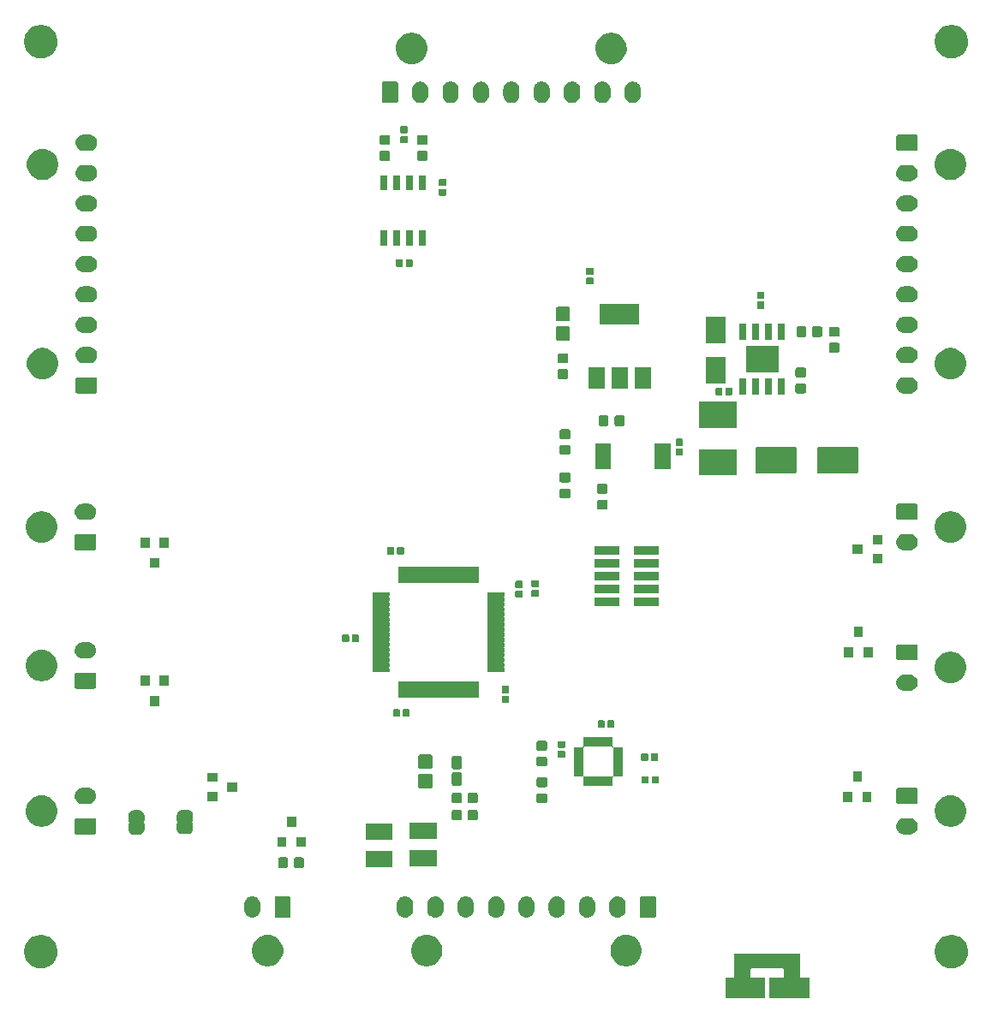
<source format=gts>
G04 #@! TF.GenerationSoftware,KiCad,Pcbnew,(5.1.4)-1*
G04 #@! TF.CreationDate,2021-11-29T21:13:24-05:00*
G04 #@! TF.ProjectId,Lights_Board,4c696768-7473-45f4-926f-6172642e6b69,rev?*
G04 #@! TF.SameCoordinates,Original*
G04 #@! TF.FileFunction,Soldermask,Top*
G04 #@! TF.FilePolarity,Negative*
%FSLAX46Y46*%
G04 Gerber Fmt 4.6, Leading zero omitted, Abs format (unit mm)*
G04 Created by KiCad (PCBNEW (5.1.4)-1) date 2021-11-29 21:13:24*
%MOMM*%
%LPD*%
G04 APERTURE LIST*
%ADD10C,0.100000*%
G04 APERTURE END LIST*
D10*
G36*
X180051000Y-147474001D02*
G01*
X180053402Y-147498387D01*
X180060515Y-147521836D01*
X180072066Y-147543447D01*
X180087611Y-147562389D01*
X180106553Y-147577934D01*
X180128164Y-147589485D01*
X180151613Y-147596598D01*
X180175999Y-147599000D01*
X180948500Y-147599000D01*
X180948500Y-149601000D01*
X177001500Y-149601000D01*
X177001500Y-147599000D01*
X178349001Y-147599000D01*
X178373387Y-147596598D01*
X178396836Y-147589485D01*
X178418447Y-147577934D01*
X178437389Y-147562389D01*
X178452934Y-147543447D01*
X178464485Y-147521836D01*
X178471598Y-147498387D01*
X178474000Y-147474001D01*
X178474000Y-146805999D01*
X178471598Y-146781613D01*
X178464485Y-146758164D01*
X178452934Y-146736553D01*
X178437389Y-146717611D01*
X178418447Y-146702066D01*
X178396836Y-146690515D01*
X178373387Y-146683402D01*
X178349001Y-146681000D01*
X175250999Y-146681000D01*
X175226613Y-146683402D01*
X175203164Y-146690515D01*
X175181553Y-146702066D01*
X175162611Y-146717611D01*
X175147066Y-146736553D01*
X175135515Y-146758164D01*
X175128402Y-146781613D01*
X175126000Y-146805999D01*
X175126000Y-147474001D01*
X175128402Y-147498387D01*
X175135515Y-147521836D01*
X175147066Y-147543447D01*
X175162611Y-147562389D01*
X175181553Y-147577934D01*
X175203164Y-147589485D01*
X175226613Y-147596598D01*
X175250999Y-147599000D01*
X176598500Y-147599000D01*
X176598500Y-149601000D01*
X172651500Y-149601000D01*
X172651500Y-147599000D01*
X173424001Y-147599000D01*
X173448387Y-147596598D01*
X173471836Y-147589485D01*
X173493447Y-147577934D01*
X173512389Y-147562389D01*
X173527934Y-147543447D01*
X173539485Y-147521836D01*
X173546598Y-147498387D01*
X173549000Y-147474001D01*
X173549000Y-145199000D01*
X180051000Y-145199000D01*
X180051000Y-147474001D01*
X180051000Y-147474001D01*
G37*
G36*
X105375256Y-143391298D02*
G01*
X105481579Y-143412447D01*
X105694037Y-143500450D01*
X105754564Y-143525521D01*
X105782042Y-143536903D01*
X106052451Y-143717585D01*
X106282415Y-143947549D01*
X106463097Y-144217958D01*
X106463098Y-144217960D01*
X106587553Y-144518422D01*
X106651000Y-144837389D01*
X106651000Y-145162611D01*
X106613246Y-145352410D01*
X106587553Y-145481579D01*
X106463097Y-145782042D01*
X106282415Y-146052451D01*
X106052451Y-146282415D01*
X105782042Y-146463097D01*
X105481579Y-146587553D01*
X105375256Y-146608702D01*
X105162611Y-146651000D01*
X104837389Y-146651000D01*
X104624744Y-146608702D01*
X104518421Y-146587553D01*
X104217958Y-146463097D01*
X103947549Y-146282415D01*
X103717585Y-146052451D01*
X103536903Y-145782042D01*
X103412447Y-145481579D01*
X103386754Y-145352410D01*
X103349000Y-145162611D01*
X103349000Y-144837389D01*
X103412447Y-144518422D01*
X103536902Y-144217960D01*
X103536903Y-144217958D01*
X103717585Y-143947549D01*
X103947549Y-143717585D01*
X104217958Y-143536903D01*
X104245437Y-143525521D01*
X104305963Y-143500450D01*
X104518421Y-143412447D01*
X104624744Y-143391298D01*
X104837389Y-143349000D01*
X105162611Y-143349000D01*
X105375256Y-143391298D01*
X105375256Y-143391298D01*
G37*
G36*
X195375256Y-143391298D02*
G01*
X195481579Y-143412447D01*
X195694037Y-143500450D01*
X195754564Y-143525521D01*
X195782042Y-143536903D01*
X196052451Y-143717585D01*
X196282415Y-143947549D01*
X196463097Y-144217958D01*
X196463098Y-144217960D01*
X196587553Y-144518422D01*
X196651000Y-144837389D01*
X196651000Y-145162611D01*
X196613246Y-145352410D01*
X196587553Y-145481579D01*
X196463097Y-145782042D01*
X196282415Y-146052451D01*
X196052451Y-146282415D01*
X195782042Y-146463097D01*
X195481579Y-146587553D01*
X195375256Y-146608702D01*
X195162611Y-146651000D01*
X194837389Y-146651000D01*
X194624744Y-146608702D01*
X194518421Y-146587553D01*
X194217958Y-146463097D01*
X193947549Y-146282415D01*
X193717585Y-146052451D01*
X193536903Y-145782042D01*
X193412447Y-145481579D01*
X193386754Y-145352410D01*
X193349000Y-145162611D01*
X193349000Y-144837389D01*
X193412447Y-144518422D01*
X193536902Y-144217960D01*
X193536903Y-144217958D01*
X193717585Y-143947549D01*
X193947549Y-143717585D01*
X194217958Y-143536903D01*
X194245437Y-143525521D01*
X194305963Y-143500450D01*
X194518421Y-143412447D01*
X194624744Y-143391298D01*
X194837389Y-143349000D01*
X195162611Y-143349000D01*
X195375256Y-143391298D01*
X195375256Y-143391298D01*
G37*
G36*
X163142585Y-143378802D02*
G01*
X163292410Y-143408604D01*
X163574674Y-143525521D01*
X163828705Y-143695259D01*
X164044741Y-143911295D01*
X164214479Y-144165326D01*
X164331396Y-144447590D01*
X164391000Y-144747240D01*
X164391000Y-145052760D01*
X164331396Y-145352410D01*
X164214479Y-145634674D01*
X164044741Y-145888705D01*
X163828705Y-146104741D01*
X163574674Y-146274479D01*
X163292410Y-146391396D01*
X163142585Y-146421198D01*
X162992761Y-146451000D01*
X162687239Y-146451000D01*
X162537415Y-146421198D01*
X162387590Y-146391396D01*
X162105326Y-146274479D01*
X161851295Y-146104741D01*
X161635259Y-145888705D01*
X161465521Y-145634674D01*
X161348604Y-145352410D01*
X161289000Y-145052760D01*
X161289000Y-144747240D01*
X161348604Y-144447590D01*
X161465521Y-144165326D01*
X161635259Y-143911295D01*
X161851295Y-143695259D01*
X162105326Y-143525521D01*
X162387590Y-143408604D01*
X162537415Y-143378802D01*
X162687239Y-143349000D01*
X162992761Y-143349000D01*
X163142585Y-143378802D01*
X163142585Y-143378802D01*
G37*
G36*
X143442585Y-143378802D02*
G01*
X143592410Y-143408604D01*
X143874674Y-143525521D01*
X144128705Y-143695259D01*
X144344741Y-143911295D01*
X144514479Y-144165326D01*
X144631396Y-144447590D01*
X144691000Y-144747240D01*
X144691000Y-145052760D01*
X144631396Y-145352410D01*
X144514479Y-145634674D01*
X144344741Y-145888705D01*
X144128705Y-146104741D01*
X143874674Y-146274479D01*
X143592410Y-146391396D01*
X143442585Y-146421198D01*
X143292761Y-146451000D01*
X142987239Y-146451000D01*
X142837415Y-146421198D01*
X142687590Y-146391396D01*
X142405326Y-146274479D01*
X142151295Y-146104741D01*
X141935259Y-145888705D01*
X141765521Y-145634674D01*
X141648604Y-145352410D01*
X141589000Y-145052760D01*
X141589000Y-144747240D01*
X141648604Y-144447590D01*
X141765521Y-144165326D01*
X141935259Y-143911295D01*
X142151295Y-143695259D01*
X142405326Y-143525521D01*
X142687590Y-143408604D01*
X142837415Y-143378802D01*
X142987239Y-143349000D01*
X143292761Y-143349000D01*
X143442585Y-143378802D01*
X143442585Y-143378802D01*
G37*
G36*
X127702585Y-143378802D02*
G01*
X127852410Y-143408604D01*
X128134674Y-143525521D01*
X128388705Y-143695259D01*
X128604741Y-143911295D01*
X128774479Y-144165326D01*
X128891396Y-144447590D01*
X128951000Y-144747240D01*
X128951000Y-145052760D01*
X128891396Y-145352410D01*
X128774479Y-145634674D01*
X128604741Y-145888705D01*
X128388705Y-146104741D01*
X128134674Y-146274479D01*
X127852410Y-146391396D01*
X127702585Y-146421198D01*
X127552761Y-146451000D01*
X127247239Y-146451000D01*
X127097415Y-146421198D01*
X126947590Y-146391396D01*
X126665326Y-146274479D01*
X126411295Y-146104741D01*
X126195259Y-145888705D01*
X126025521Y-145634674D01*
X125908604Y-145352410D01*
X125849000Y-145052760D01*
X125849000Y-144747240D01*
X125908604Y-144447590D01*
X126025521Y-144165326D01*
X126195259Y-143911295D01*
X126411295Y-143695259D01*
X126665326Y-143525521D01*
X126947590Y-143408604D01*
X127097415Y-143378802D01*
X127247239Y-143349000D01*
X127552761Y-143349000D01*
X127702585Y-143378802D01*
X127702585Y-143378802D01*
G37*
G36*
X144147023Y-139530590D02*
G01*
X144212512Y-139550456D01*
X144298013Y-139576392D01*
X144437165Y-139650771D01*
X144559133Y-139750867D01*
X144659229Y-139872835D01*
X144733608Y-140011987D01*
X144733608Y-140011988D01*
X144779410Y-140162977D01*
X144791000Y-140280655D01*
X144791000Y-140879345D01*
X144779410Y-140997023D01*
X144748875Y-141097682D01*
X144733608Y-141148013D01*
X144659230Y-141287164D01*
X144659229Y-141287165D01*
X144559133Y-141409133D01*
X144456881Y-141493048D01*
X144437164Y-141509229D01*
X144298012Y-141583608D01*
X144247681Y-141598875D01*
X144147022Y-141629410D01*
X143990000Y-141644875D01*
X143832977Y-141629410D01*
X143732318Y-141598875D01*
X143681987Y-141583608D01*
X143542835Y-141509229D01*
X143472118Y-141451193D01*
X143420867Y-141409133D01*
X143320771Y-141287164D01*
X143246393Y-141148013D01*
X143246392Y-141148012D01*
X143231125Y-141097681D01*
X143200590Y-140997022D01*
X143189000Y-140879344D01*
X143189000Y-140280655D01*
X143200590Y-140162977D01*
X143246392Y-140011988D01*
X143246392Y-140011987D01*
X143283582Y-139942412D01*
X143320772Y-139872835D01*
X143420868Y-139750867D01*
X143542836Y-139650771D01*
X143576807Y-139632613D01*
X143681988Y-139576392D01*
X143767489Y-139550456D01*
X143832978Y-139530590D01*
X143990000Y-139515125D01*
X144147023Y-139530590D01*
X144147023Y-139530590D01*
G37*
G36*
X150147023Y-139530590D02*
G01*
X150212512Y-139550456D01*
X150298013Y-139576392D01*
X150437165Y-139650771D01*
X150559133Y-139750867D01*
X150659229Y-139872835D01*
X150733608Y-140011987D01*
X150733608Y-140011988D01*
X150779410Y-140162977D01*
X150791000Y-140280655D01*
X150791000Y-140879345D01*
X150779410Y-140997023D01*
X150748875Y-141097682D01*
X150733608Y-141148013D01*
X150659230Y-141287164D01*
X150659229Y-141287165D01*
X150559133Y-141409133D01*
X150456881Y-141493048D01*
X150437164Y-141509229D01*
X150298012Y-141583608D01*
X150247681Y-141598875D01*
X150147022Y-141629410D01*
X149990000Y-141644875D01*
X149832977Y-141629410D01*
X149732318Y-141598875D01*
X149681987Y-141583608D01*
X149542835Y-141509229D01*
X149472118Y-141451193D01*
X149420867Y-141409133D01*
X149320771Y-141287164D01*
X149246393Y-141148013D01*
X149246392Y-141148012D01*
X149231125Y-141097681D01*
X149200590Y-140997022D01*
X149189000Y-140879344D01*
X149189000Y-140280655D01*
X149200590Y-140162977D01*
X149246392Y-140011988D01*
X149246392Y-140011987D01*
X149283582Y-139942412D01*
X149320772Y-139872835D01*
X149420868Y-139750867D01*
X149542836Y-139650771D01*
X149576807Y-139632613D01*
X149681988Y-139576392D01*
X149767489Y-139550456D01*
X149832978Y-139530590D01*
X149990000Y-139515125D01*
X150147023Y-139530590D01*
X150147023Y-139530590D01*
G37*
G36*
X126057023Y-139530590D02*
G01*
X126122512Y-139550456D01*
X126208013Y-139576392D01*
X126347165Y-139650771D01*
X126469133Y-139750867D01*
X126569229Y-139872835D01*
X126643608Y-140011987D01*
X126643608Y-140011988D01*
X126689410Y-140162977D01*
X126701000Y-140280655D01*
X126701000Y-140879345D01*
X126689410Y-140997023D01*
X126658875Y-141097682D01*
X126643608Y-141148013D01*
X126569230Y-141287164D01*
X126569229Y-141287165D01*
X126469133Y-141409133D01*
X126366881Y-141493048D01*
X126347164Y-141509229D01*
X126208012Y-141583608D01*
X126157681Y-141598875D01*
X126057022Y-141629410D01*
X125900000Y-141644875D01*
X125742977Y-141629410D01*
X125642318Y-141598875D01*
X125591987Y-141583608D01*
X125452835Y-141509229D01*
X125382118Y-141451193D01*
X125330867Y-141409133D01*
X125230771Y-141287164D01*
X125156393Y-141148013D01*
X125156392Y-141148012D01*
X125141125Y-141097681D01*
X125110590Y-140997022D01*
X125099000Y-140879344D01*
X125099000Y-140280655D01*
X125110590Y-140162977D01*
X125156392Y-140011988D01*
X125156392Y-140011987D01*
X125193582Y-139942412D01*
X125230772Y-139872835D01*
X125330868Y-139750867D01*
X125452836Y-139650771D01*
X125486807Y-139632613D01*
X125591988Y-139576392D01*
X125677489Y-139550456D01*
X125742978Y-139530590D01*
X125900000Y-139515125D01*
X126057023Y-139530590D01*
X126057023Y-139530590D01*
G37*
G36*
X141147023Y-139530590D02*
G01*
X141212512Y-139550456D01*
X141298013Y-139576392D01*
X141437165Y-139650771D01*
X141559133Y-139750867D01*
X141659229Y-139872835D01*
X141733608Y-140011987D01*
X141733608Y-140011988D01*
X141779410Y-140162977D01*
X141791000Y-140280655D01*
X141791000Y-140879345D01*
X141779410Y-140997023D01*
X141748875Y-141097682D01*
X141733608Y-141148013D01*
X141659230Y-141287164D01*
X141659229Y-141287165D01*
X141559133Y-141409133D01*
X141456881Y-141493048D01*
X141437164Y-141509229D01*
X141298012Y-141583608D01*
X141247681Y-141598875D01*
X141147022Y-141629410D01*
X140990000Y-141644875D01*
X140832977Y-141629410D01*
X140732318Y-141598875D01*
X140681987Y-141583608D01*
X140542835Y-141509229D01*
X140472118Y-141451193D01*
X140420867Y-141409133D01*
X140320771Y-141287164D01*
X140246393Y-141148013D01*
X140246392Y-141148012D01*
X140231125Y-141097681D01*
X140200590Y-140997022D01*
X140189000Y-140879344D01*
X140189000Y-140280655D01*
X140200590Y-140162977D01*
X140246392Y-140011988D01*
X140246392Y-140011987D01*
X140283582Y-139942412D01*
X140320772Y-139872835D01*
X140420868Y-139750867D01*
X140542836Y-139650771D01*
X140576807Y-139632613D01*
X140681988Y-139576392D01*
X140767489Y-139550456D01*
X140832978Y-139530590D01*
X140990000Y-139515125D01*
X141147023Y-139530590D01*
X141147023Y-139530590D01*
G37*
G36*
X147147023Y-139530590D02*
G01*
X147212512Y-139550456D01*
X147298013Y-139576392D01*
X147437165Y-139650771D01*
X147559133Y-139750867D01*
X147659229Y-139872835D01*
X147733608Y-140011987D01*
X147733608Y-140011988D01*
X147779410Y-140162977D01*
X147791000Y-140280655D01*
X147791000Y-140879345D01*
X147779410Y-140997023D01*
X147748875Y-141097682D01*
X147733608Y-141148013D01*
X147659230Y-141287164D01*
X147659229Y-141287165D01*
X147559133Y-141409133D01*
X147456881Y-141493048D01*
X147437164Y-141509229D01*
X147298012Y-141583608D01*
X147247681Y-141598875D01*
X147147022Y-141629410D01*
X146990000Y-141644875D01*
X146832977Y-141629410D01*
X146732318Y-141598875D01*
X146681987Y-141583608D01*
X146542835Y-141509229D01*
X146472118Y-141451193D01*
X146420867Y-141409133D01*
X146320771Y-141287164D01*
X146246393Y-141148013D01*
X146246392Y-141148012D01*
X146231125Y-141097681D01*
X146200590Y-140997022D01*
X146189000Y-140879344D01*
X146189000Y-140280655D01*
X146200590Y-140162977D01*
X146246392Y-140011988D01*
X146246392Y-140011987D01*
X146283582Y-139942412D01*
X146320772Y-139872835D01*
X146420868Y-139750867D01*
X146542836Y-139650771D01*
X146576807Y-139632613D01*
X146681988Y-139576392D01*
X146767489Y-139550456D01*
X146832978Y-139530590D01*
X146990000Y-139515125D01*
X147147023Y-139530590D01*
X147147023Y-139530590D01*
G37*
G36*
X162147023Y-139530590D02*
G01*
X162212512Y-139550456D01*
X162298013Y-139576392D01*
X162437165Y-139650771D01*
X162559133Y-139750867D01*
X162659229Y-139872835D01*
X162733608Y-140011987D01*
X162733608Y-140011988D01*
X162779410Y-140162977D01*
X162791000Y-140280655D01*
X162791000Y-140879345D01*
X162779410Y-140997023D01*
X162748875Y-141097682D01*
X162733608Y-141148013D01*
X162659230Y-141287164D01*
X162659229Y-141287165D01*
X162559133Y-141409133D01*
X162456881Y-141493048D01*
X162437164Y-141509229D01*
X162298012Y-141583608D01*
X162247681Y-141598875D01*
X162147022Y-141629410D01*
X161990000Y-141644875D01*
X161832977Y-141629410D01*
X161732318Y-141598875D01*
X161681987Y-141583608D01*
X161542835Y-141509229D01*
X161472118Y-141451193D01*
X161420867Y-141409133D01*
X161320771Y-141287164D01*
X161246393Y-141148013D01*
X161246392Y-141148012D01*
X161231125Y-141097681D01*
X161200590Y-140997022D01*
X161189000Y-140879344D01*
X161189000Y-140280655D01*
X161200590Y-140162977D01*
X161246392Y-140011988D01*
X161246392Y-140011987D01*
X161283582Y-139942412D01*
X161320772Y-139872835D01*
X161420868Y-139750867D01*
X161542836Y-139650771D01*
X161576807Y-139632613D01*
X161681988Y-139576392D01*
X161767489Y-139550456D01*
X161832978Y-139530590D01*
X161990000Y-139515125D01*
X162147023Y-139530590D01*
X162147023Y-139530590D01*
G37*
G36*
X159147023Y-139530590D02*
G01*
X159212512Y-139550456D01*
X159298013Y-139576392D01*
X159437165Y-139650771D01*
X159559133Y-139750867D01*
X159659229Y-139872835D01*
X159733608Y-140011987D01*
X159733608Y-140011988D01*
X159779410Y-140162977D01*
X159791000Y-140280655D01*
X159791000Y-140879345D01*
X159779410Y-140997023D01*
X159748875Y-141097682D01*
X159733608Y-141148013D01*
X159659230Y-141287164D01*
X159659229Y-141287165D01*
X159559133Y-141409133D01*
X159456881Y-141493048D01*
X159437164Y-141509229D01*
X159298012Y-141583608D01*
X159247681Y-141598875D01*
X159147022Y-141629410D01*
X158990000Y-141644875D01*
X158832977Y-141629410D01*
X158732318Y-141598875D01*
X158681987Y-141583608D01*
X158542835Y-141509229D01*
X158472118Y-141451193D01*
X158420867Y-141409133D01*
X158320771Y-141287164D01*
X158246393Y-141148013D01*
X158246392Y-141148012D01*
X158231125Y-141097681D01*
X158200590Y-140997022D01*
X158189000Y-140879344D01*
X158189000Y-140280655D01*
X158200590Y-140162977D01*
X158246392Y-140011988D01*
X158246392Y-140011987D01*
X158283582Y-139942412D01*
X158320772Y-139872835D01*
X158420868Y-139750867D01*
X158542836Y-139650771D01*
X158576807Y-139632613D01*
X158681988Y-139576392D01*
X158767489Y-139550456D01*
X158832978Y-139530590D01*
X158990000Y-139515125D01*
X159147023Y-139530590D01*
X159147023Y-139530590D01*
G37*
G36*
X156147023Y-139530590D02*
G01*
X156212512Y-139550456D01*
X156298013Y-139576392D01*
X156437165Y-139650771D01*
X156559133Y-139750867D01*
X156659229Y-139872835D01*
X156733608Y-140011987D01*
X156733608Y-140011988D01*
X156779410Y-140162977D01*
X156791000Y-140280655D01*
X156791000Y-140879345D01*
X156779410Y-140997023D01*
X156748875Y-141097682D01*
X156733608Y-141148013D01*
X156659230Y-141287164D01*
X156659229Y-141287165D01*
X156559133Y-141409133D01*
X156456881Y-141493048D01*
X156437164Y-141509229D01*
X156298012Y-141583608D01*
X156247681Y-141598875D01*
X156147022Y-141629410D01*
X155990000Y-141644875D01*
X155832977Y-141629410D01*
X155732318Y-141598875D01*
X155681987Y-141583608D01*
X155542835Y-141509229D01*
X155472118Y-141451193D01*
X155420867Y-141409133D01*
X155320771Y-141287164D01*
X155246393Y-141148013D01*
X155246392Y-141148012D01*
X155231125Y-141097681D01*
X155200590Y-140997022D01*
X155189000Y-140879344D01*
X155189000Y-140280655D01*
X155200590Y-140162977D01*
X155246392Y-140011988D01*
X155246392Y-140011987D01*
X155283582Y-139942412D01*
X155320772Y-139872835D01*
X155420868Y-139750867D01*
X155542836Y-139650771D01*
X155576807Y-139632613D01*
X155681988Y-139576392D01*
X155767489Y-139550456D01*
X155832978Y-139530590D01*
X155990000Y-139515125D01*
X156147023Y-139530590D01*
X156147023Y-139530590D01*
G37*
G36*
X153147023Y-139530590D02*
G01*
X153212512Y-139550456D01*
X153298013Y-139576392D01*
X153437165Y-139650771D01*
X153559133Y-139750867D01*
X153659229Y-139872835D01*
X153733608Y-140011987D01*
X153733608Y-140011988D01*
X153779410Y-140162977D01*
X153791000Y-140280655D01*
X153791000Y-140879345D01*
X153779410Y-140997023D01*
X153748875Y-141097682D01*
X153733608Y-141148013D01*
X153659230Y-141287164D01*
X153659229Y-141287165D01*
X153559133Y-141409133D01*
X153456881Y-141493048D01*
X153437164Y-141509229D01*
X153298012Y-141583608D01*
X153247681Y-141598875D01*
X153147022Y-141629410D01*
X152990000Y-141644875D01*
X152832977Y-141629410D01*
X152732318Y-141598875D01*
X152681987Y-141583608D01*
X152542835Y-141509229D01*
X152472118Y-141451193D01*
X152420867Y-141409133D01*
X152320771Y-141287164D01*
X152246393Y-141148013D01*
X152246392Y-141148012D01*
X152231125Y-141097681D01*
X152200590Y-140997022D01*
X152189000Y-140879344D01*
X152189000Y-140280655D01*
X152200590Y-140162977D01*
X152246392Y-140011988D01*
X152246392Y-140011987D01*
X152283582Y-139942412D01*
X152320772Y-139872835D01*
X152420868Y-139750867D01*
X152542836Y-139650771D01*
X152576807Y-139632613D01*
X152681988Y-139576392D01*
X152767489Y-139550456D01*
X152832978Y-139530590D01*
X152990000Y-139515125D01*
X153147023Y-139530590D01*
X153147023Y-139530590D01*
G37*
G36*
X165643048Y-139523122D02*
G01*
X165677387Y-139533539D01*
X165709036Y-139550456D01*
X165736778Y-139573222D01*
X165759544Y-139600964D01*
X165776461Y-139632613D01*
X165786878Y-139666952D01*
X165791000Y-139708807D01*
X165791000Y-141451193D01*
X165786878Y-141493048D01*
X165776461Y-141527387D01*
X165759544Y-141559036D01*
X165736778Y-141586778D01*
X165709036Y-141609544D01*
X165677387Y-141626461D01*
X165643048Y-141636878D01*
X165601193Y-141641000D01*
X164378807Y-141641000D01*
X164336952Y-141636878D01*
X164302613Y-141626461D01*
X164270964Y-141609544D01*
X164243222Y-141586778D01*
X164220456Y-141559036D01*
X164203539Y-141527387D01*
X164193122Y-141493048D01*
X164189000Y-141451193D01*
X164189000Y-139708807D01*
X164193122Y-139666952D01*
X164203539Y-139632613D01*
X164220456Y-139600964D01*
X164243222Y-139573222D01*
X164270964Y-139550456D01*
X164302613Y-139533539D01*
X164336952Y-139523122D01*
X164378807Y-139519000D01*
X165601193Y-139519000D01*
X165643048Y-139523122D01*
X165643048Y-139523122D01*
G37*
G36*
X129553048Y-139523122D02*
G01*
X129587387Y-139533539D01*
X129619036Y-139550456D01*
X129646778Y-139573222D01*
X129669544Y-139600964D01*
X129686461Y-139632613D01*
X129696878Y-139666952D01*
X129701000Y-139708807D01*
X129701000Y-141451193D01*
X129696878Y-141493048D01*
X129686461Y-141527387D01*
X129669544Y-141559036D01*
X129646778Y-141586778D01*
X129619036Y-141609544D01*
X129587387Y-141626461D01*
X129553048Y-141636878D01*
X129511193Y-141641000D01*
X128288807Y-141641000D01*
X128246952Y-141636878D01*
X128212613Y-141626461D01*
X128180964Y-141609544D01*
X128153222Y-141586778D01*
X128130456Y-141559036D01*
X128113539Y-141527387D01*
X128103122Y-141493048D01*
X128099000Y-141451193D01*
X128099000Y-139708807D01*
X128103122Y-139666952D01*
X128113539Y-139632613D01*
X128130456Y-139600964D01*
X128153222Y-139573222D01*
X128180964Y-139550456D01*
X128212613Y-139533539D01*
X128246952Y-139523122D01*
X128288807Y-139519000D01*
X129511193Y-139519000D01*
X129553048Y-139523122D01*
X129553048Y-139523122D01*
G37*
G36*
X130849591Y-135678085D02*
G01*
X130883569Y-135688393D01*
X130914890Y-135705134D01*
X130942339Y-135727661D01*
X130964866Y-135755110D01*
X130981607Y-135786431D01*
X130991915Y-135820409D01*
X130996000Y-135861890D01*
X130996000Y-136538110D01*
X130991915Y-136579591D01*
X130981607Y-136613569D01*
X130964866Y-136644890D01*
X130942339Y-136672339D01*
X130914890Y-136694866D01*
X130883569Y-136711607D01*
X130849591Y-136721915D01*
X130808110Y-136726000D01*
X130206890Y-136726000D01*
X130165409Y-136721915D01*
X130131431Y-136711607D01*
X130100110Y-136694866D01*
X130072661Y-136672339D01*
X130050134Y-136644890D01*
X130033393Y-136613569D01*
X130023085Y-136579591D01*
X130019000Y-136538110D01*
X130019000Y-135861890D01*
X130023085Y-135820409D01*
X130033393Y-135786431D01*
X130050134Y-135755110D01*
X130072661Y-135727661D01*
X130100110Y-135705134D01*
X130131431Y-135688393D01*
X130165409Y-135678085D01*
X130206890Y-135674000D01*
X130808110Y-135674000D01*
X130849591Y-135678085D01*
X130849591Y-135678085D01*
G37*
G36*
X129274591Y-135678085D02*
G01*
X129308569Y-135688393D01*
X129339890Y-135705134D01*
X129367339Y-135727661D01*
X129389866Y-135755110D01*
X129406607Y-135786431D01*
X129416915Y-135820409D01*
X129421000Y-135861890D01*
X129421000Y-136538110D01*
X129416915Y-136579591D01*
X129406607Y-136613569D01*
X129389866Y-136644890D01*
X129367339Y-136672339D01*
X129339890Y-136694866D01*
X129308569Y-136711607D01*
X129274591Y-136721915D01*
X129233110Y-136726000D01*
X128631890Y-136726000D01*
X128590409Y-136721915D01*
X128556431Y-136711607D01*
X128525110Y-136694866D01*
X128497661Y-136672339D01*
X128475134Y-136644890D01*
X128458393Y-136613569D01*
X128448085Y-136579591D01*
X128444000Y-136538110D01*
X128444000Y-135861890D01*
X128448085Y-135820409D01*
X128458393Y-135786431D01*
X128475134Y-135755110D01*
X128497661Y-135727661D01*
X128525110Y-135705134D01*
X128556431Y-135688393D01*
X128590409Y-135678085D01*
X128631890Y-135674000D01*
X129233110Y-135674000D01*
X129274591Y-135678085D01*
X129274591Y-135678085D01*
G37*
G36*
X139726000Y-136681000D02*
G01*
X137074000Y-136681000D01*
X137074000Y-135019000D01*
X139726000Y-135019000D01*
X139726000Y-136681000D01*
X139726000Y-136681000D01*
G37*
G36*
X144126000Y-136581000D02*
G01*
X141474000Y-136581000D01*
X141474000Y-134919000D01*
X144126000Y-134919000D01*
X144126000Y-136581000D01*
X144126000Y-136581000D01*
G37*
G36*
X131181000Y-134661000D02*
G01*
X130279000Y-134661000D01*
X130279000Y-133659000D01*
X131181000Y-133659000D01*
X131181000Y-134661000D01*
X131181000Y-134661000D01*
G37*
G36*
X129281000Y-134661000D02*
G01*
X128379000Y-134661000D01*
X128379000Y-133659000D01*
X129281000Y-133659000D01*
X129281000Y-134661000D01*
X129281000Y-134661000D01*
G37*
G36*
X139726000Y-133981000D02*
G01*
X137074000Y-133981000D01*
X137074000Y-132319000D01*
X139726000Y-132319000D01*
X139726000Y-133981000D01*
X139726000Y-133981000D01*
G37*
G36*
X144126000Y-133881000D02*
G01*
X141474000Y-133881000D01*
X141474000Y-132219000D01*
X144126000Y-132219000D01*
X144126000Y-133881000D01*
X144126000Y-133881000D01*
G37*
G36*
X114702199Y-131019954D02*
G01*
X114714450Y-131020556D01*
X114732869Y-131020556D01*
X114755149Y-131022750D01*
X114839233Y-131039476D01*
X114860660Y-131045976D01*
X114939858Y-131078780D01*
X114945303Y-131081691D01*
X114945309Y-131081693D01*
X114954169Y-131086429D01*
X114954172Y-131086431D01*
X114959614Y-131089340D01*
X115030899Y-131136971D01*
X115048204Y-131151172D01*
X115108828Y-131211796D01*
X115123029Y-131229101D01*
X115170660Y-131300386D01*
X115173568Y-131305827D01*
X115173571Y-131305831D01*
X115178307Y-131314691D01*
X115178309Y-131314697D01*
X115181220Y-131320142D01*
X115214024Y-131399340D01*
X115220524Y-131420767D01*
X115237250Y-131504851D01*
X115239444Y-131527131D01*
X115239444Y-131545550D01*
X115240046Y-131557801D01*
X115241852Y-131576139D01*
X115241852Y-132063860D01*
X115240263Y-132079999D01*
X115237348Y-132089608D01*
X115232610Y-132098472D01*
X115226237Y-132106237D01*
X115213794Y-132116448D01*
X115203425Y-132123378D01*
X115186098Y-132140705D01*
X115172485Y-132161080D01*
X115163109Y-132183720D01*
X115158329Y-132207753D01*
X115158330Y-132232257D01*
X115163112Y-132256290D01*
X115172490Y-132278929D01*
X115186105Y-132299302D01*
X115203432Y-132316629D01*
X115213802Y-132323558D01*
X115226237Y-132333763D01*
X115232610Y-132341528D01*
X115237348Y-132350392D01*
X115240263Y-132360001D01*
X115241852Y-132376140D01*
X115241852Y-132863862D01*
X115240046Y-132882199D01*
X115239444Y-132894450D01*
X115239444Y-132912869D01*
X115237250Y-132935149D01*
X115220524Y-133019233D01*
X115214024Y-133040660D01*
X115181220Y-133119858D01*
X115178309Y-133125303D01*
X115178307Y-133125309D01*
X115173571Y-133134169D01*
X115173568Y-133134173D01*
X115170660Y-133139614D01*
X115123029Y-133210899D01*
X115108828Y-133228204D01*
X115048204Y-133288828D01*
X115030899Y-133303029D01*
X114959614Y-133350660D01*
X114954173Y-133353568D01*
X114954169Y-133353571D01*
X114945309Y-133358307D01*
X114945303Y-133358309D01*
X114939858Y-133361220D01*
X114860660Y-133394024D01*
X114839233Y-133400524D01*
X114755149Y-133417250D01*
X114732869Y-133419444D01*
X114714450Y-133419444D01*
X114702199Y-133420046D01*
X114683862Y-133421852D01*
X114196138Y-133421852D01*
X114177801Y-133420046D01*
X114165550Y-133419444D01*
X114147131Y-133419444D01*
X114124851Y-133417250D01*
X114040767Y-133400524D01*
X114019340Y-133394024D01*
X113940142Y-133361220D01*
X113934697Y-133358309D01*
X113934691Y-133358307D01*
X113925831Y-133353571D01*
X113925827Y-133353568D01*
X113920386Y-133350660D01*
X113849101Y-133303029D01*
X113831796Y-133288828D01*
X113771172Y-133228204D01*
X113756971Y-133210899D01*
X113709340Y-133139614D01*
X113706432Y-133134173D01*
X113706429Y-133134169D01*
X113701693Y-133125309D01*
X113701691Y-133125303D01*
X113698780Y-133119858D01*
X113665976Y-133040660D01*
X113659476Y-133019233D01*
X113642750Y-132935149D01*
X113640556Y-132912869D01*
X113640556Y-132894450D01*
X113639954Y-132882199D01*
X113638148Y-132863862D01*
X113638148Y-132376140D01*
X113639737Y-132360001D01*
X113642652Y-132350392D01*
X113647390Y-132341528D01*
X113653763Y-132333763D01*
X113666206Y-132323552D01*
X113676575Y-132316622D01*
X113693902Y-132299295D01*
X113707515Y-132278920D01*
X113716891Y-132256280D01*
X113721671Y-132232247D01*
X113721670Y-132207743D01*
X113716888Y-132183710D01*
X113707510Y-132161071D01*
X113693895Y-132140698D01*
X113676568Y-132123371D01*
X113666198Y-132116442D01*
X113653763Y-132106237D01*
X113647390Y-132098472D01*
X113642652Y-132089608D01*
X113639737Y-132079999D01*
X113638148Y-132063860D01*
X113638148Y-131576139D01*
X113639954Y-131557801D01*
X113640556Y-131545550D01*
X113640556Y-131527131D01*
X113642750Y-131504851D01*
X113659476Y-131420767D01*
X113665976Y-131399340D01*
X113698780Y-131320142D01*
X113701691Y-131314697D01*
X113701693Y-131314691D01*
X113706429Y-131305831D01*
X113706432Y-131305827D01*
X113709340Y-131300386D01*
X113756971Y-131229101D01*
X113771172Y-131211796D01*
X113831796Y-131151172D01*
X113849101Y-131136971D01*
X113920386Y-131089340D01*
X113925828Y-131086431D01*
X113925831Y-131086429D01*
X113934691Y-131081693D01*
X113934697Y-131081691D01*
X113940142Y-131078780D01*
X114019340Y-131045976D01*
X114040767Y-131039476D01*
X114124851Y-131022750D01*
X114147131Y-131020556D01*
X114165550Y-131020556D01*
X114177801Y-131019954D01*
X114196139Y-131018148D01*
X114683861Y-131018148D01*
X114702199Y-131019954D01*
X114702199Y-131019954D01*
G37*
G36*
X110313048Y-131803122D02*
G01*
X110347387Y-131813539D01*
X110379036Y-131830456D01*
X110406778Y-131853222D01*
X110429544Y-131880964D01*
X110446461Y-131912613D01*
X110456878Y-131946952D01*
X110461000Y-131988807D01*
X110461000Y-133211193D01*
X110456878Y-133253048D01*
X110446461Y-133287387D01*
X110429544Y-133319036D01*
X110406778Y-133346778D01*
X110379036Y-133369544D01*
X110347387Y-133386461D01*
X110313048Y-133396878D01*
X110271193Y-133401000D01*
X108528807Y-133401000D01*
X108486952Y-133396878D01*
X108452613Y-133386461D01*
X108420964Y-133369544D01*
X108393222Y-133346778D01*
X108370456Y-133319036D01*
X108353539Y-133287387D01*
X108343122Y-133253048D01*
X108339000Y-133211193D01*
X108339000Y-131988807D01*
X108343122Y-131946952D01*
X108353539Y-131912613D01*
X108370456Y-131880964D01*
X108393222Y-131853222D01*
X108420964Y-131830456D01*
X108452613Y-131813539D01*
X108486952Y-131803122D01*
X108528807Y-131799000D01*
X110271193Y-131799000D01*
X110313048Y-131803122D01*
X110313048Y-131803122D01*
G37*
G36*
X190938571Y-131802863D02*
G01*
X191017023Y-131810590D01*
X191096417Y-131834674D01*
X191168013Y-131856392D01*
X191307165Y-131930771D01*
X191429133Y-132030867D01*
X191529229Y-132152835D01*
X191603608Y-132291987D01*
X191613183Y-132323552D01*
X191649410Y-132442977D01*
X191664875Y-132600000D01*
X191649410Y-132757023D01*
X191627273Y-132830000D01*
X191603608Y-132908013D01*
X191529229Y-133047165D01*
X191429133Y-133169133D01*
X191307165Y-133269229D01*
X191168013Y-133343608D01*
X191119556Y-133358307D01*
X191017023Y-133389410D01*
X190951980Y-133395816D01*
X190899346Y-133401000D01*
X190300654Y-133401000D01*
X190248020Y-133395816D01*
X190182977Y-133389410D01*
X190080444Y-133358307D01*
X190031987Y-133343608D01*
X189892835Y-133269229D01*
X189770867Y-133169133D01*
X189670771Y-133047165D01*
X189596392Y-132908013D01*
X189572727Y-132830000D01*
X189550590Y-132757023D01*
X189535125Y-132600000D01*
X189550590Y-132442977D01*
X189586817Y-132323552D01*
X189596392Y-132291987D01*
X189670771Y-132152835D01*
X189770867Y-132030867D01*
X189892835Y-131930771D01*
X190031987Y-131856392D01*
X190103583Y-131834674D01*
X190182977Y-131810590D01*
X190261429Y-131802863D01*
X190300654Y-131799000D01*
X190899346Y-131799000D01*
X190938571Y-131802863D01*
X190938571Y-131802863D01*
G37*
G36*
X119502199Y-130979954D02*
G01*
X119514450Y-130980556D01*
X119532869Y-130980556D01*
X119555149Y-130982750D01*
X119639233Y-130999476D01*
X119660660Y-131005976D01*
X119739858Y-131038780D01*
X119745303Y-131041691D01*
X119745309Y-131041693D01*
X119754169Y-131046429D01*
X119754173Y-131046432D01*
X119759614Y-131049340D01*
X119830899Y-131096971D01*
X119848204Y-131111172D01*
X119908828Y-131171796D01*
X119923029Y-131189101D01*
X119970660Y-131260386D01*
X119973568Y-131265827D01*
X119973571Y-131265831D01*
X119978307Y-131274691D01*
X119978309Y-131274697D01*
X119981220Y-131280142D01*
X120014024Y-131359340D01*
X120020524Y-131380767D01*
X120037250Y-131464851D01*
X120039444Y-131487131D01*
X120039444Y-131505550D01*
X120040046Y-131517801D01*
X120041852Y-131536139D01*
X120041852Y-132023860D01*
X120040263Y-132039999D01*
X120037348Y-132049608D01*
X120032610Y-132058472D01*
X120026237Y-132066237D01*
X120013794Y-132076448D01*
X120003425Y-132083378D01*
X119986098Y-132100705D01*
X119972485Y-132121080D01*
X119963109Y-132143720D01*
X119958329Y-132167753D01*
X119958330Y-132192257D01*
X119963112Y-132216290D01*
X119972490Y-132238929D01*
X119986105Y-132259302D01*
X120003432Y-132276629D01*
X120013802Y-132283558D01*
X120026237Y-132293763D01*
X120032610Y-132301528D01*
X120037348Y-132310392D01*
X120040263Y-132320001D01*
X120041852Y-132336140D01*
X120041852Y-132823862D01*
X120040046Y-132842199D01*
X120039444Y-132854450D01*
X120039444Y-132872869D01*
X120037250Y-132895149D01*
X120020524Y-132979233D01*
X120014024Y-133000660D01*
X119981220Y-133079858D01*
X119978309Y-133085303D01*
X119978307Y-133085309D01*
X119973571Y-133094169D01*
X119973568Y-133094173D01*
X119970660Y-133099614D01*
X119923029Y-133170899D01*
X119908828Y-133188204D01*
X119848204Y-133248828D01*
X119830899Y-133263029D01*
X119759614Y-133310660D01*
X119754173Y-133313568D01*
X119754169Y-133313571D01*
X119745309Y-133318307D01*
X119745303Y-133318309D01*
X119739858Y-133321220D01*
X119660660Y-133354024D01*
X119639233Y-133360524D01*
X119555149Y-133377250D01*
X119532869Y-133379444D01*
X119514450Y-133379444D01*
X119502199Y-133380046D01*
X119483862Y-133381852D01*
X118996138Y-133381852D01*
X118977801Y-133380046D01*
X118965550Y-133379444D01*
X118947131Y-133379444D01*
X118924851Y-133377250D01*
X118840767Y-133360524D01*
X118819340Y-133354024D01*
X118740142Y-133321220D01*
X118734697Y-133318309D01*
X118734691Y-133318307D01*
X118725831Y-133313571D01*
X118725827Y-133313568D01*
X118720386Y-133310660D01*
X118649101Y-133263029D01*
X118631796Y-133248828D01*
X118571172Y-133188204D01*
X118556971Y-133170899D01*
X118509340Y-133099614D01*
X118506432Y-133094173D01*
X118506429Y-133094169D01*
X118501693Y-133085309D01*
X118501691Y-133085303D01*
X118498780Y-133079858D01*
X118465976Y-133000660D01*
X118459476Y-132979233D01*
X118442750Y-132895149D01*
X118440556Y-132872869D01*
X118440556Y-132854450D01*
X118439954Y-132842199D01*
X118438148Y-132823862D01*
X118438148Y-132336140D01*
X118439737Y-132320001D01*
X118442652Y-132310392D01*
X118447390Y-132301528D01*
X118453763Y-132293763D01*
X118466206Y-132283552D01*
X118476575Y-132276622D01*
X118493902Y-132259295D01*
X118507515Y-132238920D01*
X118516891Y-132216280D01*
X118521671Y-132192247D01*
X118521670Y-132167743D01*
X118516888Y-132143710D01*
X118507510Y-132121071D01*
X118493895Y-132100698D01*
X118476568Y-132083371D01*
X118466198Y-132076442D01*
X118453763Y-132066237D01*
X118447390Y-132058472D01*
X118442652Y-132049608D01*
X118439737Y-132039999D01*
X118438148Y-132023860D01*
X118438148Y-131536139D01*
X118439954Y-131517801D01*
X118440556Y-131505550D01*
X118440556Y-131487131D01*
X118442750Y-131464851D01*
X118459476Y-131380767D01*
X118465976Y-131359340D01*
X118498780Y-131280142D01*
X118501691Y-131274697D01*
X118501693Y-131274691D01*
X118506429Y-131265831D01*
X118506432Y-131265827D01*
X118509340Y-131260386D01*
X118556971Y-131189101D01*
X118571172Y-131171796D01*
X118631796Y-131111172D01*
X118649101Y-131096971D01*
X118720386Y-131049340D01*
X118725827Y-131046432D01*
X118725831Y-131046429D01*
X118734691Y-131041693D01*
X118734697Y-131041691D01*
X118740142Y-131038780D01*
X118819340Y-131005976D01*
X118840767Y-130999476D01*
X118924851Y-130982750D01*
X118947131Y-130980556D01*
X118965550Y-130980556D01*
X118977801Y-130979954D01*
X118996139Y-130978148D01*
X119483861Y-130978148D01*
X119502199Y-130979954D01*
X119502199Y-130979954D01*
G37*
G36*
X130231000Y-132661000D02*
G01*
X129329000Y-132661000D01*
X129329000Y-131659000D01*
X130231000Y-131659000D01*
X130231000Y-132661000D01*
X130231000Y-132661000D01*
G37*
G36*
X195222585Y-129578802D02*
G01*
X195372410Y-129608604D01*
X195654674Y-129725521D01*
X195908705Y-129895259D01*
X196124741Y-130111295D01*
X196294479Y-130365326D01*
X196411396Y-130647590D01*
X196411396Y-130647591D01*
X196471000Y-130947239D01*
X196471000Y-131252761D01*
X196461527Y-131300386D01*
X196411396Y-131552410D01*
X196294479Y-131834674D01*
X196124741Y-132088705D01*
X195908705Y-132304741D01*
X195654674Y-132474479D01*
X195372410Y-132591396D01*
X195222585Y-132621198D01*
X195072761Y-132651000D01*
X194767239Y-132651000D01*
X194617415Y-132621198D01*
X194467590Y-132591396D01*
X194185326Y-132474479D01*
X193931295Y-132304741D01*
X193715259Y-132088705D01*
X193545521Y-131834674D01*
X193428604Y-131552410D01*
X193378473Y-131300386D01*
X193369000Y-131252761D01*
X193369000Y-130947239D01*
X193428604Y-130647591D01*
X193428604Y-130647590D01*
X193545521Y-130365326D01*
X193715259Y-130111295D01*
X193931295Y-129895259D01*
X194185326Y-129725521D01*
X194467590Y-129608604D01*
X194617415Y-129578802D01*
X194767239Y-129549000D01*
X195072761Y-129549000D01*
X195222585Y-129578802D01*
X195222585Y-129578802D01*
G37*
G36*
X105382585Y-129578802D02*
G01*
X105532410Y-129608604D01*
X105814674Y-129725521D01*
X106068705Y-129895259D01*
X106284741Y-130111295D01*
X106454479Y-130365326D01*
X106571396Y-130647590D01*
X106571396Y-130647591D01*
X106631000Y-130947239D01*
X106631000Y-131252761D01*
X106621527Y-131300386D01*
X106571396Y-131552410D01*
X106454479Y-131834674D01*
X106284741Y-132088705D01*
X106068705Y-132304741D01*
X105814674Y-132474479D01*
X105532410Y-132591396D01*
X105382585Y-132621198D01*
X105232761Y-132651000D01*
X104927239Y-132651000D01*
X104777415Y-132621198D01*
X104627590Y-132591396D01*
X104345326Y-132474479D01*
X104091295Y-132304741D01*
X103875259Y-132088705D01*
X103705521Y-131834674D01*
X103588604Y-131552410D01*
X103538473Y-131300386D01*
X103529000Y-131252761D01*
X103529000Y-130947239D01*
X103588604Y-130647591D01*
X103588604Y-130647590D01*
X103705521Y-130365326D01*
X103875259Y-130111295D01*
X104091295Y-129895259D01*
X104345326Y-129725521D01*
X104627590Y-129608604D01*
X104777415Y-129578802D01*
X104927239Y-129549000D01*
X105232761Y-129549000D01*
X105382585Y-129578802D01*
X105382585Y-129578802D01*
G37*
G36*
X148029591Y-130978085D02*
G01*
X148063569Y-130988393D01*
X148094890Y-131005134D01*
X148122339Y-131027661D01*
X148144866Y-131055110D01*
X148161607Y-131086431D01*
X148171915Y-131120409D01*
X148176000Y-131161890D01*
X148176000Y-131838110D01*
X148171915Y-131879591D01*
X148161607Y-131913569D01*
X148144866Y-131944890D01*
X148122339Y-131972339D01*
X148094890Y-131994866D01*
X148063569Y-132011607D01*
X148029591Y-132021915D01*
X147988110Y-132026000D01*
X147386890Y-132026000D01*
X147345409Y-132021915D01*
X147311431Y-132011607D01*
X147280110Y-131994866D01*
X147252661Y-131972339D01*
X147230134Y-131944890D01*
X147213393Y-131913569D01*
X147203085Y-131879591D01*
X147199000Y-131838110D01*
X147199000Y-131161890D01*
X147203085Y-131120409D01*
X147213393Y-131086431D01*
X147230134Y-131055110D01*
X147252661Y-131027661D01*
X147280110Y-131005134D01*
X147311431Y-130988393D01*
X147345409Y-130978085D01*
X147386890Y-130974000D01*
X147988110Y-130974000D01*
X148029591Y-130978085D01*
X148029591Y-130978085D01*
G37*
G36*
X146454591Y-130978085D02*
G01*
X146488569Y-130988393D01*
X146519890Y-131005134D01*
X146547339Y-131027661D01*
X146569866Y-131055110D01*
X146586607Y-131086431D01*
X146596915Y-131120409D01*
X146601000Y-131161890D01*
X146601000Y-131838110D01*
X146596915Y-131879591D01*
X146586607Y-131913569D01*
X146569866Y-131944890D01*
X146547339Y-131972339D01*
X146519890Y-131994866D01*
X146488569Y-132011607D01*
X146454591Y-132021915D01*
X146413110Y-132026000D01*
X145811890Y-132026000D01*
X145770409Y-132021915D01*
X145736431Y-132011607D01*
X145705110Y-131994866D01*
X145677661Y-131972339D01*
X145655134Y-131944890D01*
X145638393Y-131913569D01*
X145628085Y-131879591D01*
X145624000Y-131838110D01*
X145624000Y-131161890D01*
X145628085Y-131120409D01*
X145638393Y-131086431D01*
X145655134Y-131055110D01*
X145677661Y-131027661D01*
X145705110Y-131005134D01*
X145736431Y-130988393D01*
X145770409Y-130978085D01*
X145811890Y-130974000D01*
X146413110Y-130974000D01*
X146454591Y-130978085D01*
X146454591Y-130978085D01*
G37*
G36*
X191513048Y-128803122D02*
G01*
X191547387Y-128813539D01*
X191579036Y-128830456D01*
X191606778Y-128853222D01*
X191629544Y-128880964D01*
X191646461Y-128912613D01*
X191656878Y-128946952D01*
X191661000Y-128988807D01*
X191661000Y-130211193D01*
X191656878Y-130253048D01*
X191646461Y-130287387D01*
X191629544Y-130319036D01*
X191606778Y-130346778D01*
X191579036Y-130369544D01*
X191547387Y-130386461D01*
X191513048Y-130396878D01*
X191471193Y-130401000D01*
X189728807Y-130401000D01*
X189686952Y-130396878D01*
X189652613Y-130386461D01*
X189620964Y-130369544D01*
X189593222Y-130346778D01*
X189570456Y-130319036D01*
X189553539Y-130287387D01*
X189543122Y-130253048D01*
X189539000Y-130211193D01*
X189539000Y-128988807D01*
X189543122Y-128946952D01*
X189553539Y-128912613D01*
X189570456Y-128880964D01*
X189593222Y-128853222D01*
X189620964Y-128830456D01*
X189652613Y-128813539D01*
X189686952Y-128803122D01*
X189728807Y-128799000D01*
X191471193Y-128799000D01*
X191513048Y-128803122D01*
X191513048Y-128803122D01*
G37*
G36*
X109738571Y-128802863D02*
G01*
X109817023Y-128810590D01*
X109882512Y-128830456D01*
X109968013Y-128856392D01*
X110107165Y-128930771D01*
X110229133Y-129030867D01*
X110329229Y-129152835D01*
X110403608Y-129291987D01*
X110414429Y-129327661D01*
X110449410Y-129442977D01*
X110464875Y-129600000D01*
X110449410Y-129757023D01*
X110418875Y-129857682D01*
X110403608Y-129908013D01*
X110329229Y-130047165D01*
X110229133Y-130169133D01*
X110107165Y-130269229D01*
X109968013Y-130343608D01*
X109917682Y-130358875D01*
X109817023Y-130389410D01*
X109751432Y-130395870D01*
X109699346Y-130401000D01*
X109100654Y-130401000D01*
X109048568Y-130395870D01*
X108982977Y-130389410D01*
X108882318Y-130358875D01*
X108831987Y-130343608D01*
X108692835Y-130269229D01*
X108570867Y-130169133D01*
X108470771Y-130047165D01*
X108396392Y-129908013D01*
X108381125Y-129857682D01*
X108350590Y-129757023D01*
X108335125Y-129600000D01*
X108350590Y-129442977D01*
X108385571Y-129327661D01*
X108396392Y-129291987D01*
X108470771Y-129152835D01*
X108570867Y-129030867D01*
X108692835Y-128930771D01*
X108831987Y-128856392D01*
X108917488Y-128830456D01*
X108982977Y-128810590D01*
X109061429Y-128802863D01*
X109100654Y-128799000D01*
X109699346Y-128799000D01*
X109738571Y-128802863D01*
X109738571Y-128802863D01*
G37*
G36*
X148029591Y-129278085D02*
G01*
X148063569Y-129288393D01*
X148094890Y-129305134D01*
X148122339Y-129327661D01*
X148144866Y-129355110D01*
X148161607Y-129386431D01*
X148171915Y-129420409D01*
X148176000Y-129461890D01*
X148176000Y-130138110D01*
X148171915Y-130179591D01*
X148161607Y-130213569D01*
X148144866Y-130244890D01*
X148122339Y-130272339D01*
X148094890Y-130294866D01*
X148063569Y-130311607D01*
X148029591Y-130321915D01*
X147988110Y-130326000D01*
X147386890Y-130326000D01*
X147345409Y-130321915D01*
X147311431Y-130311607D01*
X147280110Y-130294866D01*
X147252661Y-130272339D01*
X147230134Y-130244890D01*
X147213393Y-130213569D01*
X147203085Y-130179591D01*
X147199000Y-130138110D01*
X147199000Y-129461890D01*
X147203085Y-129420409D01*
X147213393Y-129386431D01*
X147230134Y-129355110D01*
X147252661Y-129327661D01*
X147280110Y-129305134D01*
X147311431Y-129288393D01*
X147345409Y-129278085D01*
X147386890Y-129274000D01*
X147988110Y-129274000D01*
X148029591Y-129278085D01*
X148029591Y-129278085D01*
G37*
G36*
X146454591Y-129278085D02*
G01*
X146488569Y-129288393D01*
X146519890Y-129305134D01*
X146547339Y-129327661D01*
X146569866Y-129355110D01*
X146586607Y-129386431D01*
X146596915Y-129420409D01*
X146601000Y-129461890D01*
X146601000Y-130138110D01*
X146596915Y-130179591D01*
X146586607Y-130213569D01*
X146569866Y-130244890D01*
X146547339Y-130272339D01*
X146519890Y-130294866D01*
X146488569Y-130311607D01*
X146454591Y-130321915D01*
X146413110Y-130326000D01*
X145811890Y-130326000D01*
X145770409Y-130321915D01*
X145736431Y-130311607D01*
X145705110Y-130294866D01*
X145677661Y-130272339D01*
X145655134Y-130244890D01*
X145638393Y-130213569D01*
X145628085Y-130179591D01*
X145624000Y-130138110D01*
X145624000Y-129461890D01*
X145628085Y-129420409D01*
X145638393Y-129386431D01*
X145655134Y-129355110D01*
X145677661Y-129327661D01*
X145705110Y-129305134D01*
X145736431Y-129288393D01*
X145770409Y-129278085D01*
X145811890Y-129274000D01*
X146413110Y-129274000D01*
X146454591Y-129278085D01*
X146454591Y-129278085D01*
G37*
G36*
X154899591Y-129350585D02*
G01*
X154933569Y-129360893D01*
X154964890Y-129377634D01*
X154992339Y-129400161D01*
X155014866Y-129427610D01*
X155031607Y-129458931D01*
X155041915Y-129492909D01*
X155046000Y-129534390D01*
X155046000Y-130135610D01*
X155041915Y-130177091D01*
X155031607Y-130211069D01*
X155014866Y-130242390D01*
X154992339Y-130269839D01*
X154964890Y-130292366D01*
X154933569Y-130309107D01*
X154899591Y-130319415D01*
X154858110Y-130323500D01*
X154181890Y-130323500D01*
X154140409Y-130319415D01*
X154106431Y-130309107D01*
X154075110Y-130292366D01*
X154047661Y-130269839D01*
X154025134Y-130242390D01*
X154008393Y-130211069D01*
X153998085Y-130177091D01*
X153994000Y-130135610D01*
X153994000Y-129534390D01*
X153998085Y-129492909D01*
X154008393Y-129458931D01*
X154025134Y-129427610D01*
X154047661Y-129400161D01*
X154075110Y-129377634D01*
X154106431Y-129360893D01*
X154140409Y-129350585D01*
X154181890Y-129346500D01*
X154858110Y-129346500D01*
X154899591Y-129350585D01*
X154899591Y-129350585D01*
G37*
G36*
X185201000Y-130201000D02*
G01*
X184299000Y-130201000D01*
X184299000Y-129199000D01*
X185201000Y-129199000D01*
X185201000Y-130201000D01*
X185201000Y-130201000D01*
G37*
G36*
X187101000Y-130201000D02*
G01*
X186199000Y-130201000D01*
X186199000Y-129199000D01*
X187101000Y-129199000D01*
X187101000Y-130201000D01*
X187101000Y-130201000D01*
G37*
G36*
X122441000Y-130111000D02*
G01*
X121439000Y-130111000D01*
X121439000Y-129209000D01*
X122441000Y-129209000D01*
X122441000Y-130111000D01*
X122441000Y-130111000D01*
G37*
G36*
X124441000Y-129161000D02*
G01*
X123439000Y-129161000D01*
X123439000Y-128259000D01*
X124441000Y-128259000D01*
X124441000Y-129161000D01*
X124441000Y-129161000D01*
G37*
G36*
X143545781Y-127415795D02*
G01*
X143581816Y-127426727D01*
X143615024Y-127444477D01*
X143644134Y-127468366D01*
X143668023Y-127497476D01*
X143685773Y-127530684D01*
X143696705Y-127566719D01*
X143701000Y-127610331D01*
X143701000Y-128639669D01*
X143696705Y-128683281D01*
X143685773Y-128719316D01*
X143668023Y-128752524D01*
X143644134Y-128781634D01*
X143615024Y-128805523D01*
X143581816Y-128823273D01*
X143545781Y-128834205D01*
X143502169Y-128838500D01*
X142497831Y-128838500D01*
X142454219Y-128834205D01*
X142418184Y-128823273D01*
X142384976Y-128805523D01*
X142355866Y-128781634D01*
X142331977Y-128752524D01*
X142314227Y-128719316D01*
X142303295Y-128683281D01*
X142299000Y-128639669D01*
X142299000Y-127610331D01*
X142303295Y-127566719D01*
X142314227Y-127530684D01*
X142331977Y-127497476D01*
X142355866Y-127468366D01*
X142384976Y-127444477D01*
X142418184Y-127426727D01*
X142454219Y-127415795D01*
X142497831Y-127411500D01*
X143502169Y-127411500D01*
X143545781Y-127415795D01*
X143545781Y-127415795D01*
G37*
G36*
X154899591Y-127775585D02*
G01*
X154933569Y-127785893D01*
X154964890Y-127802634D01*
X154992339Y-127825161D01*
X155014866Y-127852610D01*
X155031607Y-127883931D01*
X155041915Y-127917909D01*
X155046000Y-127959390D01*
X155046000Y-128560610D01*
X155041915Y-128602091D01*
X155031607Y-128636069D01*
X155014866Y-128667390D01*
X154992339Y-128694839D01*
X154964890Y-128717366D01*
X154933569Y-128734107D01*
X154899591Y-128744415D01*
X154858110Y-128748500D01*
X154181890Y-128748500D01*
X154140409Y-128744415D01*
X154106431Y-128734107D01*
X154075110Y-128717366D01*
X154047661Y-128694839D01*
X154025134Y-128667390D01*
X154008393Y-128636069D01*
X153998085Y-128602091D01*
X153994000Y-128560610D01*
X153994000Y-127959390D01*
X153998085Y-127917909D01*
X154008393Y-127883931D01*
X154025134Y-127852610D01*
X154047661Y-127825161D01*
X154075110Y-127802634D01*
X154106431Y-127785893D01*
X154140409Y-127775585D01*
X154181890Y-127771500D01*
X154858110Y-127771500D01*
X154899591Y-127775585D01*
X154899591Y-127775585D01*
G37*
G36*
X159000295Y-123795323D02*
G01*
X159007309Y-123797451D01*
X159021077Y-123804810D01*
X159043716Y-123814187D01*
X159067749Y-123818967D01*
X159092253Y-123818967D01*
X159116286Y-123814186D01*
X159138923Y-123804810D01*
X159152691Y-123797451D01*
X159159705Y-123795323D01*
X159173140Y-123794000D01*
X159486860Y-123794000D01*
X159500295Y-123795323D01*
X159507309Y-123797451D01*
X159521077Y-123804810D01*
X159543716Y-123814187D01*
X159567749Y-123818967D01*
X159592253Y-123818967D01*
X159616286Y-123814186D01*
X159638923Y-123804810D01*
X159652691Y-123797451D01*
X159659705Y-123795323D01*
X159673140Y-123794000D01*
X159986860Y-123794000D01*
X160000295Y-123795323D01*
X160007309Y-123797451D01*
X160021077Y-123804810D01*
X160043716Y-123814187D01*
X160067749Y-123818967D01*
X160092253Y-123818967D01*
X160116286Y-123814186D01*
X160138923Y-123804810D01*
X160152691Y-123797451D01*
X160159705Y-123795323D01*
X160173140Y-123794000D01*
X160486860Y-123794000D01*
X160500295Y-123795323D01*
X160507309Y-123797451D01*
X160521077Y-123804810D01*
X160543716Y-123814187D01*
X160567749Y-123818967D01*
X160592253Y-123818967D01*
X160616286Y-123814186D01*
X160638923Y-123804810D01*
X160652691Y-123797451D01*
X160659705Y-123795323D01*
X160673140Y-123794000D01*
X160986860Y-123794000D01*
X161000295Y-123795323D01*
X161007309Y-123797451D01*
X161021077Y-123804810D01*
X161043716Y-123814187D01*
X161067749Y-123818967D01*
X161092253Y-123818967D01*
X161116286Y-123814186D01*
X161138923Y-123804810D01*
X161152691Y-123797451D01*
X161159705Y-123795323D01*
X161173140Y-123794000D01*
X161486860Y-123794000D01*
X161500295Y-123795323D01*
X161507310Y-123797451D01*
X161513776Y-123800908D01*
X161519442Y-123805558D01*
X161524092Y-123811224D01*
X161527549Y-123817690D01*
X161529677Y-123824705D01*
X161531000Y-123838140D01*
X161531000Y-124644001D01*
X161533402Y-124668387D01*
X161540515Y-124691836D01*
X161552066Y-124713447D01*
X161567611Y-124732389D01*
X161586553Y-124747934D01*
X161608164Y-124759485D01*
X161631613Y-124766598D01*
X161655999Y-124769000D01*
X162461860Y-124769000D01*
X162475295Y-124770323D01*
X162482310Y-124772451D01*
X162488776Y-124775908D01*
X162494442Y-124780558D01*
X162499092Y-124786224D01*
X162502549Y-124792690D01*
X162504677Y-124799705D01*
X162506000Y-124813140D01*
X162506000Y-125126860D01*
X162504677Y-125140295D01*
X162502549Y-125147309D01*
X162495190Y-125161077D01*
X162485813Y-125183716D01*
X162481033Y-125207749D01*
X162481033Y-125232253D01*
X162485814Y-125256286D01*
X162495190Y-125278923D01*
X162502549Y-125292691D01*
X162504677Y-125299705D01*
X162506000Y-125313140D01*
X162506000Y-125626860D01*
X162504677Y-125640295D01*
X162502549Y-125647309D01*
X162495190Y-125661077D01*
X162485813Y-125683716D01*
X162481033Y-125707749D01*
X162481033Y-125732253D01*
X162485814Y-125756286D01*
X162495190Y-125778923D01*
X162502549Y-125792691D01*
X162504677Y-125799705D01*
X162506000Y-125813140D01*
X162506000Y-126126860D01*
X162504677Y-126140295D01*
X162502549Y-126147309D01*
X162495190Y-126161077D01*
X162485813Y-126183716D01*
X162481033Y-126207749D01*
X162481033Y-126232253D01*
X162485814Y-126256286D01*
X162495190Y-126278923D01*
X162502549Y-126292691D01*
X162504677Y-126299705D01*
X162506000Y-126313140D01*
X162506000Y-126626860D01*
X162504677Y-126640295D01*
X162502549Y-126647309D01*
X162495190Y-126661077D01*
X162485813Y-126683716D01*
X162481033Y-126707749D01*
X162481033Y-126732253D01*
X162485814Y-126756286D01*
X162495190Y-126778923D01*
X162502549Y-126792691D01*
X162504677Y-126799705D01*
X162506000Y-126813140D01*
X162506000Y-127126860D01*
X162504677Y-127140295D01*
X162502549Y-127147309D01*
X162495190Y-127161077D01*
X162485813Y-127183716D01*
X162481033Y-127207749D01*
X162481033Y-127232253D01*
X162485814Y-127256286D01*
X162495190Y-127278923D01*
X162502549Y-127292691D01*
X162504677Y-127299705D01*
X162506000Y-127313140D01*
X162506000Y-127626860D01*
X162504677Y-127640295D01*
X162502549Y-127647310D01*
X162499092Y-127653776D01*
X162494442Y-127659442D01*
X162488776Y-127664092D01*
X162482310Y-127667549D01*
X162475295Y-127669677D01*
X162461860Y-127671000D01*
X161655999Y-127671000D01*
X161631613Y-127673402D01*
X161608164Y-127680515D01*
X161586553Y-127692066D01*
X161567611Y-127707611D01*
X161552066Y-127726553D01*
X161540515Y-127748164D01*
X161533402Y-127771613D01*
X161531000Y-127795999D01*
X161531000Y-128601860D01*
X161529677Y-128615295D01*
X161527549Y-128622310D01*
X161524092Y-128628776D01*
X161519442Y-128634442D01*
X161513776Y-128639092D01*
X161507310Y-128642549D01*
X161500295Y-128644677D01*
X161486860Y-128646000D01*
X161173140Y-128646000D01*
X161159705Y-128644677D01*
X161152691Y-128642549D01*
X161138923Y-128635190D01*
X161116284Y-128625813D01*
X161092251Y-128621033D01*
X161067747Y-128621033D01*
X161043714Y-128625814D01*
X161021077Y-128635190D01*
X161007309Y-128642549D01*
X161000295Y-128644677D01*
X160986860Y-128646000D01*
X160673140Y-128646000D01*
X160659705Y-128644677D01*
X160652691Y-128642549D01*
X160638923Y-128635190D01*
X160616284Y-128625813D01*
X160592251Y-128621033D01*
X160567747Y-128621033D01*
X160543714Y-128625814D01*
X160521077Y-128635190D01*
X160507309Y-128642549D01*
X160500295Y-128644677D01*
X160486860Y-128646000D01*
X160173140Y-128646000D01*
X160159705Y-128644677D01*
X160152691Y-128642549D01*
X160138923Y-128635190D01*
X160116284Y-128625813D01*
X160092251Y-128621033D01*
X160067747Y-128621033D01*
X160043714Y-128625814D01*
X160021077Y-128635190D01*
X160007309Y-128642549D01*
X160000295Y-128644677D01*
X159986860Y-128646000D01*
X159673140Y-128646000D01*
X159659705Y-128644677D01*
X159652691Y-128642549D01*
X159638923Y-128635190D01*
X159616284Y-128625813D01*
X159592251Y-128621033D01*
X159567747Y-128621033D01*
X159543714Y-128625814D01*
X159521077Y-128635190D01*
X159507309Y-128642549D01*
X159500295Y-128644677D01*
X159486860Y-128646000D01*
X159173140Y-128646000D01*
X159159705Y-128644677D01*
X159152691Y-128642549D01*
X159138923Y-128635190D01*
X159116284Y-128625813D01*
X159092251Y-128621033D01*
X159067747Y-128621033D01*
X159043714Y-128625814D01*
X159021077Y-128635190D01*
X159007309Y-128642549D01*
X159000295Y-128644677D01*
X158986860Y-128646000D01*
X158673140Y-128646000D01*
X158659705Y-128644677D01*
X158652690Y-128642549D01*
X158646224Y-128639092D01*
X158640558Y-128634442D01*
X158635908Y-128628776D01*
X158632451Y-128622310D01*
X158630323Y-128615295D01*
X158629000Y-128601860D01*
X158629000Y-127795999D01*
X158626598Y-127771613D01*
X158619485Y-127748164D01*
X158607934Y-127726553D01*
X158592389Y-127707611D01*
X158573447Y-127692066D01*
X158551836Y-127680515D01*
X158528387Y-127673402D01*
X158504001Y-127671000D01*
X157698140Y-127671000D01*
X157684705Y-127669677D01*
X157677690Y-127667549D01*
X157671224Y-127664092D01*
X157665558Y-127659442D01*
X157660908Y-127653776D01*
X157657451Y-127647310D01*
X157655323Y-127640295D01*
X157654000Y-127626860D01*
X157654000Y-127313140D01*
X157655323Y-127299705D01*
X157657451Y-127292691D01*
X157664810Y-127278923D01*
X157674187Y-127256284D01*
X157678967Y-127232251D01*
X157678967Y-127207747D01*
X157674186Y-127183714D01*
X157664810Y-127161077D01*
X157657451Y-127147309D01*
X157655323Y-127140295D01*
X157654000Y-127126860D01*
X157654000Y-126813140D01*
X157655323Y-126799705D01*
X157657451Y-126792691D01*
X157664810Y-126778923D01*
X157674187Y-126756284D01*
X157678967Y-126732251D01*
X157678967Y-126707747D01*
X157674186Y-126683714D01*
X157664810Y-126661077D01*
X157657451Y-126647309D01*
X157655323Y-126640295D01*
X157654000Y-126626860D01*
X157654000Y-126313140D01*
X157655323Y-126299705D01*
X157657451Y-126292691D01*
X157664810Y-126278923D01*
X157674187Y-126256284D01*
X157678967Y-126232251D01*
X157678967Y-126207747D01*
X157674186Y-126183714D01*
X157664810Y-126161077D01*
X157657451Y-126147309D01*
X157655323Y-126140295D01*
X157654000Y-126126860D01*
X157654000Y-125813140D01*
X157655323Y-125799705D01*
X157657451Y-125792691D01*
X157664810Y-125778923D01*
X157674187Y-125756284D01*
X157678967Y-125732251D01*
X157678967Y-125707747D01*
X157674186Y-125683714D01*
X157664810Y-125661077D01*
X157657451Y-125647309D01*
X157655323Y-125640295D01*
X157654000Y-125626860D01*
X157654000Y-125313140D01*
X157655323Y-125299705D01*
X157657451Y-125292691D01*
X157664810Y-125278923D01*
X157674187Y-125256284D01*
X157678967Y-125232251D01*
X157678967Y-125207749D01*
X158581033Y-125207749D01*
X158581033Y-125232253D01*
X158585814Y-125256286D01*
X158595190Y-125278923D01*
X158602549Y-125292691D01*
X158604677Y-125299705D01*
X158606000Y-125313140D01*
X158606000Y-125626860D01*
X158604677Y-125640295D01*
X158602549Y-125647309D01*
X158595190Y-125661077D01*
X158585813Y-125683716D01*
X158581033Y-125707749D01*
X158581033Y-125732253D01*
X158585814Y-125756286D01*
X158595190Y-125778923D01*
X158602549Y-125792691D01*
X158604677Y-125799705D01*
X158606000Y-125813140D01*
X158606000Y-126126860D01*
X158604677Y-126140295D01*
X158602549Y-126147309D01*
X158595190Y-126161077D01*
X158585813Y-126183716D01*
X158581033Y-126207749D01*
X158581033Y-126232253D01*
X158585814Y-126256286D01*
X158595190Y-126278923D01*
X158602549Y-126292691D01*
X158604677Y-126299705D01*
X158606000Y-126313140D01*
X158606000Y-126626860D01*
X158604677Y-126640295D01*
X158602549Y-126647309D01*
X158595190Y-126661077D01*
X158585813Y-126683716D01*
X158581033Y-126707749D01*
X158581033Y-126732253D01*
X158585814Y-126756286D01*
X158595190Y-126778923D01*
X158602549Y-126792691D01*
X158604677Y-126799705D01*
X158606000Y-126813140D01*
X158606000Y-127126860D01*
X158604677Y-127140295D01*
X158602549Y-127147309D01*
X158595190Y-127161077D01*
X158585813Y-127183716D01*
X158581033Y-127207749D01*
X158581033Y-127232253D01*
X158585814Y-127256286D01*
X158595190Y-127278923D01*
X158602549Y-127292691D01*
X158604677Y-127299705D01*
X158606000Y-127313140D01*
X158606000Y-127569001D01*
X158608402Y-127593387D01*
X158615515Y-127616836D01*
X158627066Y-127638447D01*
X158642611Y-127657389D01*
X158661553Y-127672934D01*
X158683164Y-127684485D01*
X158706613Y-127691598D01*
X158730999Y-127694000D01*
X158986860Y-127694000D01*
X159000295Y-127695323D01*
X159007309Y-127697451D01*
X159021077Y-127704810D01*
X159043716Y-127714187D01*
X159067749Y-127718967D01*
X159092253Y-127718967D01*
X159116286Y-127714186D01*
X159138923Y-127704810D01*
X159152691Y-127697451D01*
X159159705Y-127695323D01*
X159173140Y-127694000D01*
X159486860Y-127694000D01*
X159500295Y-127695323D01*
X159507309Y-127697451D01*
X159521077Y-127704810D01*
X159543716Y-127714187D01*
X159567749Y-127718967D01*
X159592253Y-127718967D01*
X159616286Y-127714186D01*
X159638923Y-127704810D01*
X159652691Y-127697451D01*
X159659705Y-127695323D01*
X159673140Y-127694000D01*
X159986860Y-127694000D01*
X160000295Y-127695323D01*
X160007309Y-127697451D01*
X160021077Y-127704810D01*
X160043716Y-127714187D01*
X160067749Y-127718967D01*
X160092253Y-127718967D01*
X160116286Y-127714186D01*
X160138923Y-127704810D01*
X160152691Y-127697451D01*
X160159705Y-127695323D01*
X160173140Y-127694000D01*
X160486860Y-127694000D01*
X160500295Y-127695323D01*
X160507309Y-127697451D01*
X160521077Y-127704810D01*
X160543716Y-127714187D01*
X160567749Y-127718967D01*
X160592253Y-127718967D01*
X160616286Y-127714186D01*
X160638923Y-127704810D01*
X160652691Y-127697451D01*
X160659705Y-127695323D01*
X160673140Y-127694000D01*
X160986860Y-127694000D01*
X161000295Y-127695323D01*
X161007309Y-127697451D01*
X161021077Y-127704810D01*
X161043716Y-127714187D01*
X161067749Y-127718967D01*
X161092253Y-127718967D01*
X161116286Y-127714186D01*
X161138923Y-127704810D01*
X161152691Y-127697451D01*
X161159705Y-127695323D01*
X161173140Y-127694000D01*
X161429001Y-127694000D01*
X161453387Y-127691598D01*
X161476836Y-127684485D01*
X161498447Y-127672934D01*
X161517389Y-127657389D01*
X161532934Y-127638447D01*
X161544485Y-127616836D01*
X161551598Y-127593387D01*
X161554000Y-127569001D01*
X161554000Y-127313140D01*
X161555323Y-127299705D01*
X161557451Y-127292691D01*
X161564810Y-127278923D01*
X161574187Y-127256284D01*
X161578967Y-127232251D01*
X161578967Y-127207747D01*
X161574186Y-127183714D01*
X161564810Y-127161077D01*
X161557451Y-127147309D01*
X161555323Y-127140295D01*
X161554000Y-127126860D01*
X161554000Y-126813140D01*
X161555323Y-126799705D01*
X161557451Y-126792691D01*
X161564810Y-126778923D01*
X161574187Y-126756284D01*
X161578967Y-126732251D01*
X161578967Y-126707747D01*
X161574186Y-126683714D01*
X161564810Y-126661077D01*
X161557451Y-126647309D01*
X161555323Y-126640295D01*
X161554000Y-126626860D01*
X161554000Y-126313140D01*
X161555323Y-126299705D01*
X161557451Y-126292691D01*
X161564810Y-126278923D01*
X161574187Y-126256284D01*
X161578967Y-126232251D01*
X161578967Y-126207747D01*
X161574186Y-126183714D01*
X161564810Y-126161077D01*
X161557451Y-126147309D01*
X161555323Y-126140295D01*
X161554000Y-126126860D01*
X161554000Y-125813140D01*
X161555323Y-125799705D01*
X161557451Y-125792691D01*
X161564810Y-125778923D01*
X161574187Y-125756284D01*
X161578967Y-125732251D01*
X161578967Y-125707747D01*
X161574186Y-125683714D01*
X161564810Y-125661077D01*
X161557451Y-125647309D01*
X161555323Y-125640295D01*
X161554000Y-125626860D01*
X161554000Y-125313140D01*
X161555323Y-125299705D01*
X161557451Y-125292691D01*
X161564810Y-125278923D01*
X161574187Y-125256284D01*
X161578967Y-125232251D01*
X161578967Y-125207747D01*
X161574186Y-125183714D01*
X161564810Y-125161077D01*
X161557451Y-125147309D01*
X161555323Y-125140295D01*
X161554000Y-125126860D01*
X161554000Y-124870999D01*
X161551598Y-124846613D01*
X161544485Y-124823164D01*
X161532934Y-124801553D01*
X161517389Y-124782611D01*
X161498447Y-124767066D01*
X161476836Y-124755515D01*
X161453387Y-124748402D01*
X161429001Y-124746000D01*
X161173140Y-124746000D01*
X161159705Y-124744677D01*
X161152691Y-124742549D01*
X161138923Y-124735190D01*
X161116284Y-124725813D01*
X161092251Y-124721033D01*
X161067747Y-124721033D01*
X161043714Y-124725814D01*
X161021077Y-124735190D01*
X161007309Y-124742549D01*
X161000295Y-124744677D01*
X160986860Y-124746000D01*
X160673140Y-124746000D01*
X160659705Y-124744677D01*
X160652691Y-124742549D01*
X160638923Y-124735190D01*
X160616284Y-124725813D01*
X160592251Y-124721033D01*
X160567747Y-124721033D01*
X160543714Y-124725814D01*
X160521077Y-124735190D01*
X160507309Y-124742549D01*
X160500295Y-124744677D01*
X160486860Y-124746000D01*
X160173140Y-124746000D01*
X160159705Y-124744677D01*
X160152691Y-124742549D01*
X160138923Y-124735190D01*
X160116284Y-124725813D01*
X160092251Y-124721033D01*
X160067747Y-124721033D01*
X160043714Y-124725814D01*
X160021077Y-124735190D01*
X160007309Y-124742549D01*
X160000295Y-124744677D01*
X159986860Y-124746000D01*
X159673140Y-124746000D01*
X159659705Y-124744677D01*
X159652691Y-124742549D01*
X159638923Y-124735190D01*
X159616284Y-124725813D01*
X159592251Y-124721033D01*
X159567747Y-124721033D01*
X159543714Y-124725814D01*
X159521077Y-124735190D01*
X159507309Y-124742549D01*
X159500295Y-124744677D01*
X159486860Y-124746000D01*
X159173140Y-124746000D01*
X159159705Y-124744677D01*
X159152691Y-124742549D01*
X159138923Y-124735190D01*
X159116284Y-124725813D01*
X159092251Y-124721033D01*
X159067747Y-124721033D01*
X159043714Y-124725814D01*
X159021077Y-124735190D01*
X159007309Y-124742549D01*
X159000295Y-124744677D01*
X158986860Y-124746000D01*
X158730999Y-124746000D01*
X158706613Y-124748402D01*
X158683164Y-124755515D01*
X158661553Y-124767066D01*
X158642611Y-124782611D01*
X158627066Y-124801553D01*
X158615515Y-124823164D01*
X158608402Y-124846613D01*
X158606000Y-124870999D01*
X158606000Y-125126860D01*
X158604677Y-125140295D01*
X158602549Y-125147309D01*
X158595190Y-125161077D01*
X158585813Y-125183716D01*
X158581033Y-125207749D01*
X157678967Y-125207749D01*
X157678967Y-125207747D01*
X157674186Y-125183714D01*
X157664810Y-125161077D01*
X157657451Y-125147309D01*
X157655323Y-125140295D01*
X157654000Y-125126860D01*
X157654000Y-124813140D01*
X157655323Y-124799705D01*
X157657451Y-124792690D01*
X157660908Y-124786224D01*
X157665558Y-124780558D01*
X157671224Y-124775908D01*
X157677690Y-124772451D01*
X157684705Y-124770323D01*
X157698140Y-124769000D01*
X158504001Y-124769000D01*
X158528387Y-124766598D01*
X158551836Y-124759485D01*
X158573447Y-124747934D01*
X158592389Y-124732389D01*
X158607934Y-124713447D01*
X158619485Y-124691836D01*
X158626598Y-124668387D01*
X158629000Y-124644001D01*
X158629000Y-123838140D01*
X158630323Y-123824705D01*
X158632451Y-123817690D01*
X158635908Y-123811224D01*
X158640558Y-123805558D01*
X158646224Y-123800908D01*
X158652690Y-123797451D01*
X158659705Y-123795323D01*
X158673140Y-123794000D01*
X158986860Y-123794000D01*
X159000295Y-123795323D01*
X159000295Y-123795323D01*
G37*
G36*
X146434618Y-127265465D02*
G01*
X146467433Y-127275419D01*
X146497665Y-127291579D01*
X146524170Y-127313330D01*
X146545921Y-127339835D01*
X146562081Y-127370067D01*
X146572035Y-127402882D01*
X146576000Y-127443140D01*
X146576000Y-128406860D01*
X146572035Y-128447118D01*
X146562081Y-128479933D01*
X146545921Y-128510165D01*
X146524170Y-128536670D01*
X146497665Y-128558421D01*
X146467433Y-128574581D01*
X146434618Y-128584535D01*
X146394360Y-128588500D01*
X145805640Y-128588500D01*
X145765382Y-128584535D01*
X145732567Y-128574581D01*
X145702335Y-128558421D01*
X145675830Y-128536670D01*
X145654079Y-128510165D01*
X145637919Y-128479933D01*
X145627965Y-128447118D01*
X145624000Y-128406860D01*
X145624000Y-127443140D01*
X145627965Y-127402882D01*
X145637919Y-127370067D01*
X145654079Y-127339835D01*
X145675830Y-127313330D01*
X145702335Y-127291579D01*
X145732567Y-127275419D01*
X145765382Y-127265465D01*
X145805640Y-127261500D01*
X146394360Y-127261500D01*
X146434618Y-127265465D01*
X146434618Y-127265465D01*
G37*
G36*
X164986938Y-127641716D02*
G01*
X165007557Y-127647971D01*
X165026553Y-127658124D01*
X165043208Y-127671792D01*
X165056876Y-127688447D01*
X165067029Y-127707443D01*
X165073284Y-127728062D01*
X165076000Y-127755640D01*
X165076000Y-128264360D01*
X165073284Y-128291938D01*
X165067029Y-128312557D01*
X165056876Y-128331553D01*
X165043208Y-128348208D01*
X165026553Y-128361876D01*
X165007557Y-128372029D01*
X164986938Y-128378284D01*
X164959360Y-128381000D01*
X164500640Y-128381000D01*
X164473062Y-128378284D01*
X164452443Y-128372029D01*
X164433447Y-128361876D01*
X164416792Y-128348208D01*
X164403124Y-128331553D01*
X164392971Y-128312557D01*
X164386716Y-128291938D01*
X164384000Y-128264360D01*
X164384000Y-127755640D01*
X164386716Y-127728062D01*
X164392971Y-127707443D01*
X164403124Y-127688447D01*
X164416792Y-127671792D01*
X164433447Y-127658124D01*
X164452443Y-127647971D01*
X164473062Y-127641716D01*
X164500640Y-127639000D01*
X164959360Y-127639000D01*
X164986938Y-127641716D01*
X164986938Y-127641716D01*
G37*
G36*
X165956938Y-127641716D02*
G01*
X165977557Y-127647971D01*
X165996553Y-127658124D01*
X166013208Y-127671792D01*
X166026876Y-127688447D01*
X166037029Y-127707443D01*
X166043284Y-127728062D01*
X166046000Y-127755640D01*
X166046000Y-128264360D01*
X166043284Y-128291938D01*
X166037029Y-128312557D01*
X166026876Y-128331553D01*
X166013208Y-128348208D01*
X165996553Y-128361876D01*
X165977557Y-128372029D01*
X165956938Y-128378284D01*
X165929360Y-128381000D01*
X165470640Y-128381000D01*
X165443062Y-128378284D01*
X165422443Y-128372029D01*
X165403447Y-128361876D01*
X165386792Y-128348208D01*
X165373124Y-128331553D01*
X165362971Y-128312557D01*
X165356716Y-128291938D01*
X165354000Y-128264360D01*
X165354000Y-127755640D01*
X165356716Y-127728062D01*
X165362971Y-127707443D01*
X165373124Y-127688447D01*
X165386792Y-127671792D01*
X165403447Y-127658124D01*
X165422443Y-127647971D01*
X165443062Y-127641716D01*
X165470640Y-127639000D01*
X165929360Y-127639000D01*
X165956938Y-127641716D01*
X165956938Y-127641716D01*
G37*
G36*
X122441000Y-128211000D02*
G01*
X121439000Y-128211000D01*
X121439000Y-127309000D01*
X122441000Y-127309000D01*
X122441000Y-128211000D01*
X122441000Y-128211000D01*
G37*
G36*
X186151000Y-128201000D02*
G01*
X185249000Y-128201000D01*
X185249000Y-127199000D01*
X186151000Y-127199000D01*
X186151000Y-128201000D01*
X186151000Y-128201000D01*
G37*
G36*
X146434618Y-125640465D02*
G01*
X146467433Y-125650419D01*
X146497665Y-125666579D01*
X146524170Y-125688330D01*
X146545921Y-125714835D01*
X146562081Y-125745067D01*
X146572035Y-125777882D01*
X146576000Y-125818140D01*
X146576000Y-126781860D01*
X146572035Y-126822118D01*
X146562081Y-126854933D01*
X146545921Y-126885165D01*
X146524170Y-126911670D01*
X146497665Y-126933421D01*
X146467433Y-126949581D01*
X146434618Y-126959535D01*
X146394360Y-126963500D01*
X145805640Y-126963500D01*
X145765382Y-126959535D01*
X145732567Y-126949581D01*
X145702335Y-126933421D01*
X145675830Y-126911670D01*
X145654079Y-126885165D01*
X145637919Y-126854933D01*
X145627965Y-126822118D01*
X145624000Y-126781860D01*
X145624000Y-125818140D01*
X145627965Y-125777882D01*
X145637919Y-125745067D01*
X145654079Y-125714835D01*
X145675830Y-125688330D01*
X145702335Y-125666579D01*
X145732567Y-125650419D01*
X145765382Y-125640465D01*
X145805640Y-125636500D01*
X146394360Y-125636500D01*
X146434618Y-125640465D01*
X146434618Y-125640465D01*
G37*
G36*
X143545781Y-125490795D02*
G01*
X143581816Y-125501727D01*
X143615024Y-125519477D01*
X143644134Y-125543366D01*
X143668023Y-125572476D01*
X143685773Y-125605684D01*
X143696705Y-125641719D01*
X143701000Y-125685331D01*
X143701000Y-126714669D01*
X143696705Y-126758281D01*
X143685773Y-126794316D01*
X143668023Y-126827524D01*
X143644134Y-126856634D01*
X143615024Y-126880523D01*
X143581816Y-126898273D01*
X143545781Y-126909205D01*
X143502169Y-126913500D01*
X142497831Y-126913500D01*
X142454219Y-126909205D01*
X142418184Y-126898273D01*
X142384976Y-126880523D01*
X142355866Y-126856634D01*
X142331977Y-126827524D01*
X142314227Y-126794316D01*
X142303295Y-126758281D01*
X142299000Y-126714669D01*
X142299000Y-125685331D01*
X142303295Y-125641719D01*
X142314227Y-125605684D01*
X142331977Y-125572476D01*
X142355866Y-125543366D01*
X142384976Y-125519477D01*
X142418184Y-125501727D01*
X142454219Y-125490795D01*
X142497831Y-125486500D01*
X143502169Y-125486500D01*
X143545781Y-125490795D01*
X143545781Y-125490795D01*
G37*
G36*
X154889591Y-125715585D02*
G01*
X154923569Y-125725893D01*
X154954890Y-125742634D01*
X154982339Y-125765161D01*
X155004866Y-125792610D01*
X155021607Y-125823931D01*
X155031915Y-125857909D01*
X155036000Y-125899390D01*
X155036000Y-126500610D01*
X155031915Y-126542091D01*
X155021607Y-126576069D01*
X155004866Y-126607390D01*
X154982339Y-126634839D01*
X154954890Y-126657366D01*
X154923569Y-126674107D01*
X154889591Y-126684415D01*
X154848110Y-126688500D01*
X154171890Y-126688500D01*
X154130409Y-126684415D01*
X154096431Y-126674107D01*
X154065110Y-126657366D01*
X154037661Y-126634839D01*
X154015134Y-126607390D01*
X153998393Y-126576069D01*
X153988085Y-126542091D01*
X153984000Y-126500610D01*
X153984000Y-125899390D01*
X153988085Y-125857909D01*
X153998393Y-125823931D01*
X154015134Y-125792610D01*
X154037661Y-125765161D01*
X154065110Y-125742634D01*
X154096431Y-125725893D01*
X154130409Y-125715585D01*
X154171890Y-125711500D01*
X154848110Y-125711500D01*
X154889591Y-125715585D01*
X154889591Y-125715585D01*
G37*
G36*
X164931938Y-125401716D02*
G01*
X164952557Y-125407971D01*
X164971553Y-125418124D01*
X164988208Y-125431792D01*
X165001876Y-125448447D01*
X165012029Y-125467443D01*
X165018284Y-125488062D01*
X165021000Y-125515640D01*
X165021000Y-126024360D01*
X165018284Y-126051938D01*
X165012029Y-126072557D01*
X165001876Y-126091553D01*
X164988208Y-126108208D01*
X164971553Y-126121876D01*
X164952557Y-126132029D01*
X164931938Y-126138284D01*
X164904360Y-126141000D01*
X164445640Y-126141000D01*
X164418062Y-126138284D01*
X164397443Y-126132029D01*
X164378447Y-126121876D01*
X164361792Y-126108208D01*
X164348124Y-126091553D01*
X164337971Y-126072557D01*
X164331716Y-126051938D01*
X164329000Y-126024360D01*
X164329000Y-125515640D01*
X164331716Y-125488062D01*
X164337971Y-125467443D01*
X164348124Y-125448447D01*
X164361792Y-125431792D01*
X164378447Y-125418124D01*
X164397443Y-125407971D01*
X164418062Y-125401716D01*
X164445640Y-125399000D01*
X164904360Y-125399000D01*
X164931938Y-125401716D01*
X164931938Y-125401716D01*
G37*
G36*
X165901938Y-125401716D02*
G01*
X165922557Y-125407971D01*
X165941553Y-125418124D01*
X165958208Y-125431792D01*
X165971876Y-125448447D01*
X165982029Y-125467443D01*
X165988284Y-125488062D01*
X165991000Y-125515640D01*
X165991000Y-126024360D01*
X165988284Y-126051938D01*
X165982029Y-126072557D01*
X165971876Y-126091553D01*
X165958208Y-126108208D01*
X165941553Y-126121876D01*
X165922557Y-126132029D01*
X165901938Y-126138284D01*
X165874360Y-126141000D01*
X165415640Y-126141000D01*
X165388062Y-126138284D01*
X165367443Y-126132029D01*
X165348447Y-126121876D01*
X165331792Y-126108208D01*
X165318124Y-126091553D01*
X165307971Y-126072557D01*
X165301716Y-126051938D01*
X165299000Y-126024360D01*
X165299000Y-125515640D01*
X165301716Y-125488062D01*
X165307971Y-125467443D01*
X165318124Y-125448447D01*
X165331792Y-125431792D01*
X165348447Y-125418124D01*
X165367443Y-125407971D01*
X165388062Y-125401716D01*
X165415640Y-125399000D01*
X165874360Y-125399000D01*
X165901938Y-125401716D01*
X165901938Y-125401716D01*
G37*
G36*
X156741938Y-125136716D02*
G01*
X156762557Y-125142971D01*
X156781553Y-125153124D01*
X156798208Y-125166792D01*
X156811876Y-125183447D01*
X156822029Y-125202443D01*
X156828284Y-125223062D01*
X156831000Y-125250640D01*
X156831000Y-125709360D01*
X156828284Y-125736938D01*
X156822029Y-125757557D01*
X156811876Y-125776553D01*
X156798208Y-125793208D01*
X156781553Y-125806876D01*
X156762557Y-125817029D01*
X156741938Y-125823284D01*
X156714360Y-125826000D01*
X156205640Y-125826000D01*
X156178062Y-125823284D01*
X156157443Y-125817029D01*
X156138447Y-125806876D01*
X156121792Y-125793208D01*
X156108124Y-125776553D01*
X156097971Y-125757557D01*
X156091716Y-125736938D01*
X156089000Y-125709360D01*
X156089000Y-125250640D01*
X156091716Y-125223062D01*
X156097971Y-125202443D01*
X156108124Y-125183447D01*
X156121792Y-125166792D01*
X156138447Y-125153124D01*
X156157443Y-125142971D01*
X156178062Y-125136716D01*
X156205640Y-125134000D01*
X156714360Y-125134000D01*
X156741938Y-125136716D01*
X156741938Y-125136716D01*
G37*
G36*
X154889591Y-124140585D02*
G01*
X154923569Y-124150893D01*
X154954890Y-124167634D01*
X154982339Y-124190161D01*
X155004866Y-124217610D01*
X155021607Y-124248931D01*
X155031915Y-124282909D01*
X155036000Y-124324390D01*
X155036000Y-124925610D01*
X155031915Y-124967091D01*
X155021607Y-125001069D01*
X155004866Y-125032390D01*
X154982339Y-125059839D01*
X154954890Y-125082366D01*
X154923569Y-125099107D01*
X154889591Y-125109415D01*
X154848110Y-125113500D01*
X154171890Y-125113500D01*
X154130409Y-125109415D01*
X154096431Y-125099107D01*
X154065110Y-125082366D01*
X154037661Y-125059839D01*
X154015134Y-125032390D01*
X153998393Y-125001069D01*
X153988085Y-124967091D01*
X153984000Y-124925610D01*
X153984000Y-124324390D01*
X153988085Y-124282909D01*
X153998393Y-124248931D01*
X154015134Y-124217610D01*
X154037661Y-124190161D01*
X154065110Y-124167634D01*
X154096431Y-124150893D01*
X154130409Y-124140585D01*
X154171890Y-124136500D01*
X154848110Y-124136500D01*
X154889591Y-124140585D01*
X154889591Y-124140585D01*
G37*
G36*
X156741938Y-124166716D02*
G01*
X156762557Y-124172971D01*
X156781553Y-124183124D01*
X156798208Y-124196792D01*
X156811876Y-124213447D01*
X156822029Y-124232443D01*
X156828284Y-124253062D01*
X156831000Y-124280640D01*
X156831000Y-124739360D01*
X156828284Y-124766938D01*
X156822029Y-124787557D01*
X156811876Y-124806553D01*
X156798208Y-124823208D01*
X156781553Y-124836876D01*
X156762557Y-124847029D01*
X156741938Y-124853284D01*
X156714360Y-124856000D01*
X156205640Y-124856000D01*
X156178062Y-124853284D01*
X156157443Y-124847029D01*
X156138447Y-124836876D01*
X156121792Y-124823208D01*
X156108124Y-124806553D01*
X156097971Y-124787557D01*
X156091716Y-124766938D01*
X156089000Y-124739360D01*
X156089000Y-124280640D01*
X156091716Y-124253062D01*
X156097971Y-124232443D01*
X156108124Y-124213447D01*
X156121792Y-124196792D01*
X156138447Y-124183124D01*
X156157443Y-124172971D01*
X156178062Y-124166716D01*
X156205640Y-124164000D01*
X156714360Y-124164000D01*
X156741938Y-124166716D01*
X156741938Y-124166716D01*
G37*
G36*
X161596938Y-122131716D02*
G01*
X161617557Y-122137971D01*
X161636553Y-122148124D01*
X161653208Y-122161792D01*
X161666876Y-122178447D01*
X161677029Y-122197443D01*
X161683284Y-122218062D01*
X161686000Y-122245640D01*
X161686000Y-122754360D01*
X161683284Y-122781938D01*
X161677029Y-122802557D01*
X161666876Y-122821553D01*
X161653208Y-122838208D01*
X161636553Y-122851876D01*
X161617557Y-122862029D01*
X161596938Y-122868284D01*
X161569360Y-122871000D01*
X161110640Y-122871000D01*
X161083062Y-122868284D01*
X161062443Y-122862029D01*
X161043447Y-122851876D01*
X161026792Y-122838208D01*
X161013124Y-122821553D01*
X161002971Y-122802557D01*
X160996716Y-122781938D01*
X160994000Y-122754360D01*
X160994000Y-122245640D01*
X160996716Y-122218062D01*
X161002971Y-122197443D01*
X161013124Y-122178447D01*
X161026792Y-122161792D01*
X161043447Y-122148124D01*
X161062443Y-122137971D01*
X161083062Y-122131716D01*
X161110640Y-122129000D01*
X161569360Y-122129000D01*
X161596938Y-122131716D01*
X161596938Y-122131716D01*
G37*
G36*
X160626938Y-122131716D02*
G01*
X160647557Y-122137971D01*
X160666553Y-122148124D01*
X160683208Y-122161792D01*
X160696876Y-122178447D01*
X160707029Y-122197443D01*
X160713284Y-122218062D01*
X160716000Y-122245640D01*
X160716000Y-122754360D01*
X160713284Y-122781938D01*
X160707029Y-122802557D01*
X160696876Y-122821553D01*
X160683208Y-122838208D01*
X160666553Y-122851876D01*
X160647557Y-122862029D01*
X160626938Y-122868284D01*
X160599360Y-122871000D01*
X160140640Y-122871000D01*
X160113062Y-122868284D01*
X160092443Y-122862029D01*
X160073447Y-122851876D01*
X160056792Y-122838208D01*
X160043124Y-122821553D01*
X160032971Y-122802557D01*
X160026716Y-122781938D01*
X160024000Y-122754360D01*
X160024000Y-122245640D01*
X160026716Y-122218062D01*
X160032971Y-122197443D01*
X160043124Y-122178447D01*
X160056792Y-122161792D01*
X160073447Y-122148124D01*
X160092443Y-122137971D01*
X160113062Y-122131716D01*
X160140640Y-122129000D01*
X160599360Y-122129000D01*
X160626938Y-122131716D01*
X160626938Y-122131716D01*
G37*
G36*
X141356938Y-121031716D02*
G01*
X141377557Y-121037971D01*
X141396553Y-121048124D01*
X141413208Y-121061792D01*
X141426876Y-121078447D01*
X141437029Y-121097443D01*
X141443284Y-121118062D01*
X141446000Y-121145640D01*
X141446000Y-121654360D01*
X141443284Y-121681938D01*
X141437029Y-121702557D01*
X141426876Y-121721553D01*
X141413208Y-121738208D01*
X141396553Y-121751876D01*
X141377557Y-121762029D01*
X141356938Y-121768284D01*
X141329360Y-121771000D01*
X140870640Y-121771000D01*
X140843062Y-121768284D01*
X140822443Y-121762029D01*
X140803447Y-121751876D01*
X140786792Y-121738208D01*
X140773124Y-121721553D01*
X140762971Y-121702557D01*
X140756716Y-121681938D01*
X140754000Y-121654360D01*
X140754000Y-121145640D01*
X140756716Y-121118062D01*
X140762971Y-121097443D01*
X140773124Y-121078447D01*
X140786792Y-121061792D01*
X140803447Y-121048124D01*
X140822443Y-121037971D01*
X140843062Y-121031716D01*
X140870640Y-121029000D01*
X141329360Y-121029000D01*
X141356938Y-121031716D01*
X141356938Y-121031716D01*
G37*
G36*
X140386938Y-121031716D02*
G01*
X140407557Y-121037971D01*
X140426553Y-121048124D01*
X140443208Y-121061792D01*
X140456876Y-121078447D01*
X140467029Y-121097443D01*
X140473284Y-121118062D01*
X140476000Y-121145640D01*
X140476000Y-121654360D01*
X140473284Y-121681938D01*
X140467029Y-121702557D01*
X140456876Y-121721553D01*
X140443208Y-121738208D01*
X140426553Y-121751876D01*
X140407557Y-121762029D01*
X140386938Y-121768284D01*
X140359360Y-121771000D01*
X139900640Y-121771000D01*
X139873062Y-121768284D01*
X139852443Y-121762029D01*
X139833447Y-121751876D01*
X139816792Y-121738208D01*
X139803124Y-121721553D01*
X139792971Y-121702557D01*
X139786716Y-121681938D01*
X139784000Y-121654360D01*
X139784000Y-121145640D01*
X139786716Y-121118062D01*
X139792971Y-121097443D01*
X139803124Y-121078447D01*
X139816792Y-121061792D01*
X139833447Y-121048124D01*
X139852443Y-121037971D01*
X139873062Y-121031716D01*
X139900640Y-121029000D01*
X140359360Y-121029000D01*
X140386938Y-121031716D01*
X140386938Y-121031716D01*
G37*
G36*
X116701000Y-120701000D02*
G01*
X115799000Y-120701000D01*
X115799000Y-119699000D01*
X116701000Y-119699000D01*
X116701000Y-120701000D01*
X116701000Y-120701000D01*
G37*
G36*
X151201938Y-119706716D02*
G01*
X151222557Y-119712971D01*
X151241553Y-119723124D01*
X151258208Y-119736792D01*
X151271876Y-119753447D01*
X151282029Y-119772443D01*
X151288284Y-119793062D01*
X151291000Y-119820640D01*
X151291000Y-120279360D01*
X151288284Y-120306938D01*
X151282029Y-120327557D01*
X151271876Y-120346553D01*
X151258208Y-120363208D01*
X151241553Y-120376876D01*
X151222557Y-120387029D01*
X151201938Y-120393284D01*
X151174360Y-120396000D01*
X150665640Y-120396000D01*
X150638062Y-120393284D01*
X150617443Y-120387029D01*
X150598447Y-120376876D01*
X150581792Y-120363208D01*
X150568124Y-120346553D01*
X150557971Y-120327557D01*
X150551716Y-120306938D01*
X150549000Y-120279360D01*
X150549000Y-119820640D01*
X150551716Y-119793062D01*
X150557971Y-119772443D01*
X150568124Y-119753447D01*
X150581792Y-119736792D01*
X150598447Y-119723124D01*
X150617443Y-119712971D01*
X150638062Y-119706716D01*
X150665640Y-119704000D01*
X151174360Y-119704000D01*
X151201938Y-119706716D01*
X151201938Y-119706716D01*
G37*
G36*
X140720295Y-118250323D02*
G01*
X140727309Y-118252451D01*
X140741077Y-118259810D01*
X140763716Y-118269187D01*
X140787749Y-118273967D01*
X140812253Y-118273967D01*
X140836286Y-118269186D01*
X140858923Y-118259810D01*
X140872691Y-118252451D01*
X140879705Y-118250323D01*
X140893140Y-118249000D01*
X141206860Y-118249000D01*
X141220295Y-118250323D01*
X141227309Y-118252451D01*
X141241077Y-118259810D01*
X141263716Y-118269187D01*
X141287749Y-118273967D01*
X141312253Y-118273967D01*
X141336286Y-118269186D01*
X141358923Y-118259810D01*
X141372691Y-118252451D01*
X141379705Y-118250323D01*
X141393140Y-118249000D01*
X141706860Y-118249000D01*
X141720295Y-118250323D01*
X141727309Y-118252451D01*
X141741077Y-118259810D01*
X141763716Y-118269187D01*
X141787749Y-118273967D01*
X141812253Y-118273967D01*
X141836286Y-118269186D01*
X141858923Y-118259810D01*
X141872691Y-118252451D01*
X141879705Y-118250323D01*
X141893140Y-118249000D01*
X142206860Y-118249000D01*
X142220295Y-118250323D01*
X142227309Y-118252451D01*
X142241077Y-118259810D01*
X142263716Y-118269187D01*
X142287749Y-118273967D01*
X142312253Y-118273967D01*
X142336286Y-118269186D01*
X142358923Y-118259810D01*
X142372691Y-118252451D01*
X142379705Y-118250323D01*
X142393140Y-118249000D01*
X142706860Y-118249000D01*
X142720295Y-118250323D01*
X142727309Y-118252451D01*
X142741077Y-118259810D01*
X142763716Y-118269187D01*
X142787749Y-118273967D01*
X142812253Y-118273967D01*
X142836286Y-118269186D01*
X142858923Y-118259810D01*
X142872691Y-118252451D01*
X142879705Y-118250323D01*
X142893140Y-118249000D01*
X143206860Y-118249000D01*
X143220295Y-118250323D01*
X143227309Y-118252451D01*
X143241077Y-118259810D01*
X143263716Y-118269187D01*
X143287749Y-118273967D01*
X143312253Y-118273967D01*
X143336286Y-118269186D01*
X143358923Y-118259810D01*
X143372691Y-118252451D01*
X143379705Y-118250323D01*
X143393140Y-118249000D01*
X143706860Y-118249000D01*
X143720295Y-118250323D01*
X143727309Y-118252451D01*
X143741077Y-118259810D01*
X143763716Y-118269187D01*
X143787749Y-118273967D01*
X143812253Y-118273967D01*
X143836286Y-118269186D01*
X143858923Y-118259810D01*
X143872691Y-118252451D01*
X143879705Y-118250323D01*
X143893140Y-118249000D01*
X144206860Y-118249000D01*
X144220295Y-118250323D01*
X144227309Y-118252451D01*
X144241077Y-118259810D01*
X144263716Y-118269187D01*
X144287749Y-118273967D01*
X144312253Y-118273967D01*
X144336286Y-118269186D01*
X144358923Y-118259810D01*
X144372691Y-118252451D01*
X144379705Y-118250323D01*
X144393140Y-118249000D01*
X144706860Y-118249000D01*
X144720295Y-118250323D01*
X144727309Y-118252451D01*
X144741077Y-118259810D01*
X144763716Y-118269187D01*
X144787749Y-118273967D01*
X144812253Y-118273967D01*
X144836286Y-118269186D01*
X144858923Y-118259810D01*
X144872691Y-118252451D01*
X144879705Y-118250323D01*
X144893140Y-118249000D01*
X145206860Y-118249000D01*
X145220295Y-118250323D01*
X145227309Y-118252451D01*
X145241077Y-118259810D01*
X145263716Y-118269187D01*
X145287749Y-118273967D01*
X145312253Y-118273967D01*
X145336286Y-118269186D01*
X145358923Y-118259810D01*
X145372691Y-118252451D01*
X145379705Y-118250323D01*
X145393140Y-118249000D01*
X145706860Y-118249000D01*
X145720295Y-118250323D01*
X145727309Y-118252451D01*
X145741077Y-118259810D01*
X145763716Y-118269187D01*
X145787749Y-118273967D01*
X145812253Y-118273967D01*
X145836286Y-118269186D01*
X145858923Y-118259810D01*
X145872691Y-118252451D01*
X145879705Y-118250323D01*
X145893140Y-118249000D01*
X146206860Y-118249000D01*
X146220295Y-118250323D01*
X146227309Y-118252451D01*
X146241077Y-118259810D01*
X146263716Y-118269187D01*
X146287749Y-118273967D01*
X146312253Y-118273967D01*
X146336286Y-118269186D01*
X146358923Y-118259810D01*
X146372691Y-118252451D01*
X146379705Y-118250323D01*
X146393140Y-118249000D01*
X146706860Y-118249000D01*
X146720295Y-118250323D01*
X146727309Y-118252451D01*
X146741077Y-118259810D01*
X146763716Y-118269187D01*
X146787749Y-118273967D01*
X146812253Y-118273967D01*
X146836286Y-118269186D01*
X146858923Y-118259810D01*
X146872691Y-118252451D01*
X146879705Y-118250323D01*
X146893140Y-118249000D01*
X147206860Y-118249000D01*
X147220295Y-118250323D01*
X147227309Y-118252451D01*
X147241077Y-118259810D01*
X147263716Y-118269187D01*
X147287749Y-118273967D01*
X147312253Y-118273967D01*
X147336286Y-118269186D01*
X147358923Y-118259810D01*
X147372691Y-118252451D01*
X147379705Y-118250323D01*
X147393140Y-118249000D01*
X147706860Y-118249000D01*
X147720295Y-118250323D01*
X147727309Y-118252451D01*
X147741077Y-118259810D01*
X147763716Y-118269187D01*
X147787749Y-118273967D01*
X147812253Y-118273967D01*
X147836286Y-118269186D01*
X147858923Y-118259810D01*
X147872691Y-118252451D01*
X147879705Y-118250323D01*
X147893140Y-118249000D01*
X148206860Y-118249000D01*
X148220295Y-118250323D01*
X148227310Y-118252451D01*
X148233776Y-118255908D01*
X148239442Y-118260558D01*
X148244092Y-118266224D01*
X148247549Y-118272690D01*
X148249677Y-118279705D01*
X148251000Y-118293140D01*
X148251000Y-119856860D01*
X148249677Y-119870295D01*
X148247549Y-119877310D01*
X148244092Y-119883776D01*
X148239442Y-119889442D01*
X148233776Y-119894092D01*
X148227310Y-119897549D01*
X148220295Y-119899677D01*
X148206860Y-119901000D01*
X147893140Y-119901000D01*
X147879705Y-119899677D01*
X147872691Y-119897549D01*
X147858923Y-119890190D01*
X147836284Y-119880813D01*
X147812251Y-119876033D01*
X147787747Y-119876033D01*
X147763714Y-119880814D01*
X147741077Y-119890190D01*
X147727309Y-119897549D01*
X147720295Y-119899677D01*
X147706860Y-119901000D01*
X147393140Y-119901000D01*
X147379705Y-119899677D01*
X147372691Y-119897549D01*
X147358923Y-119890190D01*
X147336284Y-119880813D01*
X147312251Y-119876033D01*
X147287747Y-119876033D01*
X147263714Y-119880814D01*
X147241077Y-119890190D01*
X147227309Y-119897549D01*
X147220295Y-119899677D01*
X147206860Y-119901000D01*
X146893140Y-119901000D01*
X146879705Y-119899677D01*
X146872691Y-119897549D01*
X146858923Y-119890190D01*
X146836284Y-119880813D01*
X146812251Y-119876033D01*
X146787747Y-119876033D01*
X146763714Y-119880814D01*
X146741077Y-119890190D01*
X146727309Y-119897549D01*
X146720295Y-119899677D01*
X146706860Y-119901000D01*
X146393140Y-119901000D01*
X146379705Y-119899677D01*
X146372691Y-119897549D01*
X146358923Y-119890190D01*
X146336284Y-119880813D01*
X146312251Y-119876033D01*
X146287747Y-119876033D01*
X146263714Y-119880814D01*
X146241077Y-119890190D01*
X146227309Y-119897549D01*
X146220295Y-119899677D01*
X146206860Y-119901000D01*
X145893140Y-119901000D01*
X145879705Y-119899677D01*
X145872691Y-119897549D01*
X145858923Y-119890190D01*
X145836284Y-119880813D01*
X145812251Y-119876033D01*
X145787747Y-119876033D01*
X145763714Y-119880814D01*
X145741077Y-119890190D01*
X145727309Y-119897549D01*
X145720295Y-119899677D01*
X145706860Y-119901000D01*
X145393140Y-119901000D01*
X145379705Y-119899677D01*
X145372691Y-119897549D01*
X145358923Y-119890190D01*
X145336284Y-119880813D01*
X145312251Y-119876033D01*
X145287747Y-119876033D01*
X145263714Y-119880814D01*
X145241077Y-119890190D01*
X145227309Y-119897549D01*
X145220295Y-119899677D01*
X145206860Y-119901000D01*
X144893140Y-119901000D01*
X144879705Y-119899677D01*
X144872691Y-119897549D01*
X144858923Y-119890190D01*
X144836284Y-119880813D01*
X144812251Y-119876033D01*
X144787747Y-119876033D01*
X144763714Y-119880814D01*
X144741077Y-119890190D01*
X144727309Y-119897549D01*
X144720295Y-119899677D01*
X144706860Y-119901000D01*
X144393140Y-119901000D01*
X144379705Y-119899677D01*
X144372691Y-119897549D01*
X144358923Y-119890190D01*
X144336284Y-119880813D01*
X144312251Y-119876033D01*
X144287747Y-119876033D01*
X144263714Y-119880814D01*
X144241077Y-119890190D01*
X144227309Y-119897549D01*
X144220295Y-119899677D01*
X144206860Y-119901000D01*
X143893140Y-119901000D01*
X143879705Y-119899677D01*
X143872691Y-119897549D01*
X143858923Y-119890190D01*
X143836284Y-119880813D01*
X143812251Y-119876033D01*
X143787747Y-119876033D01*
X143763714Y-119880814D01*
X143741077Y-119890190D01*
X143727309Y-119897549D01*
X143720295Y-119899677D01*
X143706860Y-119901000D01*
X143393140Y-119901000D01*
X143379705Y-119899677D01*
X143372691Y-119897549D01*
X143358923Y-119890190D01*
X143336284Y-119880813D01*
X143312251Y-119876033D01*
X143287747Y-119876033D01*
X143263714Y-119880814D01*
X143241077Y-119890190D01*
X143227309Y-119897549D01*
X143220295Y-119899677D01*
X143206860Y-119901000D01*
X142893140Y-119901000D01*
X142879705Y-119899677D01*
X142872691Y-119897549D01*
X142858923Y-119890190D01*
X142836284Y-119880813D01*
X142812251Y-119876033D01*
X142787747Y-119876033D01*
X142763714Y-119880814D01*
X142741077Y-119890190D01*
X142727309Y-119897549D01*
X142720295Y-119899677D01*
X142706860Y-119901000D01*
X142393140Y-119901000D01*
X142379705Y-119899677D01*
X142372691Y-119897549D01*
X142358923Y-119890190D01*
X142336284Y-119880813D01*
X142312251Y-119876033D01*
X142287747Y-119876033D01*
X142263714Y-119880814D01*
X142241077Y-119890190D01*
X142227309Y-119897549D01*
X142220295Y-119899677D01*
X142206860Y-119901000D01*
X141893140Y-119901000D01*
X141879705Y-119899677D01*
X141872691Y-119897549D01*
X141858923Y-119890190D01*
X141836284Y-119880813D01*
X141812251Y-119876033D01*
X141787747Y-119876033D01*
X141763714Y-119880814D01*
X141741077Y-119890190D01*
X141727309Y-119897549D01*
X141720295Y-119899677D01*
X141706860Y-119901000D01*
X141393140Y-119901000D01*
X141379705Y-119899677D01*
X141372691Y-119897549D01*
X141358923Y-119890190D01*
X141336284Y-119880813D01*
X141312251Y-119876033D01*
X141287747Y-119876033D01*
X141263714Y-119880814D01*
X141241077Y-119890190D01*
X141227309Y-119897549D01*
X141220295Y-119899677D01*
X141206860Y-119901000D01*
X140893140Y-119901000D01*
X140879705Y-119899677D01*
X140872691Y-119897549D01*
X140858923Y-119890190D01*
X140836284Y-119880813D01*
X140812251Y-119876033D01*
X140787747Y-119876033D01*
X140763714Y-119880814D01*
X140741077Y-119890190D01*
X140727309Y-119897549D01*
X140720295Y-119899677D01*
X140706860Y-119901000D01*
X140393140Y-119901000D01*
X140379705Y-119899677D01*
X140372690Y-119897549D01*
X140366224Y-119894092D01*
X140360558Y-119889442D01*
X140355908Y-119883776D01*
X140352451Y-119877310D01*
X140350323Y-119870295D01*
X140349000Y-119856860D01*
X140349000Y-118293140D01*
X140350323Y-118279705D01*
X140352451Y-118272690D01*
X140355908Y-118266224D01*
X140360558Y-118260558D01*
X140366224Y-118255908D01*
X140372690Y-118252451D01*
X140379705Y-118250323D01*
X140393140Y-118249000D01*
X140706860Y-118249000D01*
X140720295Y-118250323D01*
X140720295Y-118250323D01*
G37*
G36*
X151201938Y-118736716D02*
G01*
X151222557Y-118742971D01*
X151241553Y-118753124D01*
X151258208Y-118766792D01*
X151271876Y-118783447D01*
X151282029Y-118802443D01*
X151288284Y-118823062D01*
X151291000Y-118850640D01*
X151291000Y-119309360D01*
X151288284Y-119336938D01*
X151282029Y-119357557D01*
X151271876Y-119376553D01*
X151258208Y-119393208D01*
X151241553Y-119406876D01*
X151222557Y-119417029D01*
X151201938Y-119423284D01*
X151174360Y-119426000D01*
X150665640Y-119426000D01*
X150638062Y-119423284D01*
X150617443Y-119417029D01*
X150598447Y-119406876D01*
X150581792Y-119393208D01*
X150568124Y-119376553D01*
X150557971Y-119357557D01*
X150551716Y-119336938D01*
X150549000Y-119309360D01*
X150549000Y-118850640D01*
X150551716Y-118823062D01*
X150557971Y-118802443D01*
X150568124Y-118783447D01*
X150581792Y-118766792D01*
X150598447Y-118753124D01*
X150617443Y-118742971D01*
X150638062Y-118736716D01*
X150665640Y-118734000D01*
X151174360Y-118734000D01*
X151201938Y-118736716D01*
X151201938Y-118736716D01*
G37*
G36*
X190938571Y-117602863D02*
G01*
X191017023Y-117610590D01*
X191096417Y-117634674D01*
X191168013Y-117656392D01*
X191307165Y-117730771D01*
X191429133Y-117830867D01*
X191529229Y-117952835D01*
X191603608Y-118091987D01*
X191607477Y-118104741D01*
X191649410Y-118242977D01*
X191664875Y-118400000D01*
X191649410Y-118557023D01*
X191618875Y-118657682D01*
X191603608Y-118708013D01*
X191529229Y-118847165D01*
X191429133Y-118969133D01*
X191307165Y-119069229D01*
X191168013Y-119143608D01*
X191117682Y-119158875D01*
X191017023Y-119189410D01*
X190938571Y-119197137D01*
X190899346Y-119201000D01*
X190300654Y-119201000D01*
X190261429Y-119197137D01*
X190182977Y-119189410D01*
X190082318Y-119158875D01*
X190031987Y-119143608D01*
X189892835Y-119069229D01*
X189770867Y-118969133D01*
X189670771Y-118847165D01*
X189596392Y-118708013D01*
X189581125Y-118657682D01*
X189550590Y-118557023D01*
X189535125Y-118400000D01*
X189550590Y-118242977D01*
X189592523Y-118104741D01*
X189596392Y-118091987D01*
X189670771Y-117952835D01*
X189770867Y-117830867D01*
X189892835Y-117730771D01*
X190031987Y-117656392D01*
X190103583Y-117634674D01*
X190182977Y-117610590D01*
X190261429Y-117602863D01*
X190300654Y-117599000D01*
X190899346Y-117599000D01*
X190938571Y-117602863D01*
X190938571Y-117602863D01*
G37*
G36*
X110313048Y-117403122D02*
G01*
X110347387Y-117413539D01*
X110379036Y-117430456D01*
X110406778Y-117453222D01*
X110429544Y-117480964D01*
X110446461Y-117512613D01*
X110456878Y-117546952D01*
X110461000Y-117588807D01*
X110461000Y-118811193D01*
X110456878Y-118853048D01*
X110446461Y-118887387D01*
X110429544Y-118919036D01*
X110406778Y-118946778D01*
X110379036Y-118969544D01*
X110347387Y-118986461D01*
X110313048Y-118996878D01*
X110271193Y-119001000D01*
X108528807Y-119001000D01*
X108486952Y-118996878D01*
X108452613Y-118986461D01*
X108420964Y-118969544D01*
X108393222Y-118946778D01*
X108370456Y-118919036D01*
X108353539Y-118887387D01*
X108343122Y-118853048D01*
X108339000Y-118811193D01*
X108339000Y-117588807D01*
X108343122Y-117546952D01*
X108353539Y-117512613D01*
X108370456Y-117480964D01*
X108393222Y-117453222D01*
X108420964Y-117430456D01*
X108452613Y-117413539D01*
X108486952Y-117403122D01*
X108528807Y-117399000D01*
X110271193Y-117399000D01*
X110313048Y-117403122D01*
X110313048Y-117403122D01*
G37*
G36*
X115751000Y-118701000D02*
G01*
X114849000Y-118701000D01*
X114849000Y-117699000D01*
X115751000Y-117699000D01*
X115751000Y-118701000D01*
X115751000Y-118701000D01*
G37*
G36*
X117651000Y-118701000D02*
G01*
X116749000Y-118701000D01*
X116749000Y-117699000D01*
X117651000Y-117699000D01*
X117651000Y-118701000D01*
X117651000Y-118701000D01*
G37*
G36*
X195222585Y-115378802D02*
G01*
X195372410Y-115408604D01*
X195654674Y-115525521D01*
X195908705Y-115695259D01*
X196124741Y-115911295D01*
X196294479Y-116165326D01*
X196411396Y-116447590D01*
X196471000Y-116747240D01*
X196471000Y-117052760D01*
X196411396Y-117352410D01*
X196294479Y-117634674D01*
X196124741Y-117888705D01*
X195908705Y-118104741D01*
X195654674Y-118274479D01*
X195372410Y-118391396D01*
X195222585Y-118421198D01*
X195072761Y-118451000D01*
X194767239Y-118451000D01*
X194617415Y-118421198D01*
X194467590Y-118391396D01*
X194185326Y-118274479D01*
X193931295Y-118104741D01*
X193715259Y-117888705D01*
X193545521Y-117634674D01*
X193428604Y-117352410D01*
X193369000Y-117052760D01*
X193369000Y-116747240D01*
X193428604Y-116447590D01*
X193545521Y-116165326D01*
X193715259Y-115911295D01*
X193931295Y-115695259D01*
X194185326Y-115525521D01*
X194467590Y-115408604D01*
X194617415Y-115378802D01*
X194767239Y-115349000D01*
X195072761Y-115349000D01*
X195222585Y-115378802D01*
X195222585Y-115378802D01*
G37*
G36*
X105382585Y-115178802D02*
G01*
X105532410Y-115208604D01*
X105814674Y-115325521D01*
X106068705Y-115495259D01*
X106284741Y-115711295D01*
X106454479Y-115965326D01*
X106571396Y-116247590D01*
X106589992Y-116341077D01*
X106627550Y-116529893D01*
X106631000Y-116547240D01*
X106631000Y-116852760D01*
X106571396Y-117152410D01*
X106454479Y-117434674D01*
X106284741Y-117688705D01*
X106068705Y-117904741D01*
X105814674Y-118074479D01*
X105532410Y-118191396D01*
X105382585Y-118221198D01*
X105232761Y-118251000D01*
X104927239Y-118251000D01*
X104777415Y-118221198D01*
X104627590Y-118191396D01*
X104345326Y-118074479D01*
X104091295Y-117904741D01*
X103875259Y-117688705D01*
X103705521Y-117434674D01*
X103588604Y-117152410D01*
X103529000Y-116852760D01*
X103529000Y-116547240D01*
X103532451Y-116529893D01*
X103570008Y-116341077D01*
X103588604Y-116247590D01*
X103705521Y-115965326D01*
X103875259Y-115711295D01*
X104091295Y-115495259D01*
X104345326Y-115325521D01*
X104627590Y-115208604D01*
X104777415Y-115178802D01*
X104927239Y-115149000D01*
X105232761Y-115149000D01*
X105382585Y-115178802D01*
X105382585Y-115178802D01*
G37*
G36*
X139420295Y-109450323D02*
G01*
X139427310Y-109452451D01*
X139433776Y-109455908D01*
X139439442Y-109460558D01*
X139444092Y-109466224D01*
X139447549Y-109472690D01*
X139449677Y-109479705D01*
X139451000Y-109493140D01*
X139451000Y-109806860D01*
X139449677Y-109820295D01*
X139447549Y-109827309D01*
X139440190Y-109841077D01*
X139430813Y-109863716D01*
X139426033Y-109887749D01*
X139426033Y-109912253D01*
X139430814Y-109936286D01*
X139440190Y-109958923D01*
X139447549Y-109972691D01*
X139449677Y-109979705D01*
X139451000Y-109993140D01*
X139451000Y-110306860D01*
X139449677Y-110320295D01*
X139447549Y-110327309D01*
X139440190Y-110341077D01*
X139430813Y-110363716D01*
X139426033Y-110387749D01*
X139426033Y-110412253D01*
X139430814Y-110436286D01*
X139440190Y-110458923D01*
X139447549Y-110472691D01*
X139449677Y-110479705D01*
X139451000Y-110493140D01*
X139451000Y-110806860D01*
X139449677Y-110820295D01*
X139447549Y-110827309D01*
X139440190Y-110841077D01*
X139430813Y-110863716D01*
X139426033Y-110887749D01*
X139426033Y-110912253D01*
X139430814Y-110936286D01*
X139440190Y-110958923D01*
X139447549Y-110972691D01*
X139449677Y-110979705D01*
X139451000Y-110993140D01*
X139451000Y-111306860D01*
X139449677Y-111320295D01*
X139447549Y-111327309D01*
X139440190Y-111341077D01*
X139430813Y-111363716D01*
X139426033Y-111387749D01*
X139426033Y-111412253D01*
X139430814Y-111436286D01*
X139440190Y-111458923D01*
X139447549Y-111472691D01*
X139449677Y-111479705D01*
X139451000Y-111493140D01*
X139451000Y-111806860D01*
X139449677Y-111820295D01*
X139447549Y-111827309D01*
X139440190Y-111841077D01*
X139430813Y-111863716D01*
X139426033Y-111887749D01*
X139426033Y-111912253D01*
X139430814Y-111936286D01*
X139440190Y-111958923D01*
X139447549Y-111972691D01*
X139449677Y-111979705D01*
X139451000Y-111993140D01*
X139451000Y-112306860D01*
X139449677Y-112320295D01*
X139447549Y-112327309D01*
X139440190Y-112341077D01*
X139430813Y-112363716D01*
X139426033Y-112387749D01*
X139426033Y-112412253D01*
X139430814Y-112436286D01*
X139440190Y-112458923D01*
X139447549Y-112472691D01*
X139449677Y-112479705D01*
X139451000Y-112493140D01*
X139451000Y-112806860D01*
X139449677Y-112820295D01*
X139447549Y-112827309D01*
X139440190Y-112841077D01*
X139430813Y-112863716D01*
X139426033Y-112887749D01*
X139426033Y-112912253D01*
X139430814Y-112936286D01*
X139440190Y-112958923D01*
X139447549Y-112972691D01*
X139449677Y-112979705D01*
X139451000Y-112993140D01*
X139451000Y-113306860D01*
X139449677Y-113320295D01*
X139447549Y-113327309D01*
X139440190Y-113341077D01*
X139430813Y-113363716D01*
X139426033Y-113387749D01*
X139426033Y-113412253D01*
X139430814Y-113436286D01*
X139440190Y-113458923D01*
X139447549Y-113472691D01*
X139449677Y-113479705D01*
X139451000Y-113493140D01*
X139451000Y-113806860D01*
X139449677Y-113820295D01*
X139447549Y-113827309D01*
X139440190Y-113841077D01*
X139430813Y-113863716D01*
X139426033Y-113887749D01*
X139426033Y-113912253D01*
X139430814Y-113936286D01*
X139440190Y-113958923D01*
X139447549Y-113972691D01*
X139449677Y-113979705D01*
X139451000Y-113993140D01*
X139451000Y-114306860D01*
X139449677Y-114320295D01*
X139447549Y-114327309D01*
X139440190Y-114341077D01*
X139430813Y-114363716D01*
X139426033Y-114387749D01*
X139426033Y-114412253D01*
X139430814Y-114436286D01*
X139440190Y-114458923D01*
X139447549Y-114472691D01*
X139449677Y-114479705D01*
X139451000Y-114493140D01*
X139451000Y-114806860D01*
X139449677Y-114820295D01*
X139447549Y-114827309D01*
X139440190Y-114841077D01*
X139430813Y-114863716D01*
X139426033Y-114887749D01*
X139426033Y-114912253D01*
X139430814Y-114936286D01*
X139440190Y-114958923D01*
X139447549Y-114972691D01*
X139449677Y-114979705D01*
X139451000Y-114993140D01*
X139451000Y-115306860D01*
X139449677Y-115320295D01*
X139447549Y-115327309D01*
X139440190Y-115341077D01*
X139430813Y-115363716D01*
X139426033Y-115387749D01*
X139426033Y-115412253D01*
X139430814Y-115436286D01*
X139440190Y-115458923D01*
X139447549Y-115472691D01*
X139449677Y-115479705D01*
X139451000Y-115493140D01*
X139451000Y-115806860D01*
X139449677Y-115820295D01*
X139447549Y-115827309D01*
X139440190Y-115841077D01*
X139430813Y-115863716D01*
X139426033Y-115887749D01*
X139426033Y-115912253D01*
X139430814Y-115936286D01*
X139440190Y-115958923D01*
X139447549Y-115972691D01*
X139449677Y-115979705D01*
X139451000Y-115993140D01*
X139451000Y-116306860D01*
X139449677Y-116320295D01*
X139447549Y-116327309D01*
X139440190Y-116341077D01*
X139430813Y-116363716D01*
X139426033Y-116387749D01*
X139426033Y-116412253D01*
X139430814Y-116436286D01*
X139440190Y-116458923D01*
X139447549Y-116472691D01*
X139449677Y-116479705D01*
X139451000Y-116493140D01*
X139451000Y-116806860D01*
X139449677Y-116820295D01*
X139447549Y-116827309D01*
X139440190Y-116841077D01*
X139430813Y-116863716D01*
X139426033Y-116887749D01*
X139426033Y-116912253D01*
X139430814Y-116936286D01*
X139440190Y-116958923D01*
X139447549Y-116972691D01*
X139449677Y-116979705D01*
X139451000Y-116993140D01*
X139451000Y-117306860D01*
X139449677Y-117320295D01*
X139447549Y-117327310D01*
X139444092Y-117333776D01*
X139439442Y-117339442D01*
X139433776Y-117344092D01*
X139427310Y-117347549D01*
X139420295Y-117349677D01*
X139406860Y-117351000D01*
X137843140Y-117351000D01*
X137829705Y-117349677D01*
X137822690Y-117347549D01*
X137816224Y-117344092D01*
X137810558Y-117339442D01*
X137805908Y-117333776D01*
X137802451Y-117327310D01*
X137800323Y-117320295D01*
X137799000Y-117306860D01*
X137799000Y-116993140D01*
X137800323Y-116979705D01*
X137802451Y-116972691D01*
X137809810Y-116958923D01*
X137819187Y-116936284D01*
X137823967Y-116912251D01*
X137823967Y-116887747D01*
X137819186Y-116863714D01*
X137809810Y-116841077D01*
X137802451Y-116827309D01*
X137800323Y-116820295D01*
X137799000Y-116806860D01*
X137799000Y-116493140D01*
X137800323Y-116479705D01*
X137802451Y-116472691D01*
X137809810Y-116458923D01*
X137819187Y-116436284D01*
X137823967Y-116412251D01*
X137823967Y-116387747D01*
X137819186Y-116363714D01*
X137809810Y-116341077D01*
X137802451Y-116327309D01*
X137800323Y-116320295D01*
X137799000Y-116306860D01*
X137799000Y-115993140D01*
X137800323Y-115979705D01*
X137802451Y-115972691D01*
X137809810Y-115958923D01*
X137819187Y-115936284D01*
X137823967Y-115912251D01*
X137823967Y-115887747D01*
X137819186Y-115863714D01*
X137809810Y-115841077D01*
X137802451Y-115827309D01*
X137800323Y-115820295D01*
X137799000Y-115806860D01*
X137799000Y-115493140D01*
X137800323Y-115479705D01*
X137802451Y-115472691D01*
X137809810Y-115458923D01*
X137819187Y-115436284D01*
X137823967Y-115412251D01*
X137823967Y-115387747D01*
X137819186Y-115363714D01*
X137809810Y-115341077D01*
X137802451Y-115327309D01*
X137800323Y-115320295D01*
X137799000Y-115306860D01*
X137799000Y-114993140D01*
X137800323Y-114979705D01*
X137802451Y-114972691D01*
X137809810Y-114958923D01*
X137819187Y-114936284D01*
X137823967Y-114912251D01*
X137823967Y-114887747D01*
X137819186Y-114863714D01*
X137809810Y-114841077D01*
X137802451Y-114827309D01*
X137800323Y-114820295D01*
X137799000Y-114806860D01*
X137799000Y-114493140D01*
X137800323Y-114479705D01*
X137802451Y-114472691D01*
X137809810Y-114458923D01*
X137819187Y-114436284D01*
X137823967Y-114412251D01*
X137823967Y-114387747D01*
X137819186Y-114363714D01*
X137809810Y-114341077D01*
X137802451Y-114327309D01*
X137800323Y-114320295D01*
X137799000Y-114306860D01*
X137799000Y-113993140D01*
X137800323Y-113979705D01*
X137802451Y-113972691D01*
X137809810Y-113958923D01*
X137819187Y-113936284D01*
X137823967Y-113912251D01*
X137823967Y-113887747D01*
X137819186Y-113863714D01*
X137809810Y-113841077D01*
X137802451Y-113827309D01*
X137800323Y-113820295D01*
X137799000Y-113806860D01*
X137799000Y-113493140D01*
X137800323Y-113479705D01*
X137802451Y-113472691D01*
X137809810Y-113458923D01*
X137819187Y-113436284D01*
X137823967Y-113412251D01*
X137823967Y-113387747D01*
X137819186Y-113363714D01*
X137809810Y-113341077D01*
X137802451Y-113327309D01*
X137800323Y-113320295D01*
X137799000Y-113306860D01*
X137799000Y-112993140D01*
X137800323Y-112979705D01*
X137802451Y-112972691D01*
X137809810Y-112958923D01*
X137819187Y-112936284D01*
X137823967Y-112912251D01*
X137823967Y-112887747D01*
X137819186Y-112863714D01*
X137809810Y-112841077D01*
X137802451Y-112827309D01*
X137800323Y-112820295D01*
X137799000Y-112806860D01*
X137799000Y-112493140D01*
X137800323Y-112479705D01*
X137802451Y-112472691D01*
X137809810Y-112458923D01*
X137819187Y-112436284D01*
X137823967Y-112412251D01*
X137823967Y-112387747D01*
X137819186Y-112363714D01*
X137809810Y-112341077D01*
X137802451Y-112327309D01*
X137800323Y-112320295D01*
X137799000Y-112306860D01*
X137799000Y-111993140D01*
X137800323Y-111979705D01*
X137802451Y-111972691D01*
X137809810Y-111958923D01*
X137819187Y-111936284D01*
X137823967Y-111912251D01*
X137823967Y-111887747D01*
X137819186Y-111863714D01*
X137809810Y-111841077D01*
X137802451Y-111827309D01*
X137800323Y-111820295D01*
X137799000Y-111806860D01*
X137799000Y-111493140D01*
X137800323Y-111479705D01*
X137802451Y-111472691D01*
X137809810Y-111458923D01*
X137819187Y-111436284D01*
X137823967Y-111412251D01*
X137823967Y-111387747D01*
X137819186Y-111363714D01*
X137809810Y-111341077D01*
X137802451Y-111327309D01*
X137800323Y-111320295D01*
X137799000Y-111306860D01*
X137799000Y-110993140D01*
X137800323Y-110979705D01*
X137802451Y-110972691D01*
X137809810Y-110958923D01*
X137819187Y-110936284D01*
X137823967Y-110912251D01*
X137823967Y-110887747D01*
X137819186Y-110863714D01*
X137809810Y-110841077D01*
X137802451Y-110827309D01*
X137800323Y-110820295D01*
X137799000Y-110806860D01*
X137799000Y-110493140D01*
X137800323Y-110479705D01*
X137802451Y-110472691D01*
X137809810Y-110458923D01*
X137819187Y-110436284D01*
X137823967Y-110412251D01*
X137823967Y-110387747D01*
X137819186Y-110363714D01*
X137809810Y-110341077D01*
X137802451Y-110327309D01*
X137800323Y-110320295D01*
X137799000Y-110306860D01*
X137799000Y-109993140D01*
X137800323Y-109979705D01*
X137802451Y-109972691D01*
X137809810Y-109958923D01*
X137819187Y-109936284D01*
X137823967Y-109912251D01*
X137823967Y-109887747D01*
X137819186Y-109863714D01*
X137809810Y-109841077D01*
X137802451Y-109827309D01*
X137800323Y-109820295D01*
X137799000Y-109806860D01*
X137799000Y-109493140D01*
X137800323Y-109479705D01*
X137802451Y-109472690D01*
X137805908Y-109466224D01*
X137810558Y-109460558D01*
X137816224Y-109455908D01*
X137822690Y-109452451D01*
X137829705Y-109450323D01*
X137843140Y-109449000D01*
X139406860Y-109449000D01*
X139420295Y-109450323D01*
X139420295Y-109450323D01*
G37*
G36*
X150770295Y-109450323D02*
G01*
X150777310Y-109452451D01*
X150783776Y-109455908D01*
X150789442Y-109460558D01*
X150794092Y-109466224D01*
X150797549Y-109472690D01*
X150799677Y-109479705D01*
X150801000Y-109493140D01*
X150801000Y-109806860D01*
X150799677Y-109820295D01*
X150797549Y-109827309D01*
X150790190Y-109841077D01*
X150780813Y-109863716D01*
X150776033Y-109887749D01*
X150776033Y-109912253D01*
X150780814Y-109936286D01*
X150790190Y-109958923D01*
X150797549Y-109972691D01*
X150799677Y-109979705D01*
X150801000Y-109993140D01*
X150801000Y-110306860D01*
X150799677Y-110320295D01*
X150797549Y-110327309D01*
X150790190Y-110341077D01*
X150780813Y-110363716D01*
X150776033Y-110387749D01*
X150776033Y-110412253D01*
X150780814Y-110436286D01*
X150790190Y-110458923D01*
X150797549Y-110472691D01*
X150799677Y-110479705D01*
X150801000Y-110493140D01*
X150801000Y-110806860D01*
X150799677Y-110820295D01*
X150797549Y-110827309D01*
X150790190Y-110841077D01*
X150780813Y-110863716D01*
X150776033Y-110887749D01*
X150776033Y-110912253D01*
X150780814Y-110936286D01*
X150790190Y-110958923D01*
X150797549Y-110972691D01*
X150799677Y-110979705D01*
X150801000Y-110993140D01*
X150801000Y-111306860D01*
X150799677Y-111320295D01*
X150797549Y-111327309D01*
X150790190Y-111341077D01*
X150780813Y-111363716D01*
X150776033Y-111387749D01*
X150776033Y-111412253D01*
X150780814Y-111436286D01*
X150790190Y-111458923D01*
X150797549Y-111472691D01*
X150799677Y-111479705D01*
X150801000Y-111493140D01*
X150801000Y-111806860D01*
X150799677Y-111820295D01*
X150797549Y-111827309D01*
X150790190Y-111841077D01*
X150780813Y-111863716D01*
X150776033Y-111887749D01*
X150776033Y-111912253D01*
X150780814Y-111936286D01*
X150790190Y-111958923D01*
X150797549Y-111972691D01*
X150799677Y-111979705D01*
X150801000Y-111993140D01*
X150801000Y-112306860D01*
X150799677Y-112320295D01*
X150797549Y-112327309D01*
X150790190Y-112341077D01*
X150780813Y-112363716D01*
X150776033Y-112387749D01*
X150776033Y-112412253D01*
X150780814Y-112436286D01*
X150790190Y-112458923D01*
X150797549Y-112472691D01*
X150799677Y-112479705D01*
X150801000Y-112493140D01*
X150801000Y-112806860D01*
X150799677Y-112820295D01*
X150797549Y-112827309D01*
X150790190Y-112841077D01*
X150780813Y-112863716D01*
X150776033Y-112887749D01*
X150776033Y-112912253D01*
X150780814Y-112936286D01*
X150790190Y-112958923D01*
X150797549Y-112972691D01*
X150799677Y-112979705D01*
X150801000Y-112993140D01*
X150801000Y-113306860D01*
X150799677Y-113320295D01*
X150797549Y-113327309D01*
X150790190Y-113341077D01*
X150780813Y-113363716D01*
X150776033Y-113387749D01*
X150776033Y-113412253D01*
X150780814Y-113436286D01*
X150790190Y-113458923D01*
X150797549Y-113472691D01*
X150799677Y-113479705D01*
X150801000Y-113493140D01*
X150801000Y-113806860D01*
X150799677Y-113820295D01*
X150797549Y-113827309D01*
X150790190Y-113841077D01*
X150780813Y-113863716D01*
X150776033Y-113887749D01*
X150776033Y-113912253D01*
X150780814Y-113936286D01*
X150790190Y-113958923D01*
X150797549Y-113972691D01*
X150799677Y-113979705D01*
X150801000Y-113993140D01*
X150801000Y-114306860D01*
X150799677Y-114320295D01*
X150797549Y-114327309D01*
X150790190Y-114341077D01*
X150780813Y-114363716D01*
X150776033Y-114387749D01*
X150776033Y-114412253D01*
X150780814Y-114436286D01*
X150790190Y-114458923D01*
X150797549Y-114472691D01*
X150799677Y-114479705D01*
X150801000Y-114493140D01*
X150801000Y-114806860D01*
X150799677Y-114820295D01*
X150797549Y-114827309D01*
X150790190Y-114841077D01*
X150780813Y-114863716D01*
X150776033Y-114887749D01*
X150776033Y-114912253D01*
X150780814Y-114936286D01*
X150790190Y-114958923D01*
X150797549Y-114972691D01*
X150799677Y-114979705D01*
X150801000Y-114993140D01*
X150801000Y-115306860D01*
X150799677Y-115320295D01*
X150797549Y-115327309D01*
X150790190Y-115341077D01*
X150780813Y-115363716D01*
X150776033Y-115387749D01*
X150776033Y-115412253D01*
X150780814Y-115436286D01*
X150790190Y-115458923D01*
X150797549Y-115472691D01*
X150799677Y-115479705D01*
X150801000Y-115493140D01*
X150801000Y-115806860D01*
X150799677Y-115820295D01*
X150797549Y-115827309D01*
X150790190Y-115841077D01*
X150780813Y-115863716D01*
X150776033Y-115887749D01*
X150776033Y-115912253D01*
X150780814Y-115936286D01*
X150790190Y-115958923D01*
X150797549Y-115972691D01*
X150799677Y-115979705D01*
X150801000Y-115993140D01*
X150801000Y-116306860D01*
X150799677Y-116320295D01*
X150797549Y-116327309D01*
X150790190Y-116341077D01*
X150780813Y-116363716D01*
X150776033Y-116387749D01*
X150776033Y-116412253D01*
X150780814Y-116436286D01*
X150790190Y-116458923D01*
X150797549Y-116472691D01*
X150799677Y-116479705D01*
X150801000Y-116493140D01*
X150801000Y-116806860D01*
X150799677Y-116820295D01*
X150797549Y-116827309D01*
X150790190Y-116841077D01*
X150780813Y-116863716D01*
X150776033Y-116887749D01*
X150776033Y-116912253D01*
X150780814Y-116936286D01*
X150790190Y-116958923D01*
X150797549Y-116972691D01*
X150799677Y-116979705D01*
X150801000Y-116993140D01*
X150801000Y-117306860D01*
X150799677Y-117320295D01*
X150797549Y-117327310D01*
X150794092Y-117333776D01*
X150789442Y-117339442D01*
X150783776Y-117344092D01*
X150777310Y-117347549D01*
X150770295Y-117349677D01*
X150756860Y-117351000D01*
X149193140Y-117351000D01*
X149179705Y-117349677D01*
X149172690Y-117347549D01*
X149166224Y-117344092D01*
X149160558Y-117339442D01*
X149155908Y-117333776D01*
X149152451Y-117327310D01*
X149150323Y-117320295D01*
X149149000Y-117306860D01*
X149149000Y-116993140D01*
X149150323Y-116979705D01*
X149152451Y-116972691D01*
X149159810Y-116958923D01*
X149169187Y-116936284D01*
X149173967Y-116912251D01*
X149173967Y-116887747D01*
X149169186Y-116863714D01*
X149159810Y-116841077D01*
X149152451Y-116827309D01*
X149150323Y-116820295D01*
X149149000Y-116806860D01*
X149149000Y-116493140D01*
X149150323Y-116479705D01*
X149152451Y-116472691D01*
X149159810Y-116458923D01*
X149169187Y-116436284D01*
X149173967Y-116412251D01*
X149173967Y-116387747D01*
X149169186Y-116363714D01*
X149159810Y-116341077D01*
X149152451Y-116327309D01*
X149150323Y-116320295D01*
X149149000Y-116306860D01*
X149149000Y-115993140D01*
X149150323Y-115979705D01*
X149152451Y-115972691D01*
X149159810Y-115958923D01*
X149169187Y-115936284D01*
X149173967Y-115912251D01*
X149173967Y-115887747D01*
X149169186Y-115863714D01*
X149159810Y-115841077D01*
X149152451Y-115827309D01*
X149150323Y-115820295D01*
X149149000Y-115806860D01*
X149149000Y-115493140D01*
X149150323Y-115479705D01*
X149152451Y-115472691D01*
X149159810Y-115458923D01*
X149169187Y-115436284D01*
X149173967Y-115412251D01*
X149173967Y-115387747D01*
X149169186Y-115363714D01*
X149159810Y-115341077D01*
X149152451Y-115327309D01*
X149150323Y-115320295D01*
X149149000Y-115306860D01*
X149149000Y-114993140D01*
X149150323Y-114979705D01*
X149152451Y-114972691D01*
X149159810Y-114958923D01*
X149169187Y-114936284D01*
X149173967Y-114912251D01*
X149173967Y-114887747D01*
X149169186Y-114863714D01*
X149159810Y-114841077D01*
X149152451Y-114827309D01*
X149150323Y-114820295D01*
X149149000Y-114806860D01*
X149149000Y-114493140D01*
X149150323Y-114479705D01*
X149152451Y-114472691D01*
X149159810Y-114458923D01*
X149169187Y-114436284D01*
X149173967Y-114412251D01*
X149173967Y-114387747D01*
X149169186Y-114363714D01*
X149159810Y-114341077D01*
X149152451Y-114327309D01*
X149150323Y-114320295D01*
X149149000Y-114306860D01*
X149149000Y-113993140D01*
X149150323Y-113979705D01*
X149152451Y-113972691D01*
X149159810Y-113958923D01*
X149169187Y-113936284D01*
X149173967Y-113912251D01*
X149173967Y-113887747D01*
X149169186Y-113863714D01*
X149159810Y-113841077D01*
X149152451Y-113827309D01*
X149150323Y-113820295D01*
X149149000Y-113806860D01*
X149149000Y-113493140D01*
X149150323Y-113479705D01*
X149152451Y-113472691D01*
X149159810Y-113458923D01*
X149169187Y-113436284D01*
X149173967Y-113412251D01*
X149173967Y-113387747D01*
X149169186Y-113363714D01*
X149159810Y-113341077D01*
X149152451Y-113327309D01*
X149150323Y-113320295D01*
X149149000Y-113306860D01*
X149149000Y-112993140D01*
X149150323Y-112979705D01*
X149152451Y-112972691D01*
X149159810Y-112958923D01*
X149169187Y-112936284D01*
X149173967Y-112912251D01*
X149173967Y-112887747D01*
X149169186Y-112863714D01*
X149159810Y-112841077D01*
X149152451Y-112827309D01*
X149150323Y-112820295D01*
X149149000Y-112806860D01*
X149149000Y-112493140D01*
X149150323Y-112479705D01*
X149152451Y-112472691D01*
X149159810Y-112458923D01*
X149169187Y-112436284D01*
X149173967Y-112412251D01*
X149173967Y-112387747D01*
X149169186Y-112363714D01*
X149159810Y-112341077D01*
X149152451Y-112327309D01*
X149150323Y-112320295D01*
X149149000Y-112306860D01*
X149149000Y-111993140D01*
X149150323Y-111979705D01*
X149152451Y-111972691D01*
X149159810Y-111958923D01*
X149169187Y-111936284D01*
X149173967Y-111912251D01*
X149173967Y-111887747D01*
X149169186Y-111863714D01*
X149159810Y-111841077D01*
X149152451Y-111827309D01*
X149150323Y-111820295D01*
X149149000Y-111806860D01*
X149149000Y-111493140D01*
X149150323Y-111479705D01*
X149152451Y-111472691D01*
X149159810Y-111458923D01*
X149169187Y-111436284D01*
X149173967Y-111412251D01*
X149173967Y-111387747D01*
X149169186Y-111363714D01*
X149159810Y-111341077D01*
X149152451Y-111327309D01*
X149150323Y-111320295D01*
X149149000Y-111306860D01*
X149149000Y-110993140D01*
X149150323Y-110979705D01*
X149152451Y-110972691D01*
X149159810Y-110958923D01*
X149169187Y-110936284D01*
X149173967Y-110912251D01*
X149173967Y-110887747D01*
X149169186Y-110863714D01*
X149159810Y-110841077D01*
X149152451Y-110827309D01*
X149150323Y-110820295D01*
X149149000Y-110806860D01*
X149149000Y-110493140D01*
X149150323Y-110479705D01*
X149152451Y-110472691D01*
X149159810Y-110458923D01*
X149169187Y-110436284D01*
X149173967Y-110412251D01*
X149173967Y-110387747D01*
X149169186Y-110363714D01*
X149159810Y-110341077D01*
X149152451Y-110327309D01*
X149150323Y-110320295D01*
X149149000Y-110306860D01*
X149149000Y-109993140D01*
X149150323Y-109979705D01*
X149152451Y-109972691D01*
X149159810Y-109958923D01*
X149169187Y-109936284D01*
X149173967Y-109912251D01*
X149173967Y-109887747D01*
X149169186Y-109863714D01*
X149159810Y-109841077D01*
X149152451Y-109827309D01*
X149150323Y-109820295D01*
X149149000Y-109806860D01*
X149149000Y-109493140D01*
X149150323Y-109479705D01*
X149152451Y-109472690D01*
X149155908Y-109466224D01*
X149160558Y-109460558D01*
X149166224Y-109455908D01*
X149172690Y-109452451D01*
X149179705Y-109450323D01*
X149193140Y-109449000D01*
X150756860Y-109449000D01*
X150770295Y-109450323D01*
X150770295Y-109450323D01*
G37*
G36*
X191513048Y-114603122D02*
G01*
X191547387Y-114613539D01*
X191579036Y-114630456D01*
X191606778Y-114653222D01*
X191629544Y-114680964D01*
X191646461Y-114712613D01*
X191656878Y-114746952D01*
X191661000Y-114788807D01*
X191661000Y-116011193D01*
X191656878Y-116053048D01*
X191646461Y-116087387D01*
X191629544Y-116119036D01*
X191606778Y-116146778D01*
X191579036Y-116169544D01*
X191547387Y-116186461D01*
X191513048Y-116196878D01*
X191471193Y-116201000D01*
X189728807Y-116201000D01*
X189686952Y-116196878D01*
X189652613Y-116186461D01*
X189620964Y-116169544D01*
X189593222Y-116146778D01*
X189570456Y-116119036D01*
X189553539Y-116087387D01*
X189543122Y-116053048D01*
X189539000Y-116011193D01*
X189539000Y-114788807D01*
X189543122Y-114746952D01*
X189553539Y-114712613D01*
X189570456Y-114680964D01*
X189593222Y-114653222D01*
X189620964Y-114630456D01*
X189652613Y-114613539D01*
X189686952Y-114603122D01*
X189728807Y-114599000D01*
X191471193Y-114599000D01*
X191513048Y-114603122D01*
X191513048Y-114603122D01*
G37*
G36*
X109738571Y-114402863D02*
G01*
X109817023Y-114410590D01*
X109901731Y-114436286D01*
X109968013Y-114456392D01*
X110107165Y-114530771D01*
X110229133Y-114630867D01*
X110329229Y-114752835D01*
X110403608Y-114891987D01*
X110417045Y-114936284D01*
X110449410Y-115042977D01*
X110464875Y-115200000D01*
X110449410Y-115357023D01*
X110440090Y-115387747D01*
X110403608Y-115508013D01*
X110329229Y-115647165D01*
X110229133Y-115769133D01*
X110107165Y-115869229D01*
X109968013Y-115943608D01*
X109925018Y-115956650D01*
X109817023Y-115989410D01*
X109738571Y-115997137D01*
X109699346Y-116001000D01*
X109100654Y-116001000D01*
X109061429Y-115997137D01*
X108982977Y-115989410D01*
X108874982Y-115956650D01*
X108831987Y-115943608D01*
X108692835Y-115869229D01*
X108570867Y-115769133D01*
X108470771Y-115647165D01*
X108396392Y-115508013D01*
X108359910Y-115387747D01*
X108350590Y-115357023D01*
X108335125Y-115200000D01*
X108350590Y-115042977D01*
X108382955Y-114936284D01*
X108396392Y-114891987D01*
X108470771Y-114752835D01*
X108570867Y-114630867D01*
X108692835Y-114530771D01*
X108831987Y-114456392D01*
X108898269Y-114436286D01*
X108982977Y-114410590D01*
X109061429Y-114402863D01*
X109100654Y-114399000D01*
X109699346Y-114399000D01*
X109738571Y-114402863D01*
X109738571Y-114402863D01*
G37*
G36*
X187201000Y-115901000D02*
G01*
X186299000Y-115901000D01*
X186299000Y-114899000D01*
X187201000Y-114899000D01*
X187201000Y-115901000D01*
X187201000Y-115901000D01*
G37*
G36*
X185301000Y-115901000D02*
G01*
X184399000Y-115901000D01*
X184399000Y-114899000D01*
X185301000Y-114899000D01*
X185301000Y-115901000D01*
X185301000Y-115901000D01*
G37*
G36*
X136346938Y-113641716D02*
G01*
X136367557Y-113647971D01*
X136386553Y-113658124D01*
X136403208Y-113671792D01*
X136416876Y-113688447D01*
X136427029Y-113707443D01*
X136433284Y-113728062D01*
X136436000Y-113755640D01*
X136436000Y-114264360D01*
X136433284Y-114291938D01*
X136427029Y-114312557D01*
X136416876Y-114331553D01*
X136403208Y-114348208D01*
X136386553Y-114361876D01*
X136367557Y-114372029D01*
X136346938Y-114378284D01*
X136319360Y-114381000D01*
X135860640Y-114381000D01*
X135833062Y-114378284D01*
X135812443Y-114372029D01*
X135793447Y-114361876D01*
X135776792Y-114348208D01*
X135763124Y-114331553D01*
X135752971Y-114312557D01*
X135746716Y-114291938D01*
X135744000Y-114264360D01*
X135744000Y-113755640D01*
X135746716Y-113728062D01*
X135752971Y-113707443D01*
X135763124Y-113688447D01*
X135776792Y-113671792D01*
X135793447Y-113658124D01*
X135812443Y-113647971D01*
X135833062Y-113641716D01*
X135860640Y-113639000D01*
X136319360Y-113639000D01*
X136346938Y-113641716D01*
X136346938Y-113641716D01*
G37*
G36*
X135376938Y-113641716D02*
G01*
X135397557Y-113647971D01*
X135416553Y-113658124D01*
X135433208Y-113671792D01*
X135446876Y-113688447D01*
X135457029Y-113707443D01*
X135463284Y-113728062D01*
X135466000Y-113755640D01*
X135466000Y-114264360D01*
X135463284Y-114291938D01*
X135457029Y-114312557D01*
X135446876Y-114331553D01*
X135433208Y-114348208D01*
X135416553Y-114361876D01*
X135397557Y-114372029D01*
X135376938Y-114378284D01*
X135349360Y-114381000D01*
X134890640Y-114381000D01*
X134863062Y-114378284D01*
X134842443Y-114372029D01*
X134823447Y-114361876D01*
X134806792Y-114348208D01*
X134793124Y-114331553D01*
X134782971Y-114312557D01*
X134776716Y-114291938D01*
X134774000Y-114264360D01*
X134774000Y-113755640D01*
X134776716Y-113728062D01*
X134782971Y-113707443D01*
X134793124Y-113688447D01*
X134806792Y-113671792D01*
X134823447Y-113658124D01*
X134842443Y-113647971D01*
X134863062Y-113641716D01*
X134890640Y-113639000D01*
X135349360Y-113639000D01*
X135376938Y-113641716D01*
X135376938Y-113641716D01*
G37*
G36*
X186251000Y-113901000D02*
G01*
X185349000Y-113901000D01*
X185349000Y-112899000D01*
X186251000Y-112899000D01*
X186251000Y-113901000D01*
X186251000Y-113901000D01*
G37*
G36*
X162201000Y-110861000D02*
G01*
X159699000Y-110861000D01*
X159699000Y-110019000D01*
X162201000Y-110019000D01*
X162201000Y-110861000D01*
X162201000Y-110861000D01*
G37*
G36*
X166101000Y-110861000D02*
G01*
X163599000Y-110861000D01*
X163599000Y-110019000D01*
X166101000Y-110019000D01*
X166101000Y-110861000D01*
X166101000Y-110861000D01*
G37*
G36*
X152541938Y-109301716D02*
G01*
X152562557Y-109307971D01*
X152581553Y-109318124D01*
X152598208Y-109331792D01*
X152611876Y-109348447D01*
X152622029Y-109367443D01*
X152628284Y-109388062D01*
X152631000Y-109415640D01*
X152631000Y-109874360D01*
X152628284Y-109901938D01*
X152622029Y-109922557D01*
X152611876Y-109941553D01*
X152598208Y-109958208D01*
X152581553Y-109971876D01*
X152562557Y-109982029D01*
X152541938Y-109988284D01*
X152514360Y-109991000D01*
X152005640Y-109991000D01*
X151978062Y-109988284D01*
X151957443Y-109982029D01*
X151938447Y-109971876D01*
X151921792Y-109958208D01*
X151908124Y-109941553D01*
X151897971Y-109922557D01*
X151891716Y-109901938D01*
X151889000Y-109874360D01*
X151889000Y-109415640D01*
X151891716Y-109388062D01*
X151897971Y-109367443D01*
X151908124Y-109348447D01*
X151921792Y-109331792D01*
X151938447Y-109318124D01*
X151957443Y-109307971D01*
X151978062Y-109301716D01*
X152005640Y-109299000D01*
X152514360Y-109299000D01*
X152541938Y-109301716D01*
X152541938Y-109301716D01*
G37*
G36*
X154131938Y-109226716D02*
G01*
X154152557Y-109232971D01*
X154171553Y-109243124D01*
X154188208Y-109256792D01*
X154201876Y-109273447D01*
X154212029Y-109292443D01*
X154218284Y-109313062D01*
X154221000Y-109340640D01*
X154221000Y-109799360D01*
X154218284Y-109826938D01*
X154212029Y-109847557D01*
X154201876Y-109866553D01*
X154188208Y-109883208D01*
X154171553Y-109896876D01*
X154152557Y-109907029D01*
X154131938Y-109913284D01*
X154104360Y-109916000D01*
X153595640Y-109916000D01*
X153568062Y-109913284D01*
X153547443Y-109907029D01*
X153528447Y-109896876D01*
X153511792Y-109883208D01*
X153498124Y-109866553D01*
X153487971Y-109847557D01*
X153481716Y-109826938D01*
X153479000Y-109799360D01*
X153479000Y-109340640D01*
X153481716Y-109313062D01*
X153487971Y-109292443D01*
X153498124Y-109273447D01*
X153511792Y-109256792D01*
X153528447Y-109243124D01*
X153547443Y-109232971D01*
X153568062Y-109226716D01*
X153595640Y-109224000D01*
X154104360Y-109224000D01*
X154131938Y-109226716D01*
X154131938Y-109226716D01*
G37*
G36*
X166101000Y-109591000D02*
G01*
X163599000Y-109591000D01*
X163599000Y-108749000D01*
X166101000Y-108749000D01*
X166101000Y-109591000D01*
X166101000Y-109591000D01*
G37*
G36*
X162201000Y-109591000D02*
G01*
X159699000Y-109591000D01*
X159699000Y-108749000D01*
X162201000Y-108749000D01*
X162201000Y-109591000D01*
X162201000Y-109591000D01*
G37*
G36*
X152541938Y-108331716D02*
G01*
X152562557Y-108337971D01*
X152581553Y-108348124D01*
X152598208Y-108361792D01*
X152611876Y-108378447D01*
X152622029Y-108397443D01*
X152628284Y-108418062D01*
X152631000Y-108445640D01*
X152631000Y-108904360D01*
X152628284Y-108931938D01*
X152622029Y-108952557D01*
X152611876Y-108971553D01*
X152598208Y-108988208D01*
X152581553Y-109001876D01*
X152562557Y-109012029D01*
X152541938Y-109018284D01*
X152514360Y-109021000D01*
X152005640Y-109021000D01*
X151978062Y-109018284D01*
X151957443Y-109012029D01*
X151938447Y-109001876D01*
X151921792Y-108988208D01*
X151908124Y-108971553D01*
X151897971Y-108952557D01*
X151891716Y-108931938D01*
X151889000Y-108904360D01*
X151889000Y-108445640D01*
X151891716Y-108418062D01*
X151897971Y-108397443D01*
X151908124Y-108378447D01*
X151921792Y-108361792D01*
X151938447Y-108348124D01*
X151957443Y-108337971D01*
X151978062Y-108331716D01*
X152005640Y-108329000D01*
X152514360Y-108329000D01*
X152541938Y-108331716D01*
X152541938Y-108331716D01*
G37*
G36*
X154131938Y-108256716D02*
G01*
X154152557Y-108262971D01*
X154171553Y-108273124D01*
X154188208Y-108286792D01*
X154201876Y-108303447D01*
X154212029Y-108322443D01*
X154218284Y-108343062D01*
X154221000Y-108370640D01*
X154221000Y-108829360D01*
X154218284Y-108856938D01*
X154212029Y-108877557D01*
X154201876Y-108896553D01*
X154188208Y-108913208D01*
X154171553Y-108926876D01*
X154152557Y-108937029D01*
X154131938Y-108943284D01*
X154104360Y-108946000D01*
X153595640Y-108946000D01*
X153568062Y-108943284D01*
X153547443Y-108937029D01*
X153528447Y-108926876D01*
X153511792Y-108913208D01*
X153498124Y-108896553D01*
X153487971Y-108877557D01*
X153481716Y-108856938D01*
X153479000Y-108829360D01*
X153479000Y-108370640D01*
X153481716Y-108343062D01*
X153487971Y-108322443D01*
X153498124Y-108303447D01*
X153511792Y-108286792D01*
X153528447Y-108273124D01*
X153547443Y-108262971D01*
X153568062Y-108256716D01*
X153595640Y-108254000D01*
X154104360Y-108254000D01*
X154131938Y-108256716D01*
X154131938Y-108256716D01*
G37*
G36*
X140720295Y-106900323D02*
G01*
X140727309Y-106902451D01*
X140741077Y-106909810D01*
X140763716Y-106919187D01*
X140787749Y-106923967D01*
X140812253Y-106923967D01*
X140836286Y-106919186D01*
X140858923Y-106909810D01*
X140872691Y-106902451D01*
X140879705Y-106900323D01*
X140893140Y-106899000D01*
X141206860Y-106899000D01*
X141220295Y-106900323D01*
X141227309Y-106902451D01*
X141241077Y-106909810D01*
X141263716Y-106919187D01*
X141287749Y-106923967D01*
X141312253Y-106923967D01*
X141336286Y-106919186D01*
X141358923Y-106909810D01*
X141372691Y-106902451D01*
X141379705Y-106900323D01*
X141393140Y-106899000D01*
X141706860Y-106899000D01*
X141720295Y-106900323D01*
X141727309Y-106902451D01*
X141741077Y-106909810D01*
X141763716Y-106919187D01*
X141787749Y-106923967D01*
X141812253Y-106923967D01*
X141836286Y-106919186D01*
X141858923Y-106909810D01*
X141872691Y-106902451D01*
X141879705Y-106900323D01*
X141893140Y-106899000D01*
X142206860Y-106899000D01*
X142220295Y-106900323D01*
X142227309Y-106902451D01*
X142241077Y-106909810D01*
X142263716Y-106919187D01*
X142287749Y-106923967D01*
X142312253Y-106923967D01*
X142336286Y-106919186D01*
X142358923Y-106909810D01*
X142372691Y-106902451D01*
X142379705Y-106900323D01*
X142393140Y-106899000D01*
X142706860Y-106899000D01*
X142720295Y-106900323D01*
X142727309Y-106902451D01*
X142741077Y-106909810D01*
X142763716Y-106919187D01*
X142787749Y-106923967D01*
X142812253Y-106923967D01*
X142836286Y-106919186D01*
X142858923Y-106909810D01*
X142872691Y-106902451D01*
X142879705Y-106900323D01*
X142893140Y-106899000D01*
X143206860Y-106899000D01*
X143220295Y-106900323D01*
X143227309Y-106902451D01*
X143241077Y-106909810D01*
X143263716Y-106919187D01*
X143287749Y-106923967D01*
X143312253Y-106923967D01*
X143336286Y-106919186D01*
X143358923Y-106909810D01*
X143372691Y-106902451D01*
X143379705Y-106900323D01*
X143393140Y-106899000D01*
X143706860Y-106899000D01*
X143720295Y-106900323D01*
X143727309Y-106902451D01*
X143741077Y-106909810D01*
X143763716Y-106919187D01*
X143787749Y-106923967D01*
X143812253Y-106923967D01*
X143836286Y-106919186D01*
X143858923Y-106909810D01*
X143872691Y-106902451D01*
X143879705Y-106900323D01*
X143893140Y-106899000D01*
X144206860Y-106899000D01*
X144220295Y-106900323D01*
X144227309Y-106902451D01*
X144241077Y-106909810D01*
X144263716Y-106919187D01*
X144287749Y-106923967D01*
X144312253Y-106923967D01*
X144336286Y-106919186D01*
X144358923Y-106909810D01*
X144372691Y-106902451D01*
X144379705Y-106900323D01*
X144393140Y-106899000D01*
X144706860Y-106899000D01*
X144720295Y-106900323D01*
X144727309Y-106902451D01*
X144741077Y-106909810D01*
X144763716Y-106919187D01*
X144787749Y-106923967D01*
X144812253Y-106923967D01*
X144836286Y-106919186D01*
X144858923Y-106909810D01*
X144872691Y-106902451D01*
X144879705Y-106900323D01*
X144893140Y-106899000D01*
X145206860Y-106899000D01*
X145220295Y-106900323D01*
X145227309Y-106902451D01*
X145241077Y-106909810D01*
X145263716Y-106919187D01*
X145287749Y-106923967D01*
X145312253Y-106923967D01*
X145336286Y-106919186D01*
X145358923Y-106909810D01*
X145372691Y-106902451D01*
X145379705Y-106900323D01*
X145393140Y-106899000D01*
X145706860Y-106899000D01*
X145720295Y-106900323D01*
X145727309Y-106902451D01*
X145741077Y-106909810D01*
X145763716Y-106919187D01*
X145787749Y-106923967D01*
X145812253Y-106923967D01*
X145836286Y-106919186D01*
X145858923Y-106909810D01*
X145872691Y-106902451D01*
X145879705Y-106900323D01*
X145893140Y-106899000D01*
X146206860Y-106899000D01*
X146220295Y-106900323D01*
X146227309Y-106902451D01*
X146241077Y-106909810D01*
X146263716Y-106919187D01*
X146287749Y-106923967D01*
X146312253Y-106923967D01*
X146336286Y-106919186D01*
X146358923Y-106909810D01*
X146372691Y-106902451D01*
X146379705Y-106900323D01*
X146393140Y-106899000D01*
X146706860Y-106899000D01*
X146720295Y-106900323D01*
X146727309Y-106902451D01*
X146741077Y-106909810D01*
X146763716Y-106919187D01*
X146787749Y-106923967D01*
X146812253Y-106923967D01*
X146836286Y-106919186D01*
X146858923Y-106909810D01*
X146872691Y-106902451D01*
X146879705Y-106900323D01*
X146893140Y-106899000D01*
X147206860Y-106899000D01*
X147220295Y-106900323D01*
X147227309Y-106902451D01*
X147241077Y-106909810D01*
X147263716Y-106919187D01*
X147287749Y-106923967D01*
X147312253Y-106923967D01*
X147336286Y-106919186D01*
X147358923Y-106909810D01*
X147372691Y-106902451D01*
X147379705Y-106900323D01*
X147393140Y-106899000D01*
X147706860Y-106899000D01*
X147720295Y-106900323D01*
X147727309Y-106902451D01*
X147741077Y-106909810D01*
X147763716Y-106919187D01*
X147787749Y-106923967D01*
X147812253Y-106923967D01*
X147836286Y-106919186D01*
X147858923Y-106909810D01*
X147872691Y-106902451D01*
X147879705Y-106900323D01*
X147893140Y-106899000D01*
X148206860Y-106899000D01*
X148220295Y-106900323D01*
X148227310Y-106902451D01*
X148233776Y-106905908D01*
X148239442Y-106910558D01*
X148244092Y-106916224D01*
X148247549Y-106922690D01*
X148249677Y-106929705D01*
X148251000Y-106943140D01*
X148251000Y-108506860D01*
X148249677Y-108520295D01*
X148247549Y-108527310D01*
X148244092Y-108533776D01*
X148239442Y-108539442D01*
X148233776Y-108544092D01*
X148227310Y-108547549D01*
X148220295Y-108549677D01*
X148206860Y-108551000D01*
X147893140Y-108551000D01*
X147879705Y-108549677D01*
X147872691Y-108547549D01*
X147858923Y-108540190D01*
X147836284Y-108530813D01*
X147812251Y-108526033D01*
X147787747Y-108526033D01*
X147763714Y-108530814D01*
X147741077Y-108540190D01*
X147727309Y-108547549D01*
X147720295Y-108549677D01*
X147706860Y-108551000D01*
X147393140Y-108551000D01*
X147379705Y-108549677D01*
X147372691Y-108547549D01*
X147358923Y-108540190D01*
X147336284Y-108530813D01*
X147312251Y-108526033D01*
X147287747Y-108526033D01*
X147263714Y-108530814D01*
X147241077Y-108540190D01*
X147227309Y-108547549D01*
X147220295Y-108549677D01*
X147206860Y-108551000D01*
X146893140Y-108551000D01*
X146879705Y-108549677D01*
X146872691Y-108547549D01*
X146858923Y-108540190D01*
X146836284Y-108530813D01*
X146812251Y-108526033D01*
X146787747Y-108526033D01*
X146763714Y-108530814D01*
X146741077Y-108540190D01*
X146727309Y-108547549D01*
X146720295Y-108549677D01*
X146706860Y-108551000D01*
X146393140Y-108551000D01*
X146379705Y-108549677D01*
X146372691Y-108547549D01*
X146358923Y-108540190D01*
X146336284Y-108530813D01*
X146312251Y-108526033D01*
X146287747Y-108526033D01*
X146263714Y-108530814D01*
X146241077Y-108540190D01*
X146227309Y-108547549D01*
X146220295Y-108549677D01*
X146206860Y-108551000D01*
X145893140Y-108551000D01*
X145879705Y-108549677D01*
X145872691Y-108547549D01*
X145858923Y-108540190D01*
X145836284Y-108530813D01*
X145812251Y-108526033D01*
X145787747Y-108526033D01*
X145763714Y-108530814D01*
X145741077Y-108540190D01*
X145727309Y-108547549D01*
X145720295Y-108549677D01*
X145706860Y-108551000D01*
X145393140Y-108551000D01*
X145379705Y-108549677D01*
X145372691Y-108547549D01*
X145358923Y-108540190D01*
X145336284Y-108530813D01*
X145312251Y-108526033D01*
X145287747Y-108526033D01*
X145263714Y-108530814D01*
X145241077Y-108540190D01*
X145227309Y-108547549D01*
X145220295Y-108549677D01*
X145206860Y-108551000D01*
X144893140Y-108551000D01*
X144879705Y-108549677D01*
X144872691Y-108547549D01*
X144858923Y-108540190D01*
X144836284Y-108530813D01*
X144812251Y-108526033D01*
X144787747Y-108526033D01*
X144763714Y-108530814D01*
X144741077Y-108540190D01*
X144727309Y-108547549D01*
X144720295Y-108549677D01*
X144706860Y-108551000D01*
X144393140Y-108551000D01*
X144379705Y-108549677D01*
X144372691Y-108547549D01*
X144358923Y-108540190D01*
X144336284Y-108530813D01*
X144312251Y-108526033D01*
X144287747Y-108526033D01*
X144263714Y-108530814D01*
X144241077Y-108540190D01*
X144227309Y-108547549D01*
X144220295Y-108549677D01*
X144206860Y-108551000D01*
X143893140Y-108551000D01*
X143879705Y-108549677D01*
X143872691Y-108547549D01*
X143858923Y-108540190D01*
X143836284Y-108530813D01*
X143812251Y-108526033D01*
X143787747Y-108526033D01*
X143763714Y-108530814D01*
X143741077Y-108540190D01*
X143727309Y-108547549D01*
X143720295Y-108549677D01*
X143706860Y-108551000D01*
X143393140Y-108551000D01*
X143379705Y-108549677D01*
X143372691Y-108547549D01*
X143358923Y-108540190D01*
X143336284Y-108530813D01*
X143312251Y-108526033D01*
X143287747Y-108526033D01*
X143263714Y-108530814D01*
X143241077Y-108540190D01*
X143227309Y-108547549D01*
X143220295Y-108549677D01*
X143206860Y-108551000D01*
X142893140Y-108551000D01*
X142879705Y-108549677D01*
X142872691Y-108547549D01*
X142858923Y-108540190D01*
X142836284Y-108530813D01*
X142812251Y-108526033D01*
X142787747Y-108526033D01*
X142763714Y-108530814D01*
X142741077Y-108540190D01*
X142727309Y-108547549D01*
X142720295Y-108549677D01*
X142706860Y-108551000D01*
X142393140Y-108551000D01*
X142379705Y-108549677D01*
X142372691Y-108547549D01*
X142358923Y-108540190D01*
X142336284Y-108530813D01*
X142312251Y-108526033D01*
X142287747Y-108526033D01*
X142263714Y-108530814D01*
X142241077Y-108540190D01*
X142227309Y-108547549D01*
X142220295Y-108549677D01*
X142206860Y-108551000D01*
X141893140Y-108551000D01*
X141879705Y-108549677D01*
X141872691Y-108547549D01*
X141858923Y-108540190D01*
X141836284Y-108530813D01*
X141812251Y-108526033D01*
X141787747Y-108526033D01*
X141763714Y-108530814D01*
X141741077Y-108540190D01*
X141727309Y-108547549D01*
X141720295Y-108549677D01*
X141706860Y-108551000D01*
X141393140Y-108551000D01*
X141379705Y-108549677D01*
X141372691Y-108547549D01*
X141358923Y-108540190D01*
X141336284Y-108530813D01*
X141312251Y-108526033D01*
X141287747Y-108526033D01*
X141263714Y-108530814D01*
X141241077Y-108540190D01*
X141227309Y-108547549D01*
X141220295Y-108549677D01*
X141206860Y-108551000D01*
X140893140Y-108551000D01*
X140879705Y-108549677D01*
X140872691Y-108547549D01*
X140858923Y-108540190D01*
X140836284Y-108530813D01*
X140812251Y-108526033D01*
X140787747Y-108526033D01*
X140763714Y-108530814D01*
X140741077Y-108540190D01*
X140727309Y-108547549D01*
X140720295Y-108549677D01*
X140706860Y-108551000D01*
X140393140Y-108551000D01*
X140379705Y-108549677D01*
X140372690Y-108547549D01*
X140366224Y-108544092D01*
X140360558Y-108539442D01*
X140355908Y-108533776D01*
X140352451Y-108527310D01*
X140350323Y-108520295D01*
X140349000Y-108506860D01*
X140349000Y-106943140D01*
X140350323Y-106929705D01*
X140352451Y-106922690D01*
X140355908Y-106916224D01*
X140360558Y-106910558D01*
X140366224Y-106905908D01*
X140372690Y-106902451D01*
X140379705Y-106900323D01*
X140393140Y-106899000D01*
X140706860Y-106899000D01*
X140720295Y-106900323D01*
X140720295Y-106900323D01*
G37*
G36*
X162201000Y-108321000D02*
G01*
X159699000Y-108321000D01*
X159699000Y-107479000D01*
X162201000Y-107479000D01*
X162201000Y-108321000D01*
X162201000Y-108321000D01*
G37*
G36*
X166101000Y-108321000D02*
G01*
X163599000Y-108321000D01*
X163599000Y-107479000D01*
X166101000Y-107479000D01*
X166101000Y-108321000D01*
X166101000Y-108321000D01*
G37*
G36*
X166101000Y-107051000D02*
G01*
X163599000Y-107051000D01*
X163599000Y-106209000D01*
X166101000Y-106209000D01*
X166101000Y-107051000D01*
X166101000Y-107051000D01*
G37*
G36*
X116701000Y-107051000D02*
G01*
X115799000Y-107051000D01*
X115799000Y-106049000D01*
X116701000Y-106049000D01*
X116701000Y-107051000D01*
X116701000Y-107051000D01*
G37*
G36*
X162201000Y-107051000D02*
G01*
X159699000Y-107051000D01*
X159699000Y-106209000D01*
X162201000Y-106209000D01*
X162201000Y-107051000D01*
X162201000Y-107051000D01*
G37*
G36*
X188201000Y-106601000D02*
G01*
X187199000Y-106601000D01*
X187199000Y-105699000D01*
X188201000Y-105699000D01*
X188201000Y-106601000D01*
X188201000Y-106601000D01*
G37*
G36*
X162201000Y-105781000D02*
G01*
X159699000Y-105781000D01*
X159699000Y-104939000D01*
X162201000Y-104939000D01*
X162201000Y-105781000D01*
X162201000Y-105781000D01*
G37*
G36*
X166101000Y-105781000D02*
G01*
X163599000Y-105781000D01*
X163599000Y-104939000D01*
X166101000Y-104939000D01*
X166101000Y-105781000D01*
X166101000Y-105781000D01*
G37*
G36*
X140801938Y-104991716D02*
G01*
X140822557Y-104997971D01*
X140841553Y-105008124D01*
X140858208Y-105021792D01*
X140871876Y-105038447D01*
X140882029Y-105057443D01*
X140888284Y-105078062D01*
X140891000Y-105105640D01*
X140891000Y-105614360D01*
X140888284Y-105641938D01*
X140882029Y-105662557D01*
X140871876Y-105681553D01*
X140858208Y-105698208D01*
X140841553Y-105711876D01*
X140822557Y-105722029D01*
X140801938Y-105728284D01*
X140774360Y-105731000D01*
X140315640Y-105731000D01*
X140288062Y-105728284D01*
X140267443Y-105722029D01*
X140248447Y-105711876D01*
X140231792Y-105698208D01*
X140218124Y-105681553D01*
X140207971Y-105662557D01*
X140201716Y-105641938D01*
X140199000Y-105614360D01*
X140199000Y-105105640D01*
X140201716Y-105078062D01*
X140207971Y-105057443D01*
X140218124Y-105038447D01*
X140231792Y-105021792D01*
X140248447Y-105008124D01*
X140267443Y-104997971D01*
X140288062Y-104991716D01*
X140315640Y-104989000D01*
X140774360Y-104989000D01*
X140801938Y-104991716D01*
X140801938Y-104991716D01*
G37*
G36*
X139831938Y-104991716D02*
G01*
X139852557Y-104997971D01*
X139871553Y-105008124D01*
X139888208Y-105021792D01*
X139901876Y-105038447D01*
X139912029Y-105057443D01*
X139918284Y-105078062D01*
X139921000Y-105105640D01*
X139921000Y-105614360D01*
X139918284Y-105641938D01*
X139912029Y-105662557D01*
X139901876Y-105681553D01*
X139888208Y-105698208D01*
X139871553Y-105711876D01*
X139852557Y-105722029D01*
X139831938Y-105728284D01*
X139804360Y-105731000D01*
X139345640Y-105731000D01*
X139318062Y-105728284D01*
X139297443Y-105722029D01*
X139278447Y-105711876D01*
X139261792Y-105698208D01*
X139248124Y-105681553D01*
X139237971Y-105662557D01*
X139231716Y-105641938D01*
X139229000Y-105614360D01*
X139229000Y-105105640D01*
X139231716Y-105078062D01*
X139237971Y-105057443D01*
X139248124Y-105038447D01*
X139261792Y-105021792D01*
X139278447Y-105008124D01*
X139297443Y-104997971D01*
X139318062Y-104991716D01*
X139345640Y-104989000D01*
X139804360Y-104989000D01*
X139831938Y-104991716D01*
X139831938Y-104991716D01*
G37*
G36*
X186201000Y-105651000D02*
G01*
X185199000Y-105651000D01*
X185199000Y-104749000D01*
X186201000Y-104749000D01*
X186201000Y-105651000D01*
X186201000Y-105651000D01*
G37*
G36*
X190938571Y-103702863D02*
G01*
X191017023Y-103710590D01*
X191096417Y-103734674D01*
X191168013Y-103756392D01*
X191307165Y-103830771D01*
X191429133Y-103930867D01*
X191529229Y-104052835D01*
X191603608Y-104191987D01*
X191607477Y-104204741D01*
X191649410Y-104342977D01*
X191664875Y-104500000D01*
X191649410Y-104657023D01*
X191621509Y-104749000D01*
X191603608Y-104808013D01*
X191529229Y-104947165D01*
X191429133Y-105069133D01*
X191307165Y-105169229D01*
X191168013Y-105243608D01*
X191117682Y-105258875D01*
X191017023Y-105289410D01*
X190951432Y-105295870D01*
X190899346Y-105301000D01*
X190300654Y-105301000D01*
X190248568Y-105295870D01*
X190182977Y-105289410D01*
X190082318Y-105258875D01*
X190031987Y-105243608D01*
X189892835Y-105169229D01*
X189770867Y-105069133D01*
X189670771Y-104947165D01*
X189596392Y-104808013D01*
X189578491Y-104749000D01*
X189550590Y-104657023D01*
X189535125Y-104500000D01*
X189550590Y-104342977D01*
X189592523Y-104204741D01*
X189596392Y-104191987D01*
X189670771Y-104052835D01*
X189770867Y-103930867D01*
X189892835Y-103830771D01*
X190031987Y-103756392D01*
X190103583Y-103734674D01*
X190182977Y-103710590D01*
X190261429Y-103702863D01*
X190300654Y-103699000D01*
X190899346Y-103699000D01*
X190938571Y-103702863D01*
X190938571Y-103702863D01*
G37*
G36*
X110313048Y-103703122D02*
G01*
X110347387Y-103713539D01*
X110379036Y-103730456D01*
X110406778Y-103753222D01*
X110429544Y-103780964D01*
X110446461Y-103812613D01*
X110456878Y-103846952D01*
X110461000Y-103888807D01*
X110461000Y-105111193D01*
X110456878Y-105153048D01*
X110446461Y-105187387D01*
X110429544Y-105219036D01*
X110406778Y-105246778D01*
X110379036Y-105269544D01*
X110347387Y-105286461D01*
X110313048Y-105296878D01*
X110271193Y-105301000D01*
X108528807Y-105301000D01*
X108486952Y-105296878D01*
X108452613Y-105286461D01*
X108420964Y-105269544D01*
X108393222Y-105246778D01*
X108370456Y-105219036D01*
X108353539Y-105187387D01*
X108343122Y-105153048D01*
X108339000Y-105111193D01*
X108339000Y-103888807D01*
X108343122Y-103846952D01*
X108353539Y-103812613D01*
X108370456Y-103780964D01*
X108393222Y-103753222D01*
X108420964Y-103730456D01*
X108452613Y-103713539D01*
X108486952Y-103703122D01*
X108528807Y-103699000D01*
X110271193Y-103699000D01*
X110313048Y-103703122D01*
X110313048Y-103703122D01*
G37*
G36*
X117651000Y-105051000D02*
G01*
X116749000Y-105051000D01*
X116749000Y-104049000D01*
X117651000Y-104049000D01*
X117651000Y-105051000D01*
X117651000Y-105051000D01*
G37*
G36*
X115751000Y-105051000D02*
G01*
X114849000Y-105051000D01*
X114849000Y-104049000D01*
X115751000Y-104049000D01*
X115751000Y-105051000D01*
X115751000Y-105051000D01*
G37*
G36*
X188201000Y-104701000D02*
G01*
X187199000Y-104701000D01*
X187199000Y-103799000D01*
X188201000Y-103799000D01*
X188201000Y-104701000D01*
X188201000Y-104701000D01*
G37*
G36*
X105382585Y-101478802D02*
G01*
X105532410Y-101508604D01*
X105814674Y-101625521D01*
X106068705Y-101795259D01*
X106284741Y-102011295D01*
X106454479Y-102265326D01*
X106571396Y-102547590D01*
X106631000Y-102847240D01*
X106631000Y-103152760D01*
X106571396Y-103452410D01*
X106454479Y-103734674D01*
X106284741Y-103988705D01*
X106068705Y-104204741D01*
X105814674Y-104374479D01*
X105532410Y-104491396D01*
X105382585Y-104521198D01*
X105232761Y-104551000D01*
X104927239Y-104551000D01*
X104777415Y-104521198D01*
X104627590Y-104491396D01*
X104345326Y-104374479D01*
X104091295Y-104204741D01*
X103875259Y-103988705D01*
X103705521Y-103734674D01*
X103588604Y-103452410D01*
X103529000Y-103152760D01*
X103529000Y-102847240D01*
X103588604Y-102547590D01*
X103705521Y-102265326D01*
X103875259Y-102011295D01*
X104091295Y-101795259D01*
X104345326Y-101625521D01*
X104627590Y-101508604D01*
X104777415Y-101478802D01*
X104927239Y-101449000D01*
X105232761Y-101449000D01*
X105382585Y-101478802D01*
X105382585Y-101478802D01*
G37*
G36*
X195222585Y-101478802D02*
G01*
X195372410Y-101508604D01*
X195654674Y-101625521D01*
X195908705Y-101795259D01*
X196124741Y-102011295D01*
X196294479Y-102265326D01*
X196411396Y-102547590D01*
X196471000Y-102847240D01*
X196471000Y-103152760D01*
X196411396Y-103452410D01*
X196294479Y-103734674D01*
X196124741Y-103988705D01*
X195908705Y-104204741D01*
X195654674Y-104374479D01*
X195372410Y-104491396D01*
X195222585Y-104521198D01*
X195072761Y-104551000D01*
X194767239Y-104551000D01*
X194617415Y-104521198D01*
X194467590Y-104491396D01*
X194185326Y-104374479D01*
X193931295Y-104204741D01*
X193715259Y-103988705D01*
X193545521Y-103734674D01*
X193428604Y-103452410D01*
X193369000Y-103152760D01*
X193369000Y-102847240D01*
X193428604Y-102547590D01*
X193545521Y-102265326D01*
X193715259Y-102011295D01*
X193931295Y-101795259D01*
X194185326Y-101625521D01*
X194467590Y-101508604D01*
X194617415Y-101478802D01*
X194767239Y-101449000D01*
X195072761Y-101449000D01*
X195222585Y-101478802D01*
X195222585Y-101478802D01*
G37*
G36*
X109738571Y-100702863D02*
G01*
X109817023Y-100710590D01*
X109882512Y-100730456D01*
X109968013Y-100756392D01*
X110107165Y-100830771D01*
X110229133Y-100930867D01*
X110329229Y-101052835D01*
X110403608Y-101191987D01*
X110407392Y-101204461D01*
X110449410Y-101342977D01*
X110464875Y-101500000D01*
X110449410Y-101657023D01*
X110418875Y-101757682D01*
X110403608Y-101808013D01*
X110329229Y-101947165D01*
X110229133Y-102069133D01*
X110107165Y-102169229D01*
X109968013Y-102243608D01*
X109917682Y-102258875D01*
X109817023Y-102289410D01*
X109751432Y-102295870D01*
X109699346Y-102301000D01*
X109100654Y-102301000D01*
X109048568Y-102295870D01*
X108982977Y-102289410D01*
X108882318Y-102258875D01*
X108831987Y-102243608D01*
X108692835Y-102169229D01*
X108570867Y-102069133D01*
X108470771Y-101947165D01*
X108396392Y-101808013D01*
X108381125Y-101757682D01*
X108350590Y-101657023D01*
X108335125Y-101500000D01*
X108350590Y-101342977D01*
X108392608Y-101204461D01*
X108396392Y-101191987D01*
X108470771Y-101052835D01*
X108570867Y-100930867D01*
X108692835Y-100830771D01*
X108831987Y-100756392D01*
X108917488Y-100730456D01*
X108982977Y-100710590D01*
X109061429Y-100702863D01*
X109100654Y-100699000D01*
X109699346Y-100699000D01*
X109738571Y-100702863D01*
X109738571Y-100702863D01*
G37*
G36*
X191513048Y-100703122D02*
G01*
X191547387Y-100713539D01*
X191579036Y-100730456D01*
X191606778Y-100753222D01*
X191629544Y-100780964D01*
X191646461Y-100812613D01*
X191656878Y-100846952D01*
X191661000Y-100888807D01*
X191661000Y-102111193D01*
X191656878Y-102153048D01*
X191646461Y-102187387D01*
X191629544Y-102219036D01*
X191606778Y-102246778D01*
X191579036Y-102269544D01*
X191547387Y-102286461D01*
X191513048Y-102296878D01*
X191471193Y-102301000D01*
X189728807Y-102301000D01*
X189686952Y-102296878D01*
X189652613Y-102286461D01*
X189620964Y-102269544D01*
X189593222Y-102246778D01*
X189570456Y-102219036D01*
X189553539Y-102187387D01*
X189543122Y-102153048D01*
X189539000Y-102111193D01*
X189539000Y-100888807D01*
X189543122Y-100846952D01*
X189553539Y-100812613D01*
X189570456Y-100780964D01*
X189593222Y-100753222D01*
X189620964Y-100730456D01*
X189652613Y-100713539D01*
X189686952Y-100703122D01*
X189728807Y-100699000D01*
X191471193Y-100699000D01*
X191513048Y-100703122D01*
X191513048Y-100703122D01*
G37*
G36*
X160879591Y-100303085D02*
G01*
X160913569Y-100313393D01*
X160944890Y-100330134D01*
X160972339Y-100352661D01*
X160994866Y-100380110D01*
X161011607Y-100411431D01*
X161021915Y-100445409D01*
X161026000Y-100486890D01*
X161026000Y-101088110D01*
X161021915Y-101129591D01*
X161011607Y-101163569D01*
X160994866Y-101194890D01*
X160972339Y-101222339D01*
X160944890Y-101244866D01*
X160913569Y-101261607D01*
X160879591Y-101271915D01*
X160838110Y-101276000D01*
X160161890Y-101276000D01*
X160120409Y-101271915D01*
X160086431Y-101261607D01*
X160055110Y-101244866D01*
X160027661Y-101222339D01*
X160005134Y-101194890D01*
X159988393Y-101163569D01*
X159978085Y-101129591D01*
X159974000Y-101088110D01*
X159974000Y-100486890D01*
X159978085Y-100445409D01*
X159988393Y-100411431D01*
X160005134Y-100380110D01*
X160027661Y-100352661D01*
X160055110Y-100330134D01*
X160086431Y-100313393D01*
X160120409Y-100303085D01*
X160161890Y-100299000D01*
X160838110Y-100299000D01*
X160879591Y-100303085D01*
X160879591Y-100303085D01*
G37*
G36*
X157179591Y-99203085D02*
G01*
X157213569Y-99213393D01*
X157244890Y-99230134D01*
X157272339Y-99252661D01*
X157294866Y-99280110D01*
X157311607Y-99311431D01*
X157321915Y-99345409D01*
X157326000Y-99386890D01*
X157326000Y-99988110D01*
X157321915Y-100029591D01*
X157311607Y-100063569D01*
X157294866Y-100094890D01*
X157272339Y-100122339D01*
X157244890Y-100144866D01*
X157213569Y-100161607D01*
X157179591Y-100171915D01*
X157138110Y-100176000D01*
X156461890Y-100176000D01*
X156420409Y-100171915D01*
X156386431Y-100161607D01*
X156355110Y-100144866D01*
X156327661Y-100122339D01*
X156305134Y-100094890D01*
X156288393Y-100063569D01*
X156278085Y-100029591D01*
X156274000Y-99988110D01*
X156274000Y-99386890D01*
X156278085Y-99345409D01*
X156288393Y-99311431D01*
X156305134Y-99280110D01*
X156327661Y-99252661D01*
X156355110Y-99230134D01*
X156386431Y-99213393D01*
X156420409Y-99203085D01*
X156461890Y-99199000D01*
X157138110Y-99199000D01*
X157179591Y-99203085D01*
X157179591Y-99203085D01*
G37*
G36*
X160879591Y-98728085D02*
G01*
X160913569Y-98738393D01*
X160944890Y-98755134D01*
X160972339Y-98777661D01*
X160994866Y-98805110D01*
X161011607Y-98836431D01*
X161021915Y-98870409D01*
X161026000Y-98911890D01*
X161026000Y-99513110D01*
X161021915Y-99554591D01*
X161011607Y-99588569D01*
X160994866Y-99619890D01*
X160972339Y-99647339D01*
X160944890Y-99669866D01*
X160913569Y-99686607D01*
X160879591Y-99696915D01*
X160838110Y-99701000D01*
X160161890Y-99701000D01*
X160120409Y-99696915D01*
X160086431Y-99686607D01*
X160055110Y-99669866D01*
X160027661Y-99647339D01*
X160005134Y-99619890D01*
X159988393Y-99588569D01*
X159978085Y-99554591D01*
X159974000Y-99513110D01*
X159974000Y-98911890D01*
X159978085Y-98870409D01*
X159988393Y-98836431D01*
X160005134Y-98805110D01*
X160027661Y-98777661D01*
X160055110Y-98755134D01*
X160086431Y-98738393D01*
X160120409Y-98728085D01*
X160161890Y-98724000D01*
X160838110Y-98724000D01*
X160879591Y-98728085D01*
X160879591Y-98728085D01*
G37*
G36*
X157179591Y-97628085D02*
G01*
X157213569Y-97638393D01*
X157244890Y-97655134D01*
X157272339Y-97677661D01*
X157294866Y-97705110D01*
X157311607Y-97736431D01*
X157321915Y-97770409D01*
X157326000Y-97811890D01*
X157326000Y-98413110D01*
X157321915Y-98454591D01*
X157311607Y-98488569D01*
X157294866Y-98519890D01*
X157272339Y-98547339D01*
X157244890Y-98569866D01*
X157213569Y-98586607D01*
X157179591Y-98596915D01*
X157138110Y-98601000D01*
X156461890Y-98601000D01*
X156420409Y-98596915D01*
X156386431Y-98586607D01*
X156355110Y-98569866D01*
X156327661Y-98547339D01*
X156305134Y-98519890D01*
X156288393Y-98488569D01*
X156278085Y-98454591D01*
X156274000Y-98413110D01*
X156274000Y-97811890D01*
X156278085Y-97770409D01*
X156288393Y-97736431D01*
X156305134Y-97705110D01*
X156327661Y-97677661D01*
X156355110Y-97655134D01*
X156386431Y-97638393D01*
X156420409Y-97628085D01*
X156461890Y-97624000D01*
X157138110Y-97624000D01*
X157179591Y-97628085D01*
X157179591Y-97628085D01*
G37*
G36*
X173751000Y-97901000D02*
G01*
X170049000Y-97901000D01*
X170049000Y-95299000D01*
X173751000Y-95299000D01*
X173751000Y-97901000D01*
X173751000Y-97901000D01*
G37*
G36*
X179571934Y-95102671D02*
G01*
X179601877Y-95111754D01*
X179629465Y-95126500D01*
X179653651Y-95146349D01*
X179673500Y-95170535D01*
X179688246Y-95198123D01*
X179697329Y-95228066D01*
X179701000Y-95265340D01*
X179701000Y-97534660D01*
X179697329Y-97571934D01*
X179688246Y-97601877D01*
X179673500Y-97629465D01*
X179653651Y-97653651D01*
X179629465Y-97673500D01*
X179601877Y-97688246D01*
X179571934Y-97697329D01*
X179534660Y-97701000D01*
X175765340Y-97701000D01*
X175728066Y-97697329D01*
X175698123Y-97688246D01*
X175670535Y-97673500D01*
X175646349Y-97653651D01*
X175626500Y-97629465D01*
X175611754Y-97601877D01*
X175602671Y-97571934D01*
X175599000Y-97534660D01*
X175599000Y-95265340D01*
X175602671Y-95228066D01*
X175611754Y-95198123D01*
X175626500Y-95170535D01*
X175646349Y-95146349D01*
X175670535Y-95126500D01*
X175698123Y-95111754D01*
X175728066Y-95102671D01*
X175765340Y-95099000D01*
X179534660Y-95099000D01*
X179571934Y-95102671D01*
X179571934Y-95102671D01*
G37*
G36*
X185671934Y-95102671D02*
G01*
X185701877Y-95111754D01*
X185729465Y-95126500D01*
X185753651Y-95146349D01*
X185773500Y-95170535D01*
X185788246Y-95198123D01*
X185797329Y-95228066D01*
X185801000Y-95265340D01*
X185801000Y-97534660D01*
X185797329Y-97571934D01*
X185788246Y-97601877D01*
X185773500Y-97629465D01*
X185753651Y-97653651D01*
X185729465Y-97673500D01*
X185701877Y-97688246D01*
X185671934Y-97697329D01*
X185634660Y-97701000D01*
X181865340Y-97701000D01*
X181828066Y-97697329D01*
X181798123Y-97688246D01*
X181770535Y-97673500D01*
X181746349Y-97653651D01*
X181726500Y-97629465D01*
X181711754Y-97601877D01*
X181702671Y-97571934D01*
X181699000Y-97534660D01*
X181699000Y-95265340D01*
X181702671Y-95228066D01*
X181711754Y-95198123D01*
X181726500Y-95170535D01*
X181746349Y-95146349D01*
X181770535Y-95126500D01*
X181798123Y-95111754D01*
X181828066Y-95102671D01*
X181865340Y-95099000D01*
X185634660Y-95099000D01*
X185671934Y-95102671D01*
X185671934Y-95102671D01*
G37*
G36*
X167226000Y-97251000D02*
G01*
X165674000Y-97251000D01*
X165674000Y-94749000D01*
X167226000Y-94749000D01*
X167226000Y-97251000D01*
X167226000Y-97251000D01*
G37*
G36*
X161326000Y-97251000D02*
G01*
X159774000Y-97251000D01*
X159774000Y-94749000D01*
X161326000Y-94749000D01*
X161326000Y-97251000D01*
X161326000Y-97251000D01*
G37*
G36*
X168381938Y-95241716D02*
G01*
X168402557Y-95247971D01*
X168421553Y-95258124D01*
X168438208Y-95271792D01*
X168451876Y-95288447D01*
X168462029Y-95307443D01*
X168468284Y-95328062D01*
X168471000Y-95355640D01*
X168471000Y-95814360D01*
X168468284Y-95841938D01*
X168462029Y-95862557D01*
X168451876Y-95881553D01*
X168438208Y-95898208D01*
X168421553Y-95911876D01*
X168402557Y-95922029D01*
X168381938Y-95928284D01*
X168354360Y-95931000D01*
X167845640Y-95931000D01*
X167818062Y-95928284D01*
X167797443Y-95922029D01*
X167778447Y-95911876D01*
X167761792Y-95898208D01*
X167748124Y-95881553D01*
X167737971Y-95862557D01*
X167731716Y-95841938D01*
X167729000Y-95814360D01*
X167729000Y-95355640D01*
X167731716Y-95328062D01*
X167737971Y-95307443D01*
X167748124Y-95288447D01*
X167761792Y-95271792D01*
X167778447Y-95258124D01*
X167797443Y-95247971D01*
X167818062Y-95241716D01*
X167845640Y-95239000D01*
X168354360Y-95239000D01*
X168381938Y-95241716D01*
X168381938Y-95241716D01*
G37*
G36*
X157179591Y-94903085D02*
G01*
X157213569Y-94913393D01*
X157244890Y-94930134D01*
X157272339Y-94952661D01*
X157294866Y-94980110D01*
X157311607Y-95011431D01*
X157321915Y-95045409D01*
X157326000Y-95086890D01*
X157326000Y-95688110D01*
X157321915Y-95729591D01*
X157311607Y-95763569D01*
X157294866Y-95794890D01*
X157272339Y-95822339D01*
X157244890Y-95844866D01*
X157213569Y-95861607D01*
X157179591Y-95871915D01*
X157138110Y-95876000D01*
X156461890Y-95876000D01*
X156420409Y-95871915D01*
X156386431Y-95861607D01*
X156355110Y-95844866D01*
X156327661Y-95822339D01*
X156305134Y-95794890D01*
X156288393Y-95763569D01*
X156278085Y-95729591D01*
X156274000Y-95688110D01*
X156274000Y-95086890D01*
X156278085Y-95045409D01*
X156288393Y-95011431D01*
X156305134Y-94980110D01*
X156327661Y-94952661D01*
X156355110Y-94930134D01*
X156386431Y-94913393D01*
X156420409Y-94903085D01*
X156461890Y-94899000D01*
X157138110Y-94899000D01*
X157179591Y-94903085D01*
X157179591Y-94903085D01*
G37*
G36*
X168381938Y-94271716D02*
G01*
X168402557Y-94277971D01*
X168421553Y-94288124D01*
X168438208Y-94301792D01*
X168451876Y-94318447D01*
X168462029Y-94337443D01*
X168468284Y-94358062D01*
X168471000Y-94385640D01*
X168471000Y-94844360D01*
X168468284Y-94871938D01*
X168462029Y-94892557D01*
X168451876Y-94911553D01*
X168438208Y-94928208D01*
X168421553Y-94941876D01*
X168402557Y-94952029D01*
X168381938Y-94958284D01*
X168354360Y-94961000D01*
X167845640Y-94961000D01*
X167818062Y-94958284D01*
X167797443Y-94952029D01*
X167778447Y-94941876D01*
X167761792Y-94928208D01*
X167748124Y-94911553D01*
X167737971Y-94892557D01*
X167731716Y-94871938D01*
X167729000Y-94844360D01*
X167729000Y-94385640D01*
X167731716Y-94358062D01*
X167737971Y-94337443D01*
X167748124Y-94318447D01*
X167761792Y-94301792D01*
X167778447Y-94288124D01*
X167797443Y-94277971D01*
X167818062Y-94271716D01*
X167845640Y-94269000D01*
X168354360Y-94269000D01*
X168381938Y-94271716D01*
X168381938Y-94271716D01*
G37*
G36*
X157179591Y-93328085D02*
G01*
X157213569Y-93338393D01*
X157244890Y-93355134D01*
X157272339Y-93377661D01*
X157294866Y-93405110D01*
X157311607Y-93436431D01*
X157321915Y-93470409D01*
X157326000Y-93511890D01*
X157326000Y-94113110D01*
X157321915Y-94154591D01*
X157311607Y-94188569D01*
X157294866Y-94219890D01*
X157272339Y-94247339D01*
X157244890Y-94269866D01*
X157213569Y-94286607D01*
X157179591Y-94296915D01*
X157138110Y-94301000D01*
X156461890Y-94301000D01*
X156420409Y-94296915D01*
X156386431Y-94286607D01*
X156355110Y-94269866D01*
X156327661Y-94247339D01*
X156305134Y-94219890D01*
X156288393Y-94188569D01*
X156278085Y-94154591D01*
X156274000Y-94113110D01*
X156274000Y-93511890D01*
X156278085Y-93470409D01*
X156288393Y-93436431D01*
X156305134Y-93405110D01*
X156327661Y-93377661D01*
X156355110Y-93355134D01*
X156386431Y-93338393D01*
X156420409Y-93328085D01*
X156461890Y-93324000D01*
X157138110Y-93324000D01*
X157179591Y-93328085D01*
X157179591Y-93328085D01*
G37*
G36*
X173751000Y-93201000D02*
G01*
X170049000Y-93201000D01*
X170049000Y-90599000D01*
X173751000Y-90599000D01*
X173751000Y-93201000D01*
X173751000Y-93201000D01*
G37*
G36*
X162529591Y-91978085D02*
G01*
X162563569Y-91988393D01*
X162594890Y-92005134D01*
X162622339Y-92027661D01*
X162644866Y-92055110D01*
X162661607Y-92086431D01*
X162671915Y-92120409D01*
X162676000Y-92161890D01*
X162676000Y-92838110D01*
X162671915Y-92879591D01*
X162661607Y-92913569D01*
X162644866Y-92944890D01*
X162622339Y-92972339D01*
X162594890Y-92994866D01*
X162563569Y-93011607D01*
X162529591Y-93021915D01*
X162488110Y-93026000D01*
X161886890Y-93026000D01*
X161845409Y-93021915D01*
X161811431Y-93011607D01*
X161780110Y-92994866D01*
X161752661Y-92972339D01*
X161730134Y-92944890D01*
X161713393Y-92913569D01*
X161703085Y-92879591D01*
X161699000Y-92838110D01*
X161699000Y-92161890D01*
X161703085Y-92120409D01*
X161713393Y-92086431D01*
X161730134Y-92055110D01*
X161752661Y-92027661D01*
X161780110Y-92005134D01*
X161811431Y-91988393D01*
X161845409Y-91978085D01*
X161886890Y-91974000D01*
X162488110Y-91974000D01*
X162529591Y-91978085D01*
X162529591Y-91978085D01*
G37*
G36*
X160954591Y-91978085D02*
G01*
X160988569Y-91988393D01*
X161019890Y-92005134D01*
X161047339Y-92027661D01*
X161069866Y-92055110D01*
X161086607Y-92086431D01*
X161096915Y-92120409D01*
X161101000Y-92161890D01*
X161101000Y-92838110D01*
X161096915Y-92879591D01*
X161086607Y-92913569D01*
X161069866Y-92944890D01*
X161047339Y-92972339D01*
X161019890Y-92994866D01*
X160988569Y-93011607D01*
X160954591Y-93021915D01*
X160913110Y-93026000D01*
X160311890Y-93026000D01*
X160270409Y-93021915D01*
X160236431Y-93011607D01*
X160205110Y-92994866D01*
X160177661Y-92972339D01*
X160155134Y-92944890D01*
X160138393Y-92913569D01*
X160128085Y-92879591D01*
X160124000Y-92838110D01*
X160124000Y-92161890D01*
X160128085Y-92120409D01*
X160138393Y-92086431D01*
X160155134Y-92055110D01*
X160177661Y-92027661D01*
X160205110Y-92005134D01*
X160236431Y-91988393D01*
X160270409Y-91978085D01*
X160311890Y-91974000D01*
X160913110Y-91974000D01*
X160954591Y-91978085D01*
X160954591Y-91978085D01*
G37*
G36*
X172286938Y-89231716D02*
G01*
X172307557Y-89237971D01*
X172326553Y-89248124D01*
X172343208Y-89261792D01*
X172356876Y-89278447D01*
X172367029Y-89297443D01*
X172373284Y-89318062D01*
X172376000Y-89345640D01*
X172376000Y-89854360D01*
X172373284Y-89881938D01*
X172367029Y-89902557D01*
X172356876Y-89921553D01*
X172343208Y-89938208D01*
X172326553Y-89951876D01*
X172307557Y-89962029D01*
X172286938Y-89968284D01*
X172259360Y-89971000D01*
X171800640Y-89971000D01*
X171773062Y-89968284D01*
X171752443Y-89962029D01*
X171733447Y-89951876D01*
X171716792Y-89938208D01*
X171703124Y-89921553D01*
X171692971Y-89902557D01*
X171686716Y-89881938D01*
X171684000Y-89854360D01*
X171684000Y-89345640D01*
X171686716Y-89318062D01*
X171692971Y-89297443D01*
X171703124Y-89278447D01*
X171716792Y-89261792D01*
X171733447Y-89248124D01*
X171752443Y-89237971D01*
X171773062Y-89231716D01*
X171800640Y-89229000D01*
X172259360Y-89229000D01*
X172286938Y-89231716D01*
X172286938Y-89231716D01*
G37*
G36*
X173256938Y-89231716D02*
G01*
X173277557Y-89237971D01*
X173296553Y-89248124D01*
X173313208Y-89261792D01*
X173326876Y-89278447D01*
X173337029Y-89297443D01*
X173343284Y-89318062D01*
X173346000Y-89345640D01*
X173346000Y-89854360D01*
X173343284Y-89881938D01*
X173337029Y-89902557D01*
X173326876Y-89921553D01*
X173313208Y-89938208D01*
X173296553Y-89951876D01*
X173277557Y-89962029D01*
X173256938Y-89968284D01*
X173229360Y-89971000D01*
X172770640Y-89971000D01*
X172743062Y-89968284D01*
X172722443Y-89962029D01*
X172703447Y-89951876D01*
X172686792Y-89938208D01*
X172673124Y-89921553D01*
X172662971Y-89902557D01*
X172656716Y-89881938D01*
X172654000Y-89854360D01*
X172654000Y-89345640D01*
X172656716Y-89318062D01*
X172662971Y-89297443D01*
X172673124Y-89278447D01*
X172686792Y-89261792D01*
X172703447Y-89248124D01*
X172722443Y-89237971D01*
X172743062Y-89231716D01*
X172770640Y-89229000D01*
X173229360Y-89229000D01*
X173256938Y-89231716D01*
X173256938Y-89231716D01*
G37*
G36*
X178556000Y-89926000D02*
G01*
X177854000Y-89926000D01*
X177854000Y-88274000D01*
X178556000Y-88274000D01*
X178556000Y-89926000D01*
X178556000Y-89926000D01*
G37*
G36*
X177286000Y-89926000D02*
G01*
X176584000Y-89926000D01*
X176584000Y-88274000D01*
X177286000Y-88274000D01*
X177286000Y-89926000D01*
X177286000Y-89926000D01*
G37*
G36*
X176016000Y-89926000D02*
G01*
X175314000Y-89926000D01*
X175314000Y-88274000D01*
X176016000Y-88274000D01*
X176016000Y-89926000D01*
X176016000Y-89926000D01*
G37*
G36*
X174746000Y-89926000D02*
G01*
X174044000Y-89926000D01*
X174044000Y-88274000D01*
X174746000Y-88274000D01*
X174746000Y-89926000D01*
X174746000Y-89926000D01*
G37*
G36*
X190938571Y-88202863D02*
G01*
X191017023Y-88210590D01*
X191082512Y-88230456D01*
X191168013Y-88256392D01*
X191307165Y-88330771D01*
X191429133Y-88430867D01*
X191529229Y-88552835D01*
X191603608Y-88691987D01*
X191603608Y-88691988D01*
X191649410Y-88842977D01*
X191664875Y-89000000D01*
X191649410Y-89157023D01*
X191627576Y-89229000D01*
X191603608Y-89308013D01*
X191529229Y-89447165D01*
X191429133Y-89569133D01*
X191307165Y-89669229D01*
X191168013Y-89743608D01*
X191122658Y-89757366D01*
X191017023Y-89789410D01*
X190951432Y-89795870D01*
X190899346Y-89801000D01*
X190300654Y-89801000D01*
X190248568Y-89795870D01*
X190182977Y-89789410D01*
X190077342Y-89757366D01*
X190031987Y-89743608D01*
X189892835Y-89669229D01*
X189770867Y-89569133D01*
X189670771Y-89447165D01*
X189596392Y-89308013D01*
X189572424Y-89229000D01*
X189550590Y-89157023D01*
X189535125Y-89000000D01*
X189550590Y-88842977D01*
X189596392Y-88691988D01*
X189596392Y-88691987D01*
X189670771Y-88552835D01*
X189770867Y-88430867D01*
X189892835Y-88330771D01*
X190031987Y-88256392D01*
X190117488Y-88230456D01*
X190182977Y-88210590D01*
X190261429Y-88202863D01*
X190300654Y-88199000D01*
X190899346Y-88199000D01*
X190938571Y-88202863D01*
X190938571Y-88202863D01*
G37*
G36*
X110413048Y-88203122D02*
G01*
X110447387Y-88213539D01*
X110479036Y-88230456D01*
X110506778Y-88253222D01*
X110529544Y-88280964D01*
X110546461Y-88312613D01*
X110556878Y-88346952D01*
X110561000Y-88388807D01*
X110561000Y-89611193D01*
X110556878Y-89653048D01*
X110546461Y-89687387D01*
X110529544Y-89719036D01*
X110506778Y-89746778D01*
X110479036Y-89769544D01*
X110447387Y-89786461D01*
X110413048Y-89796878D01*
X110371193Y-89801000D01*
X108628807Y-89801000D01*
X108586952Y-89796878D01*
X108552613Y-89786461D01*
X108520964Y-89769544D01*
X108493222Y-89746778D01*
X108470456Y-89719036D01*
X108453539Y-89687387D01*
X108443122Y-89653048D01*
X108439000Y-89611193D01*
X108439000Y-88388807D01*
X108443122Y-88346952D01*
X108453539Y-88312613D01*
X108470456Y-88280964D01*
X108493222Y-88253222D01*
X108520964Y-88230456D01*
X108552613Y-88213539D01*
X108586952Y-88203122D01*
X108628807Y-88199000D01*
X110371193Y-88199000D01*
X110413048Y-88203122D01*
X110413048Y-88203122D01*
G37*
G36*
X180479591Y-88815585D02*
G01*
X180513569Y-88825893D01*
X180544890Y-88842634D01*
X180572339Y-88865161D01*
X180594866Y-88892610D01*
X180611607Y-88923931D01*
X180621915Y-88957909D01*
X180626000Y-88999390D01*
X180626000Y-89600610D01*
X180621915Y-89642091D01*
X180611607Y-89676069D01*
X180594866Y-89707390D01*
X180572339Y-89734839D01*
X180544890Y-89757366D01*
X180513569Y-89774107D01*
X180479591Y-89784415D01*
X180438110Y-89788500D01*
X179761890Y-89788500D01*
X179720409Y-89784415D01*
X179686431Y-89774107D01*
X179655110Y-89757366D01*
X179627661Y-89734839D01*
X179605134Y-89707390D01*
X179588393Y-89676069D01*
X179578085Y-89642091D01*
X179574000Y-89600610D01*
X179574000Y-88999390D01*
X179578085Y-88957909D01*
X179588393Y-88923931D01*
X179605134Y-88892610D01*
X179627661Y-88865161D01*
X179655110Y-88842634D01*
X179686431Y-88825893D01*
X179720409Y-88815585D01*
X179761890Y-88811500D01*
X180438110Y-88811500D01*
X180479591Y-88815585D01*
X180479591Y-88815585D01*
G37*
G36*
X165301000Y-89301000D02*
G01*
X163699000Y-89301000D01*
X163699000Y-87199000D01*
X165301000Y-87199000D01*
X165301000Y-89301000D01*
X165301000Y-89301000D01*
G37*
G36*
X163001000Y-89301000D02*
G01*
X161399000Y-89301000D01*
X161399000Y-87199000D01*
X163001000Y-87199000D01*
X163001000Y-89301000D01*
X163001000Y-89301000D01*
G37*
G36*
X160701000Y-89301000D02*
G01*
X159099000Y-89301000D01*
X159099000Y-87199000D01*
X160701000Y-87199000D01*
X160701000Y-89301000D01*
X160701000Y-89301000D01*
G37*
G36*
X172651000Y-88801000D02*
G01*
X170749000Y-88801000D01*
X170749000Y-86199000D01*
X172651000Y-86199000D01*
X172651000Y-88801000D01*
X172651000Y-88801000D01*
G37*
G36*
X105482585Y-85328802D02*
G01*
X105632410Y-85358604D01*
X105914674Y-85475521D01*
X106168705Y-85645259D01*
X106384741Y-85861295D01*
X106554479Y-86115326D01*
X106671396Y-86397590D01*
X106731000Y-86697240D01*
X106731000Y-87002760D01*
X106671396Y-87302410D01*
X106554479Y-87584674D01*
X106384741Y-87838705D01*
X106168705Y-88054741D01*
X105914674Y-88224479D01*
X105632410Y-88341396D01*
X105482585Y-88371198D01*
X105332761Y-88401000D01*
X105027239Y-88401000D01*
X104877415Y-88371198D01*
X104727590Y-88341396D01*
X104445326Y-88224479D01*
X104191295Y-88054741D01*
X103975259Y-87838705D01*
X103805521Y-87584674D01*
X103688604Y-87302410D01*
X103629000Y-87002760D01*
X103629000Y-86697240D01*
X103688604Y-86397590D01*
X103805521Y-86115326D01*
X103975259Y-85861295D01*
X104191295Y-85645259D01*
X104445326Y-85475521D01*
X104727590Y-85358604D01*
X104877415Y-85328802D01*
X105027239Y-85299000D01*
X105332761Y-85299000D01*
X105482585Y-85328802D01*
X105482585Y-85328802D01*
G37*
G36*
X195222585Y-85328802D02*
G01*
X195372410Y-85358604D01*
X195654674Y-85475521D01*
X195908705Y-85645259D01*
X196124741Y-85861295D01*
X196294479Y-86115326D01*
X196411396Y-86397590D01*
X196471000Y-86697240D01*
X196471000Y-87002760D01*
X196411396Y-87302410D01*
X196294479Y-87584674D01*
X196124741Y-87838705D01*
X195908705Y-88054741D01*
X195654674Y-88224479D01*
X195372410Y-88341396D01*
X195222585Y-88371198D01*
X195072761Y-88401000D01*
X194767239Y-88401000D01*
X194617415Y-88371198D01*
X194467590Y-88341396D01*
X194185326Y-88224479D01*
X193931295Y-88054741D01*
X193715259Y-87838705D01*
X193545521Y-87584674D01*
X193428604Y-87302410D01*
X193369000Y-87002760D01*
X193369000Y-86697240D01*
X193428604Y-86397590D01*
X193545521Y-86115326D01*
X193715259Y-85861295D01*
X193931295Y-85645259D01*
X194185326Y-85475521D01*
X194467590Y-85358604D01*
X194617415Y-85328802D01*
X194767239Y-85299000D01*
X195072761Y-85299000D01*
X195222585Y-85328802D01*
X195222585Y-85328802D01*
G37*
G36*
X156979591Y-87403085D02*
G01*
X157013569Y-87413393D01*
X157044890Y-87430134D01*
X157072339Y-87452661D01*
X157094866Y-87480110D01*
X157111607Y-87511431D01*
X157121915Y-87545409D01*
X157126000Y-87586890D01*
X157126000Y-88188110D01*
X157121915Y-88229591D01*
X157111607Y-88263569D01*
X157094866Y-88294890D01*
X157072339Y-88322339D01*
X157044890Y-88344866D01*
X157013569Y-88361607D01*
X156979591Y-88371915D01*
X156938110Y-88376000D01*
X156261890Y-88376000D01*
X156220409Y-88371915D01*
X156186431Y-88361607D01*
X156155110Y-88344866D01*
X156127661Y-88322339D01*
X156105134Y-88294890D01*
X156088393Y-88263569D01*
X156078085Y-88229591D01*
X156074000Y-88188110D01*
X156074000Y-87586890D01*
X156078085Y-87545409D01*
X156088393Y-87511431D01*
X156105134Y-87480110D01*
X156127661Y-87452661D01*
X156155110Y-87430134D01*
X156186431Y-87413393D01*
X156220409Y-87403085D01*
X156261890Y-87399000D01*
X156938110Y-87399000D01*
X156979591Y-87403085D01*
X156979591Y-87403085D01*
G37*
G36*
X180479591Y-87240585D02*
G01*
X180513569Y-87250893D01*
X180544890Y-87267634D01*
X180572339Y-87290161D01*
X180594866Y-87317610D01*
X180611607Y-87348931D01*
X180621915Y-87382909D01*
X180626000Y-87424390D01*
X180626000Y-88025610D01*
X180621915Y-88067091D01*
X180611607Y-88101069D01*
X180594866Y-88132390D01*
X180572339Y-88159839D01*
X180544890Y-88182366D01*
X180513569Y-88199107D01*
X180479591Y-88209415D01*
X180438110Y-88213500D01*
X179761890Y-88213500D01*
X179720409Y-88209415D01*
X179686431Y-88199107D01*
X179655110Y-88182366D01*
X179627661Y-88159839D01*
X179605134Y-88132390D01*
X179588393Y-88101069D01*
X179578085Y-88067091D01*
X179574000Y-88025610D01*
X179574000Y-87424390D01*
X179578085Y-87382909D01*
X179588393Y-87348931D01*
X179605134Y-87317610D01*
X179627661Y-87290161D01*
X179655110Y-87267634D01*
X179686431Y-87250893D01*
X179720409Y-87240585D01*
X179761890Y-87236500D01*
X180438110Y-87236500D01*
X180479591Y-87240585D01*
X180479591Y-87240585D01*
G37*
G36*
X177901000Y-87751000D02*
G01*
X174699000Y-87751000D01*
X174699000Y-85049000D01*
X177901000Y-85049000D01*
X177901000Y-87751000D01*
X177901000Y-87751000D01*
G37*
G36*
X156979591Y-85828085D02*
G01*
X157013569Y-85838393D01*
X157044890Y-85855134D01*
X157072339Y-85877661D01*
X157094866Y-85905110D01*
X157111607Y-85936431D01*
X157121915Y-85970409D01*
X157126000Y-86011890D01*
X157126000Y-86613110D01*
X157121915Y-86654591D01*
X157111607Y-86688569D01*
X157094866Y-86719890D01*
X157072339Y-86747339D01*
X157044890Y-86769866D01*
X157013569Y-86786607D01*
X156979591Y-86796915D01*
X156938110Y-86801000D01*
X156261890Y-86801000D01*
X156220409Y-86796915D01*
X156186431Y-86786607D01*
X156155110Y-86769866D01*
X156127661Y-86747339D01*
X156105134Y-86719890D01*
X156088393Y-86688569D01*
X156078085Y-86654591D01*
X156074000Y-86613110D01*
X156074000Y-86011890D01*
X156078085Y-85970409D01*
X156088393Y-85936431D01*
X156105134Y-85905110D01*
X156127661Y-85877661D01*
X156155110Y-85855134D01*
X156186431Y-85838393D01*
X156220409Y-85828085D01*
X156261890Y-85824000D01*
X156938110Y-85824000D01*
X156979591Y-85828085D01*
X156979591Y-85828085D01*
G37*
G36*
X109838571Y-85202863D02*
G01*
X109917023Y-85210590D01*
X110017682Y-85241125D01*
X110068013Y-85256392D01*
X110207165Y-85330771D01*
X110329133Y-85430867D01*
X110429229Y-85552835D01*
X110503608Y-85691987D01*
X110511297Y-85717336D01*
X110549410Y-85842977D01*
X110564875Y-86000000D01*
X110549410Y-86157023D01*
X110536676Y-86199000D01*
X110503608Y-86308013D01*
X110429229Y-86447165D01*
X110329133Y-86569133D01*
X110207165Y-86669229D01*
X110068013Y-86743608D01*
X110055713Y-86747339D01*
X109917023Y-86789410D01*
X109846995Y-86796307D01*
X109799346Y-86801000D01*
X109200654Y-86801000D01*
X109153005Y-86796307D01*
X109082977Y-86789410D01*
X108944287Y-86747339D01*
X108931987Y-86743608D01*
X108792835Y-86669229D01*
X108670867Y-86569133D01*
X108570771Y-86447165D01*
X108496392Y-86308013D01*
X108463324Y-86199000D01*
X108450590Y-86157023D01*
X108435125Y-86000000D01*
X108450590Y-85842977D01*
X108488703Y-85717336D01*
X108496392Y-85691987D01*
X108570771Y-85552835D01*
X108670867Y-85430867D01*
X108792835Y-85330771D01*
X108931987Y-85256392D01*
X108982318Y-85241125D01*
X109082977Y-85210590D01*
X109161429Y-85202863D01*
X109200654Y-85199000D01*
X109799346Y-85199000D01*
X109838571Y-85202863D01*
X109838571Y-85202863D01*
G37*
G36*
X190938571Y-85202863D02*
G01*
X191017023Y-85210590D01*
X191117682Y-85241125D01*
X191168013Y-85256392D01*
X191307165Y-85330771D01*
X191429133Y-85430867D01*
X191529229Y-85552835D01*
X191603608Y-85691987D01*
X191611297Y-85717336D01*
X191649410Y-85842977D01*
X191664875Y-86000000D01*
X191649410Y-86157023D01*
X191636676Y-86199000D01*
X191603608Y-86308013D01*
X191529229Y-86447165D01*
X191429133Y-86569133D01*
X191307165Y-86669229D01*
X191168013Y-86743608D01*
X191155713Y-86747339D01*
X191017023Y-86789410D01*
X190946995Y-86796307D01*
X190899346Y-86801000D01*
X190300654Y-86801000D01*
X190253005Y-86796307D01*
X190182977Y-86789410D01*
X190044287Y-86747339D01*
X190031987Y-86743608D01*
X189892835Y-86669229D01*
X189770867Y-86569133D01*
X189670771Y-86447165D01*
X189596392Y-86308013D01*
X189563324Y-86199000D01*
X189550590Y-86157023D01*
X189535125Y-86000000D01*
X189550590Y-85842977D01*
X189588703Y-85717336D01*
X189596392Y-85691987D01*
X189670771Y-85552835D01*
X189770867Y-85430867D01*
X189892835Y-85330771D01*
X190031987Y-85256392D01*
X190082318Y-85241125D01*
X190182977Y-85210590D01*
X190261429Y-85202863D01*
X190300654Y-85199000D01*
X190899346Y-85199000D01*
X190938571Y-85202863D01*
X190938571Y-85202863D01*
G37*
G36*
X183789591Y-84785585D02*
G01*
X183823569Y-84795893D01*
X183854890Y-84812634D01*
X183882339Y-84835161D01*
X183904866Y-84862610D01*
X183921607Y-84893931D01*
X183931915Y-84927909D01*
X183936000Y-84969390D01*
X183936000Y-85570610D01*
X183931915Y-85612091D01*
X183921607Y-85646069D01*
X183904866Y-85677390D01*
X183882339Y-85704839D01*
X183854890Y-85727366D01*
X183823569Y-85744107D01*
X183789591Y-85754415D01*
X183748110Y-85758500D01*
X183071890Y-85758500D01*
X183030409Y-85754415D01*
X182996431Y-85744107D01*
X182965110Y-85727366D01*
X182937661Y-85704839D01*
X182915134Y-85677390D01*
X182898393Y-85646069D01*
X182888085Y-85612091D01*
X182884000Y-85570610D01*
X182884000Y-84969390D01*
X182888085Y-84927909D01*
X182898393Y-84893931D01*
X182915134Y-84862610D01*
X182937661Y-84835161D01*
X182965110Y-84812634D01*
X182996431Y-84795893D01*
X183030409Y-84785585D01*
X183071890Y-84781500D01*
X183748110Y-84781500D01*
X183789591Y-84785585D01*
X183789591Y-84785585D01*
G37*
G36*
X172651000Y-84801000D02*
G01*
X170749000Y-84801000D01*
X170749000Y-82199000D01*
X172651000Y-82199000D01*
X172651000Y-84801000D01*
X172651000Y-84801000D01*
G37*
G36*
X157145781Y-83153295D02*
G01*
X157181816Y-83164227D01*
X157215024Y-83181977D01*
X157244134Y-83205866D01*
X157268023Y-83234976D01*
X157285773Y-83268184D01*
X157296705Y-83304219D01*
X157301000Y-83347831D01*
X157301000Y-84377169D01*
X157296705Y-84420781D01*
X157285773Y-84456816D01*
X157268023Y-84490024D01*
X157244134Y-84519134D01*
X157215024Y-84543023D01*
X157181816Y-84560773D01*
X157145781Y-84571705D01*
X157102169Y-84576000D01*
X156097831Y-84576000D01*
X156054219Y-84571705D01*
X156018184Y-84560773D01*
X155984976Y-84543023D01*
X155955866Y-84519134D01*
X155931977Y-84490024D01*
X155914227Y-84456816D01*
X155903295Y-84420781D01*
X155899000Y-84377169D01*
X155899000Y-83347831D01*
X155903295Y-83304219D01*
X155914227Y-83268184D01*
X155931977Y-83234976D01*
X155955866Y-83205866D01*
X155984976Y-83181977D01*
X156018184Y-83164227D01*
X156054219Y-83153295D01*
X156097831Y-83149000D01*
X157102169Y-83149000D01*
X157145781Y-83153295D01*
X157145781Y-83153295D01*
G37*
G36*
X178556000Y-84526000D02*
G01*
X177854000Y-84526000D01*
X177854000Y-82874000D01*
X178556000Y-82874000D01*
X178556000Y-84526000D01*
X178556000Y-84526000D01*
G37*
G36*
X177286000Y-84526000D02*
G01*
X176584000Y-84526000D01*
X176584000Y-82874000D01*
X177286000Y-82874000D01*
X177286000Y-84526000D01*
X177286000Y-84526000D01*
G37*
G36*
X176016000Y-84526000D02*
G01*
X175314000Y-84526000D01*
X175314000Y-82874000D01*
X176016000Y-82874000D01*
X176016000Y-84526000D01*
X176016000Y-84526000D01*
G37*
G36*
X174746000Y-84526000D02*
G01*
X174044000Y-84526000D01*
X174044000Y-82874000D01*
X174746000Y-82874000D01*
X174746000Y-84526000D01*
X174746000Y-84526000D01*
G37*
G36*
X182069591Y-83158085D02*
G01*
X182103569Y-83168393D01*
X182134890Y-83185134D01*
X182162339Y-83207661D01*
X182184866Y-83235110D01*
X182201607Y-83266431D01*
X182211915Y-83300409D01*
X182216000Y-83341890D01*
X182216000Y-84018110D01*
X182211915Y-84059591D01*
X182201607Y-84093569D01*
X182184866Y-84124890D01*
X182162339Y-84152339D01*
X182134890Y-84174866D01*
X182103569Y-84191607D01*
X182069591Y-84201915D01*
X182028110Y-84206000D01*
X181426890Y-84206000D01*
X181385409Y-84201915D01*
X181351431Y-84191607D01*
X181320110Y-84174866D01*
X181292661Y-84152339D01*
X181270134Y-84124890D01*
X181253393Y-84093569D01*
X181243085Y-84059591D01*
X181239000Y-84018110D01*
X181239000Y-83341890D01*
X181243085Y-83300409D01*
X181253393Y-83266431D01*
X181270134Y-83235110D01*
X181292661Y-83207661D01*
X181320110Y-83185134D01*
X181351431Y-83168393D01*
X181385409Y-83158085D01*
X181426890Y-83154000D01*
X182028110Y-83154000D01*
X182069591Y-83158085D01*
X182069591Y-83158085D01*
G37*
G36*
X180494591Y-83158085D02*
G01*
X180528569Y-83168393D01*
X180559890Y-83185134D01*
X180587339Y-83207661D01*
X180609866Y-83235110D01*
X180626607Y-83266431D01*
X180636915Y-83300409D01*
X180641000Y-83341890D01*
X180641000Y-84018110D01*
X180636915Y-84059591D01*
X180626607Y-84093569D01*
X180609866Y-84124890D01*
X180587339Y-84152339D01*
X180559890Y-84174866D01*
X180528569Y-84191607D01*
X180494591Y-84201915D01*
X180453110Y-84206000D01*
X179851890Y-84206000D01*
X179810409Y-84201915D01*
X179776431Y-84191607D01*
X179745110Y-84174866D01*
X179717661Y-84152339D01*
X179695134Y-84124890D01*
X179678393Y-84093569D01*
X179668085Y-84059591D01*
X179664000Y-84018110D01*
X179664000Y-83341890D01*
X179668085Y-83300409D01*
X179678393Y-83266431D01*
X179695134Y-83235110D01*
X179717661Y-83207661D01*
X179745110Y-83185134D01*
X179776431Y-83168393D01*
X179810409Y-83158085D01*
X179851890Y-83154000D01*
X180453110Y-83154000D01*
X180494591Y-83158085D01*
X180494591Y-83158085D01*
G37*
G36*
X183789591Y-83210585D02*
G01*
X183823569Y-83220893D01*
X183854890Y-83237634D01*
X183882339Y-83260161D01*
X183904866Y-83287610D01*
X183921607Y-83318931D01*
X183931915Y-83352909D01*
X183936000Y-83394390D01*
X183936000Y-83995610D01*
X183931915Y-84037091D01*
X183921607Y-84071069D01*
X183904866Y-84102390D01*
X183882339Y-84129839D01*
X183854890Y-84152366D01*
X183823569Y-84169107D01*
X183789591Y-84179415D01*
X183748110Y-84183500D01*
X183071890Y-84183500D01*
X183030409Y-84179415D01*
X182996431Y-84169107D01*
X182965110Y-84152366D01*
X182937661Y-84129839D01*
X182915134Y-84102390D01*
X182898393Y-84071069D01*
X182888085Y-84037091D01*
X182884000Y-83995610D01*
X182884000Y-83394390D01*
X182888085Y-83352909D01*
X182898393Y-83318931D01*
X182915134Y-83287610D01*
X182937661Y-83260161D01*
X182965110Y-83237634D01*
X182996431Y-83220893D01*
X183030409Y-83210585D01*
X183071890Y-83206500D01*
X183748110Y-83206500D01*
X183789591Y-83210585D01*
X183789591Y-83210585D01*
G37*
G36*
X190938571Y-82202863D02*
G01*
X191017023Y-82210590D01*
X191117682Y-82241125D01*
X191168013Y-82256392D01*
X191307165Y-82330771D01*
X191429133Y-82430867D01*
X191529229Y-82552835D01*
X191603608Y-82691987D01*
X191603608Y-82691988D01*
X191649410Y-82842977D01*
X191664875Y-83000000D01*
X191649410Y-83157023D01*
X191624957Y-83237634D01*
X191603608Y-83308013D01*
X191529229Y-83447165D01*
X191429133Y-83569133D01*
X191307165Y-83669229D01*
X191168013Y-83743608D01*
X191117682Y-83758875D01*
X191017023Y-83789410D01*
X190938571Y-83797137D01*
X190899346Y-83801000D01*
X190300654Y-83801000D01*
X190261429Y-83797137D01*
X190182977Y-83789410D01*
X190082318Y-83758875D01*
X190031987Y-83743608D01*
X189892835Y-83669229D01*
X189770867Y-83569133D01*
X189670771Y-83447165D01*
X189596392Y-83308013D01*
X189575043Y-83237634D01*
X189550590Y-83157023D01*
X189535125Y-83000000D01*
X189550590Y-82842977D01*
X189596392Y-82691988D01*
X189596392Y-82691987D01*
X189670771Y-82552835D01*
X189770867Y-82430867D01*
X189892835Y-82330771D01*
X190031987Y-82256392D01*
X190082318Y-82241125D01*
X190182977Y-82210590D01*
X190261429Y-82202863D01*
X190300654Y-82199000D01*
X190899346Y-82199000D01*
X190938571Y-82202863D01*
X190938571Y-82202863D01*
G37*
G36*
X109838571Y-82202863D02*
G01*
X109917023Y-82210590D01*
X110017682Y-82241125D01*
X110068013Y-82256392D01*
X110207165Y-82330771D01*
X110329133Y-82430867D01*
X110429229Y-82552835D01*
X110503608Y-82691987D01*
X110503608Y-82691988D01*
X110549410Y-82842977D01*
X110564875Y-83000000D01*
X110549410Y-83157023D01*
X110524957Y-83237634D01*
X110503608Y-83308013D01*
X110429229Y-83447165D01*
X110329133Y-83569133D01*
X110207165Y-83669229D01*
X110068013Y-83743608D01*
X110017682Y-83758875D01*
X109917023Y-83789410D01*
X109838571Y-83797137D01*
X109799346Y-83801000D01*
X109200654Y-83801000D01*
X109161429Y-83797137D01*
X109082977Y-83789410D01*
X108982318Y-83758875D01*
X108931987Y-83743608D01*
X108792835Y-83669229D01*
X108670867Y-83569133D01*
X108570771Y-83447165D01*
X108496392Y-83308013D01*
X108475043Y-83237634D01*
X108450590Y-83157023D01*
X108435125Y-83000000D01*
X108450590Y-82842977D01*
X108496392Y-82691988D01*
X108496392Y-82691987D01*
X108570771Y-82552835D01*
X108670867Y-82430867D01*
X108792835Y-82330771D01*
X108931987Y-82256392D01*
X108982318Y-82241125D01*
X109082977Y-82210590D01*
X109161429Y-82202863D01*
X109200654Y-82199000D01*
X109799346Y-82199000D01*
X109838571Y-82202863D01*
X109838571Y-82202863D01*
G37*
G36*
X164151000Y-83001000D02*
G01*
X160249000Y-83001000D01*
X160249000Y-80899000D01*
X164151000Y-80899000D01*
X164151000Y-83001000D01*
X164151000Y-83001000D01*
G37*
G36*
X157145781Y-81228295D02*
G01*
X157181816Y-81239227D01*
X157215024Y-81256977D01*
X157244134Y-81280866D01*
X157268023Y-81309976D01*
X157285773Y-81343184D01*
X157296705Y-81379219D01*
X157301000Y-81422831D01*
X157301000Y-82452169D01*
X157296705Y-82495781D01*
X157285773Y-82531816D01*
X157268023Y-82565024D01*
X157244134Y-82594134D01*
X157215024Y-82618023D01*
X157181816Y-82635773D01*
X157145781Y-82646705D01*
X157102169Y-82651000D01*
X156097831Y-82651000D01*
X156054219Y-82646705D01*
X156018184Y-82635773D01*
X155984976Y-82618023D01*
X155955866Y-82594134D01*
X155931977Y-82565024D01*
X155914227Y-82531816D01*
X155903295Y-82495781D01*
X155899000Y-82452169D01*
X155899000Y-81422831D01*
X155903295Y-81379219D01*
X155914227Y-81343184D01*
X155931977Y-81309976D01*
X155955866Y-81280866D01*
X155984976Y-81256977D01*
X156018184Y-81239227D01*
X156054219Y-81228295D01*
X156097831Y-81224000D01*
X157102169Y-81224000D01*
X157145781Y-81228295D01*
X157145781Y-81228295D01*
G37*
G36*
X176431938Y-80721716D02*
G01*
X176452557Y-80727971D01*
X176471553Y-80738124D01*
X176488208Y-80751792D01*
X176501876Y-80768447D01*
X176512029Y-80787443D01*
X176518284Y-80808062D01*
X176521000Y-80835640D01*
X176521000Y-81294360D01*
X176518284Y-81321938D01*
X176512029Y-81342557D01*
X176501876Y-81361553D01*
X176488208Y-81378208D01*
X176471553Y-81391876D01*
X176452557Y-81402029D01*
X176431938Y-81408284D01*
X176404360Y-81411000D01*
X175895640Y-81411000D01*
X175868062Y-81408284D01*
X175847443Y-81402029D01*
X175828447Y-81391876D01*
X175811792Y-81378208D01*
X175798124Y-81361553D01*
X175787971Y-81342557D01*
X175781716Y-81321938D01*
X175779000Y-81294360D01*
X175779000Y-80835640D01*
X175781716Y-80808062D01*
X175787971Y-80787443D01*
X175798124Y-80768447D01*
X175811792Y-80751792D01*
X175828447Y-80738124D01*
X175847443Y-80727971D01*
X175868062Y-80721716D01*
X175895640Y-80719000D01*
X176404360Y-80719000D01*
X176431938Y-80721716D01*
X176431938Y-80721716D01*
G37*
G36*
X190938571Y-79202863D02*
G01*
X191017023Y-79210590D01*
X191117682Y-79241125D01*
X191168013Y-79256392D01*
X191307165Y-79330771D01*
X191429133Y-79430867D01*
X191529229Y-79552835D01*
X191603608Y-79691987D01*
X191603608Y-79691988D01*
X191649410Y-79842977D01*
X191664875Y-80000000D01*
X191649410Y-80157023D01*
X191618875Y-80257682D01*
X191603608Y-80308013D01*
X191529229Y-80447165D01*
X191429133Y-80569133D01*
X191307165Y-80669229D01*
X191168013Y-80743608D01*
X191141033Y-80751792D01*
X191017023Y-80789410D01*
X190938571Y-80797137D01*
X190899346Y-80801000D01*
X190300654Y-80801000D01*
X190261429Y-80797137D01*
X190182977Y-80789410D01*
X190058967Y-80751792D01*
X190031987Y-80743608D01*
X189892835Y-80669229D01*
X189770867Y-80569133D01*
X189670771Y-80447165D01*
X189596392Y-80308013D01*
X189581125Y-80257682D01*
X189550590Y-80157023D01*
X189535125Y-80000000D01*
X189550590Y-79842977D01*
X189596392Y-79691988D01*
X189596392Y-79691987D01*
X189670771Y-79552835D01*
X189770867Y-79430867D01*
X189892835Y-79330771D01*
X190031987Y-79256392D01*
X190082318Y-79241125D01*
X190182977Y-79210590D01*
X190261429Y-79202863D01*
X190300654Y-79199000D01*
X190899346Y-79199000D01*
X190938571Y-79202863D01*
X190938571Y-79202863D01*
G37*
G36*
X109838571Y-79202863D02*
G01*
X109917023Y-79210590D01*
X110017682Y-79241125D01*
X110068013Y-79256392D01*
X110207165Y-79330771D01*
X110329133Y-79430867D01*
X110429229Y-79552835D01*
X110503608Y-79691987D01*
X110503608Y-79691988D01*
X110549410Y-79842977D01*
X110564875Y-80000000D01*
X110549410Y-80157023D01*
X110518875Y-80257682D01*
X110503608Y-80308013D01*
X110429229Y-80447165D01*
X110329133Y-80569133D01*
X110207165Y-80669229D01*
X110068013Y-80743608D01*
X110041033Y-80751792D01*
X109917023Y-80789410D01*
X109838571Y-80797137D01*
X109799346Y-80801000D01*
X109200654Y-80801000D01*
X109161429Y-80797137D01*
X109082977Y-80789410D01*
X108958967Y-80751792D01*
X108931987Y-80743608D01*
X108792835Y-80669229D01*
X108670867Y-80569133D01*
X108570771Y-80447165D01*
X108496392Y-80308013D01*
X108481125Y-80257682D01*
X108450590Y-80157023D01*
X108435125Y-80000000D01*
X108450590Y-79842977D01*
X108496392Y-79691988D01*
X108496392Y-79691987D01*
X108570771Y-79552835D01*
X108670867Y-79430867D01*
X108792835Y-79330771D01*
X108931987Y-79256392D01*
X108982318Y-79241125D01*
X109082977Y-79210590D01*
X109161429Y-79202863D01*
X109200654Y-79199000D01*
X109799346Y-79199000D01*
X109838571Y-79202863D01*
X109838571Y-79202863D01*
G37*
G36*
X176431938Y-79751716D02*
G01*
X176452557Y-79757971D01*
X176471553Y-79768124D01*
X176488208Y-79781792D01*
X176501876Y-79798447D01*
X176512029Y-79817443D01*
X176518284Y-79838062D01*
X176521000Y-79865640D01*
X176521000Y-80324360D01*
X176518284Y-80351938D01*
X176512029Y-80372557D01*
X176501876Y-80391553D01*
X176488208Y-80408208D01*
X176471553Y-80421876D01*
X176452557Y-80432029D01*
X176431938Y-80438284D01*
X176404360Y-80441000D01*
X175895640Y-80441000D01*
X175868062Y-80438284D01*
X175847443Y-80432029D01*
X175828447Y-80421876D01*
X175811792Y-80408208D01*
X175798124Y-80391553D01*
X175787971Y-80372557D01*
X175781716Y-80351938D01*
X175779000Y-80324360D01*
X175779000Y-79865640D01*
X175781716Y-79838062D01*
X175787971Y-79817443D01*
X175798124Y-79798447D01*
X175811792Y-79781792D01*
X175828447Y-79768124D01*
X175847443Y-79757971D01*
X175868062Y-79751716D01*
X175895640Y-79749000D01*
X176404360Y-79749000D01*
X176431938Y-79751716D01*
X176431938Y-79751716D01*
G37*
G36*
X159531938Y-78341716D02*
G01*
X159552557Y-78347971D01*
X159571553Y-78358124D01*
X159588208Y-78371792D01*
X159601876Y-78388447D01*
X159612029Y-78407443D01*
X159618284Y-78428062D01*
X159621000Y-78455640D01*
X159621000Y-78914360D01*
X159618284Y-78941938D01*
X159612029Y-78962557D01*
X159601876Y-78981553D01*
X159588208Y-78998208D01*
X159571553Y-79011876D01*
X159552557Y-79022029D01*
X159531938Y-79028284D01*
X159504360Y-79031000D01*
X158995640Y-79031000D01*
X158968062Y-79028284D01*
X158947443Y-79022029D01*
X158928447Y-79011876D01*
X158911792Y-78998208D01*
X158898124Y-78981553D01*
X158887971Y-78962557D01*
X158881716Y-78941938D01*
X158879000Y-78914360D01*
X158879000Y-78455640D01*
X158881716Y-78428062D01*
X158887971Y-78407443D01*
X158898124Y-78388447D01*
X158911792Y-78371792D01*
X158928447Y-78358124D01*
X158947443Y-78347971D01*
X158968062Y-78341716D01*
X158995640Y-78339000D01*
X159504360Y-78339000D01*
X159531938Y-78341716D01*
X159531938Y-78341716D01*
G37*
G36*
X159531938Y-77371716D02*
G01*
X159552557Y-77377971D01*
X159571553Y-77388124D01*
X159588208Y-77401792D01*
X159601876Y-77418447D01*
X159612029Y-77437443D01*
X159618284Y-77458062D01*
X159621000Y-77485640D01*
X159621000Y-77944360D01*
X159618284Y-77971938D01*
X159612029Y-77992557D01*
X159601876Y-78011553D01*
X159588208Y-78028208D01*
X159571553Y-78041876D01*
X159552557Y-78052029D01*
X159531938Y-78058284D01*
X159504360Y-78061000D01*
X158995640Y-78061000D01*
X158968062Y-78058284D01*
X158947443Y-78052029D01*
X158928447Y-78041876D01*
X158911792Y-78028208D01*
X158898124Y-78011553D01*
X158887971Y-77992557D01*
X158881716Y-77971938D01*
X158879000Y-77944360D01*
X158879000Y-77485640D01*
X158881716Y-77458062D01*
X158887971Y-77437443D01*
X158898124Y-77418447D01*
X158911792Y-77401792D01*
X158928447Y-77388124D01*
X158947443Y-77377971D01*
X158968062Y-77371716D01*
X158995640Y-77369000D01*
X159504360Y-77369000D01*
X159531938Y-77371716D01*
X159531938Y-77371716D01*
G37*
G36*
X190938571Y-76202863D02*
G01*
X191017023Y-76210590D01*
X191117682Y-76241125D01*
X191168013Y-76256392D01*
X191307165Y-76330771D01*
X191429133Y-76430867D01*
X191529229Y-76552835D01*
X191603608Y-76691987D01*
X191603608Y-76691988D01*
X191649410Y-76842977D01*
X191664875Y-77000000D01*
X191649410Y-77157023D01*
X191635597Y-77202557D01*
X191603608Y-77308013D01*
X191529229Y-77447165D01*
X191429133Y-77569133D01*
X191307165Y-77669229D01*
X191168013Y-77743608D01*
X191117682Y-77758875D01*
X191017023Y-77789410D01*
X190938571Y-77797137D01*
X190899346Y-77801000D01*
X190300654Y-77801000D01*
X190261429Y-77797137D01*
X190182977Y-77789410D01*
X190082318Y-77758875D01*
X190031987Y-77743608D01*
X189892835Y-77669229D01*
X189770867Y-77569133D01*
X189670771Y-77447165D01*
X189596392Y-77308013D01*
X189564403Y-77202557D01*
X189550590Y-77157023D01*
X189535125Y-77000000D01*
X189550590Y-76842977D01*
X189596392Y-76691988D01*
X189596392Y-76691987D01*
X189670771Y-76552835D01*
X189770867Y-76430867D01*
X189892835Y-76330771D01*
X190031987Y-76256392D01*
X190082318Y-76241125D01*
X190182977Y-76210590D01*
X190261429Y-76202863D01*
X190300654Y-76199000D01*
X190899346Y-76199000D01*
X190938571Y-76202863D01*
X190938571Y-76202863D01*
G37*
G36*
X109838571Y-76202863D02*
G01*
X109917023Y-76210590D01*
X110017682Y-76241125D01*
X110068013Y-76256392D01*
X110207165Y-76330771D01*
X110329133Y-76430867D01*
X110429229Y-76552835D01*
X110503608Y-76691987D01*
X110503608Y-76691988D01*
X110549410Y-76842977D01*
X110564875Y-77000000D01*
X110549410Y-77157023D01*
X110535597Y-77202557D01*
X110503608Y-77308013D01*
X110429229Y-77447165D01*
X110329133Y-77569133D01*
X110207165Y-77669229D01*
X110068013Y-77743608D01*
X110017682Y-77758875D01*
X109917023Y-77789410D01*
X109838571Y-77797137D01*
X109799346Y-77801000D01*
X109200654Y-77801000D01*
X109161429Y-77797137D01*
X109082977Y-77789410D01*
X108982318Y-77758875D01*
X108931987Y-77743608D01*
X108792835Y-77669229D01*
X108670867Y-77569133D01*
X108570771Y-77447165D01*
X108496392Y-77308013D01*
X108464403Y-77202557D01*
X108450590Y-77157023D01*
X108435125Y-77000000D01*
X108450590Y-76842977D01*
X108496392Y-76691988D01*
X108496392Y-76691987D01*
X108570771Y-76552835D01*
X108670867Y-76430867D01*
X108792835Y-76330771D01*
X108931987Y-76256392D01*
X108982318Y-76241125D01*
X109082977Y-76210590D01*
X109161429Y-76202863D01*
X109200654Y-76199000D01*
X109799346Y-76199000D01*
X109838571Y-76202863D01*
X109838571Y-76202863D01*
G37*
G36*
X140686938Y-76531716D02*
G01*
X140707557Y-76537971D01*
X140726553Y-76548124D01*
X140743208Y-76561792D01*
X140756876Y-76578447D01*
X140767029Y-76597443D01*
X140773284Y-76618062D01*
X140776000Y-76645640D01*
X140776000Y-77154360D01*
X140773284Y-77181938D01*
X140767029Y-77202557D01*
X140756876Y-77221553D01*
X140743208Y-77238208D01*
X140726553Y-77251876D01*
X140707557Y-77262029D01*
X140686938Y-77268284D01*
X140659360Y-77271000D01*
X140200640Y-77271000D01*
X140173062Y-77268284D01*
X140152443Y-77262029D01*
X140133447Y-77251876D01*
X140116792Y-77238208D01*
X140103124Y-77221553D01*
X140092971Y-77202557D01*
X140086716Y-77181938D01*
X140084000Y-77154360D01*
X140084000Y-76645640D01*
X140086716Y-76618062D01*
X140092971Y-76597443D01*
X140103124Y-76578447D01*
X140116792Y-76561792D01*
X140133447Y-76548124D01*
X140152443Y-76537971D01*
X140173062Y-76531716D01*
X140200640Y-76529000D01*
X140659360Y-76529000D01*
X140686938Y-76531716D01*
X140686938Y-76531716D01*
G37*
G36*
X141656938Y-76531716D02*
G01*
X141677557Y-76537971D01*
X141696553Y-76548124D01*
X141713208Y-76561792D01*
X141726876Y-76578447D01*
X141737029Y-76597443D01*
X141743284Y-76618062D01*
X141746000Y-76645640D01*
X141746000Y-77154360D01*
X141743284Y-77181938D01*
X141737029Y-77202557D01*
X141726876Y-77221553D01*
X141713208Y-77238208D01*
X141696553Y-77251876D01*
X141677557Y-77262029D01*
X141656938Y-77268284D01*
X141629360Y-77271000D01*
X141170640Y-77271000D01*
X141143062Y-77268284D01*
X141122443Y-77262029D01*
X141103447Y-77251876D01*
X141086792Y-77238208D01*
X141073124Y-77221553D01*
X141062971Y-77202557D01*
X141056716Y-77181938D01*
X141054000Y-77154360D01*
X141054000Y-76645640D01*
X141056716Y-76618062D01*
X141062971Y-76597443D01*
X141073124Y-76578447D01*
X141086792Y-76561792D01*
X141103447Y-76548124D01*
X141122443Y-76537971D01*
X141143062Y-76531716D01*
X141170640Y-76529000D01*
X141629360Y-76529000D01*
X141656938Y-76531716D01*
X141656938Y-76531716D01*
G37*
G36*
X139246000Y-75201000D02*
G01*
X138544000Y-75201000D01*
X138544000Y-73699000D01*
X139246000Y-73699000D01*
X139246000Y-75201000D01*
X139246000Y-75201000D01*
G37*
G36*
X141786000Y-75201000D02*
G01*
X141084000Y-75201000D01*
X141084000Y-73699000D01*
X141786000Y-73699000D01*
X141786000Y-75201000D01*
X141786000Y-75201000D01*
G37*
G36*
X140516000Y-75201000D02*
G01*
X139814000Y-75201000D01*
X139814000Y-73699000D01*
X140516000Y-73699000D01*
X140516000Y-75201000D01*
X140516000Y-75201000D01*
G37*
G36*
X143056000Y-75201000D02*
G01*
X142354000Y-75201000D01*
X142354000Y-73699000D01*
X143056000Y-73699000D01*
X143056000Y-75201000D01*
X143056000Y-75201000D01*
G37*
G36*
X190938571Y-73202863D02*
G01*
X191017023Y-73210590D01*
X191117682Y-73241125D01*
X191168013Y-73256392D01*
X191307165Y-73330771D01*
X191429133Y-73430867D01*
X191529229Y-73552835D01*
X191603608Y-73691987D01*
X191603608Y-73691988D01*
X191649410Y-73842977D01*
X191664875Y-74000000D01*
X191649410Y-74157023D01*
X191618875Y-74257682D01*
X191603608Y-74308013D01*
X191529229Y-74447165D01*
X191429133Y-74569133D01*
X191307165Y-74669229D01*
X191168013Y-74743608D01*
X191117682Y-74758875D01*
X191017023Y-74789410D01*
X190938571Y-74797137D01*
X190899346Y-74801000D01*
X190300654Y-74801000D01*
X190261429Y-74797137D01*
X190182977Y-74789410D01*
X190082318Y-74758875D01*
X190031987Y-74743608D01*
X189892835Y-74669229D01*
X189770867Y-74569133D01*
X189670771Y-74447165D01*
X189596392Y-74308013D01*
X189581125Y-74257682D01*
X189550590Y-74157023D01*
X189535125Y-74000000D01*
X189550590Y-73842977D01*
X189596392Y-73691988D01*
X189596392Y-73691987D01*
X189670771Y-73552835D01*
X189770867Y-73430867D01*
X189892835Y-73330771D01*
X190031987Y-73256392D01*
X190082318Y-73241125D01*
X190182977Y-73210590D01*
X190261429Y-73202863D01*
X190300654Y-73199000D01*
X190899346Y-73199000D01*
X190938571Y-73202863D01*
X190938571Y-73202863D01*
G37*
G36*
X109838571Y-73202863D02*
G01*
X109917023Y-73210590D01*
X110017682Y-73241125D01*
X110068013Y-73256392D01*
X110207165Y-73330771D01*
X110329133Y-73430867D01*
X110429229Y-73552835D01*
X110503608Y-73691987D01*
X110503608Y-73691988D01*
X110549410Y-73842977D01*
X110564875Y-74000000D01*
X110549410Y-74157023D01*
X110518875Y-74257682D01*
X110503608Y-74308013D01*
X110429229Y-74447165D01*
X110329133Y-74569133D01*
X110207165Y-74669229D01*
X110068013Y-74743608D01*
X110017682Y-74758875D01*
X109917023Y-74789410D01*
X109838571Y-74797137D01*
X109799346Y-74801000D01*
X109200654Y-74801000D01*
X109161429Y-74797137D01*
X109082977Y-74789410D01*
X108982318Y-74758875D01*
X108931987Y-74743608D01*
X108792835Y-74669229D01*
X108670867Y-74569133D01*
X108570771Y-74447165D01*
X108496392Y-74308013D01*
X108481125Y-74257682D01*
X108450590Y-74157023D01*
X108435125Y-74000000D01*
X108450590Y-73842977D01*
X108496392Y-73691988D01*
X108496392Y-73691987D01*
X108570771Y-73552835D01*
X108670867Y-73430867D01*
X108792835Y-73330771D01*
X108931987Y-73256392D01*
X108982318Y-73241125D01*
X109082977Y-73210590D01*
X109161429Y-73202863D01*
X109200654Y-73199000D01*
X109799346Y-73199000D01*
X109838571Y-73202863D01*
X109838571Y-73202863D01*
G37*
G36*
X109838571Y-70202863D02*
G01*
X109917023Y-70210590D01*
X110017682Y-70241125D01*
X110068013Y-70256392D01*
X110207165Y-70330771D01*
X110329133Y-70430867D01*
X110429229Y-70552835D01*
X110503608Y-70691987D01*
X110503608Y-70691988D01*
X110549410Y-70842977D01*
X110564875Y-71000000D01*
X110549410Y-71157023D01*
X110518875Y-71257682D01*
X110503608Y-71308013D01*
X110429229Y-71447165D01*
X110329133Y-71569133D01*
X110207165Y-71669229D01*
X110068013Y-71743608D01*
X110017682Y-71758875D01*
X109917023Y-71789410D01*
X109838571Y-71797137D01*
X109799346Y-71801000D01*
X109200654Y-71801000D01*
X109161429Y-71797137D01*
X109082977Y-71789410D01*
X108982318Y-71758875D01*
X108931987Y-71743608D01*
X108792835Y-71669229D01*
X108670867Y-71569133D01*
X108570771Y-71447165D01*
X108496392Y-71308013D01*
X108481125Y-71257682D01*
X108450590Y-71157023D01*
X108435125Y-71000000D01*
X108450590Y-70842977D01*
X108496392Y-70691988D01*
X108496392Y-70691987D01*
X108570771Y-70552835D01*
X108670867Y-70430867D01*
X108792835Y-70330771D01*
X108931987Y-70256392D01*
X108982318Y-70241125D01*
X109082977Y-70210590D01*
X109161429Y-70202863D01*
X109200654Y-70199000D01*
X109799346Y-70199000D01*
X109838571Y-70202863D01*
X109838571Y-70202863D01*
G37*
G36*
X190938571Y-70202863D02*
G01*
X191017023Y-70210590D01*
X191117682Y-70241125D01*
X191168013Y-70256392D01*
X191307165Y-70330771D01*
X191429133Y-70430867D01*
X191529229Y-70552835D01*
X191603608Y-70691987D01*
X191603608Y-70691988D01*
X191649410Y-70842977D01*
X191664875Y-71000000D01*
X191649410Y-71157023D01*
X191618875Y-71257682D01*
X191603608Y-71308013D01*
X191529229Y-71447165D01*
X191429133Y-71569133D01*
X191307165Y-71669229D01*
X191168013Y-71743608D01*
X191117682Y-71758875D01*
X191017023Y-71789410D01*
X190938571Y-71797137D01*
X190899346Y-71801000D01*
X190300654Y-71801000D01*
X190261429Y-71797137D01*
X190182977Y-71789410D01*
X190082318Y-71758875D01*
X190031987Y-71743608D01*
X189892835Y-71669229D01*
X189770867Y-71569133D01*
X189670771Y-71447165D01*
X189596392Y-71308013D01*
X189581125Y-71257682D01*
X189550590Y-71157023D01*
X189535125Y-71000000D01*
X189550590Y-70842977D01*
X189596392Y-70691988D01*
X189596392Y-70691987D01*
X189670771Y-70552835D01*
X189770867Y-70430867D01*
X189892835Y-70330771D01*
X190031987Y-70256392D01*
X190082318Y-70241125D01*
X190182977Y-70210590D01*
X190261429Y-70202863D01*
X190300654Y-70199000D01*
X190899346Y-70199000D01*
X190938571Y-70202863D01*
X190938571Y-70202863D01*
G37*
G36*
X144981938Y-69556716D02*
G01*
X145002557Y-69562971D01*
X145021553Y-69573124D01*
X145038208Y-69586792D01*
X145051876Y-69603447D01*
X145062029Y-69622443D01*
X145068284Y-69643062D01*
X145071000Y-69670640D01*
X145071000Y-70129360D01*
X145068284Y-70156938D01*
X145062029Y-70177557D01*
X145051876Y-70196553D01*
X145038208Y-70213208D01*
X145021553Y-70226876D01*
X145002557Y-70237029D01*
X144981938Y-70243284D01*
X144954360Y-70246000D01*
X144445640Y-70246000D01*
X144418062Y-70243284D01*
X14439744
... [29576 chars truncated]
</source>
